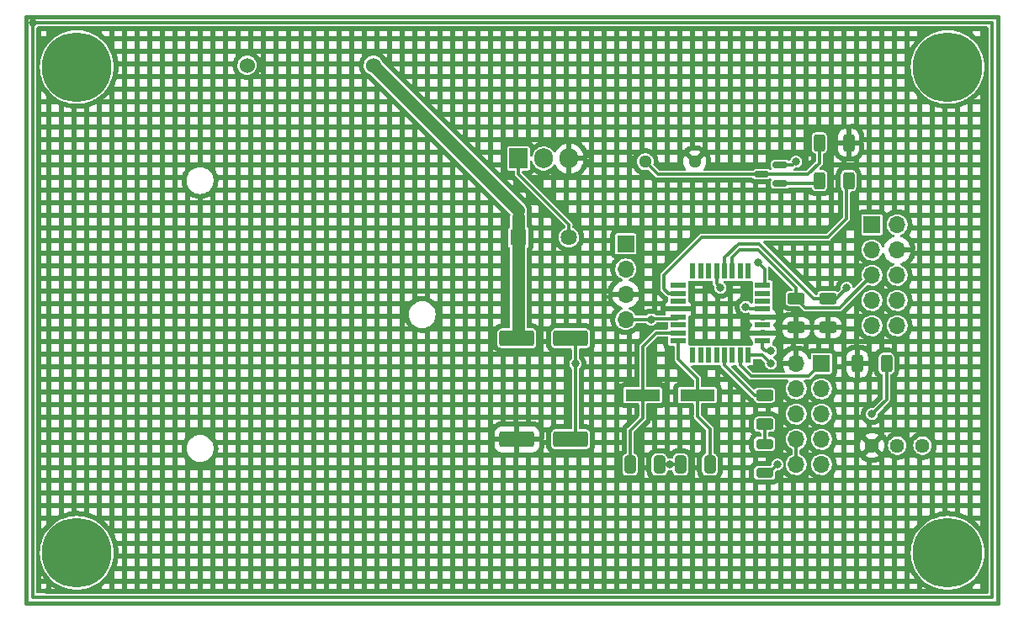
<source format=gbr>
%TF.GenerationSoftware,KiCad,Pcbnew,(6.0.7)*%
%TF.CreationDate,2022-11-01T17:15:19-06:00*%
%TF.ProjectId,BreadboarSchematic,42726561-6462-46f6-9172-536368656d61,rev?*%
%TF.SameCoordinates,Original*%
%TF.FileFunction,Copper,L1,Top*%
%TF.FilePolarity,Positive*%
%FSLAX46Y46*%
G04 Gerber Fmt 4.6, Leading zero omitted, Abs format (unit mm)*
G04 Created by KiCad (PCBNEW (6.0.7)) date 2022-11-01 17:15:19*
%MOMM*%
%LPD*%
G01*
G04 APERTURE LIST*
G04 Aperture macros list*
%AMRoundRect*
0 Rectangle with rounded corners*
0 $1 Rounding radius*
0 $2 $3 $4 $5 $6 $7 $8 $9 X,Y pos of 4 corners*
0 Add a 4 corners polygon primitive as box body*
4,1,4,$2,$3,$4,$5,$6,$7,$8,$9,$2,$3,0*
0 Add four circle primitives for the rounded corners*
1,1,$1+$1,$2,$3*
1,1,$1+$1,$4,$5*
1,1,$1+$1,$6,$7*
1,1,$1+$1,$8,$9*
0 Add four rect primitives between the rounded corners*
20,1,$1+$1,$2,$3,$4,$5,0*
20,1,$1+$1,$4,$5,$6,$7,0*
20,1,$1+$1,$6,$7,$8,$9,0*
20,1,$1+$1,$8,$9,$2,$3,0*%
G04 Aperture macros list end*
%TA.AperFunction,Profile*%
%ADD10C,0.381000*%
%TD*%
%TA.AperFunction,ComponentPad*%
%ADD11R,1.700000X1.700000*%
%TD*%
%TA.AperFunction,ComponentPad*%
%ADD12O,1.700000X1.700000*%
%TD*%
%TA.AperFunction,ComponentPad*%
%ADD13C,7.000000*%
%TD*%
%TA.AperFunction,ComponentPad*%
%ADD14C,1.280000*%
%TD*%
%TA.AperFunction,SMDPad,CuDef*%
%ADD15RoundRect,0.250000X-1.500000X-0.550000X1.500000X-0.550000X1.500000X0.550000X-1.500000X0.550000X0*%
%TD*%
%TA.AperFunction,ComponentPad*%
%ADD16C,1.440000*%
%TD*%
%TA.AperFunction,SMDPad,CuDef*%
%ADD17R,3.500000X1.200000*%
%TD*%
%TA.AperFunction,SMDPad,CuDef*%
%ADD18RoundRect,0.250000X-0.312500X-0.625000X0.312500X-0.625000X0.312500X0.625000X-0.312500X0.625000X0*%
%TD*%
%TA.AperFunction,SMDPad,CuDef*%
%ADD19RoundRect,0.250000X-0.625000X0.312500X-0.625000X-0.312500X0.625000X-0.312500X0.625000X0.312500X0*%
%TD*%
%TA.AperFunction,SMDPad,CuDef*%
%ADD20RoundRect,0.150000X0.587500X0.150000X-0.587500X0.150000X-0.587500X-0.150000X0.587500X-0.150000X0*%
%TD*%
%TA.AperFunction,ComponentPad*%
%ADD21R,1.905000X2.000000*%
%TD*%
%TA.AperFunction,ComponentPad*%
%ADD22O,1.905000X2.000000*%
%TD*%
%TA.AperFunction,SMDPad,CuDef*%
%ADD23R,1.600000X0.550000*%
%TD*%
%TA.AperFunction,SMDPad,CuDef*%
%ADD24R,0.550000X1.600000*%
%TD*%
%TA.AperFunction,SMDPad,CuDef*%
%ADD25RoundRect,0.166600X0.693400X-0.323400X0.693400X0.323400X-0.693400X0.323400X-0.693400X-0.323400X0*%
%TD*%
%TA.AperFunction,SMDPad,CuDef*%
%ADD26RoundRect,0.250000X0.625000X-0.312500X0.625000X0.312500X-0.625000X0.312500X-0.625000X-0.312500X0*%
%TD*%
%TA.AperFunction,SMDPad,CuDef*%
%ADD27RoundRect,0.250000X-0.325000X-0.650000X0.325000X-0.650000X0.325000X0.650000X-0.325000X0.650000X0*%
%TD*%
%TA.AperFunction,ComponentPad*%
%ADD28R,1.635000X1.635000*%
%TD*%
%TA.AperFunction,ComponentPad*%
%ADD29C,1.635000*%
%TD*%
%TA.AperFunction,SMDPad,CuDef*%
%ADD30RoundRect,0.250000X0.312500X0.625000X-0.312500X0.625000X-0.312500X-0.625000X0.312500X-0.625000X0*%
%TD*%
%TA.AperFunction,SMDPad,CuDef*%
%ADD31RoundRect,0.250000X0.325000X0.650000X-0.325000X0.650000X-0.325000X-0.650000X0.325000X-0.650000X0*%
%TD*%
%TA.AperFunction,ComponentPad*%
%ADD32C,1.524000*%
%TD*%
%TA.AperFunction,ViaPad*%
%ADD33C,0.800000*%
%TD*%
%TA.AperFunction,Conductor*%
%ADD34C,1.270000*%
%TD*%
%TA.AperFunction,Conductor*%
%ADD35C,0.304800*%
%TD*%
G04 APERTURE END LIST*
D10*
X57150000Y-20955000D02*
X154940000Y-20955000D01*
X154940000Y-20955000D02*
X154940000Y-80010000D01*
X154940000Y-80010000D02*
X57150000Y-80010000D01*
X57150000Y-80010000D02*
X57150000Y-20955000D01*
D11*
%TO.P,J2,1,Pin_1*%
%TO.N,Net-(J2-Pad1)*%
X117475000Y-43825000D03*
D12*
%TO.P,J2,2,Pin_2*%
%TO.N,unconnected-(J2-Pad2)*%
X117475000Y-46365000D03*
%TO.P,J2,3,Pin_3*%
%TO.N,+5VD*%
X117475000Y-48905000D03*
%TO.P,J2,4,Pin_4*%
%TO.N,GND*%
X117475000Y-51445000D03*
%TD*%
D13*
%TO.P,REF\u002A\u002A,1*%
%TO.N,N/C*%
X149860000Y-74930000D03*
%TD*%
D14*
%TO.P,LS1,1*%
%TO.N,Net-(LS1-Pad1)*%
X119420000Y-35560000D03*
%TO.P,LS1,2*%
%TO.N,+5VD*%
X124420000Y-35560000D03*
%TD*%
D15*
%TO.P,C2,1*%
%TO.N,+5VD*%
X106520000Y-63500000D03*
%TO.P,C2,2*%
%TO.N,GND*%
X111920000Y-63500000D03*
%TD*%
D16*
%TO.P,RV1,1,1*%
%TO.N,GND*%
X147330000Y-64135000D03*
%TO.P,RV1,2,2*%
%TO.N,Net-(J3-Pad7)*%
X144790000Y-64135000D03*
%TO.P,RV1,3,3*%
%TO.N,+5VD*%
X142250000Y-64135000D03*
%TD*%
D17*
%TO.P,Y1,1,1*%
%TO.N,Net-(C4-Pad1)*%
X124670000Y-59055000D03*
%TO.P,Y1,2,2*%
%TO.N,Net-(C3-Pad1)*%
X119170000Y-59055000D03*
%TD*%
D18*
%TO.P,R1,1*%
%TO.N,+5VD*%
X140777500Y-55880000D03*
%TO.P,R1,2*%
%TO.N,Net-(J1-Pad5)*%
X143702500Y-55880000D03*
%TD*%
D19*
%TO.P,R6,1*%
%TO.N,Net-(R6-Pad1)*%
X131445000Y-59055000D03*
%TO.P,R6,2*%
%TO.N,Net-(D1-Pad2)*%
X131445000Y-61980000D03*
%TD*%
D11*
%TO.P,J1,1,Pin_1*%
%TO.N,Net-(J1-Pad1)*%
X137160000Y-55880000D03*
D12*
%TO.P,J1,2,Pin_2*%
%TO.N,+5VD*%
X134620000Y-55880000D03*
%TO.P,J1,3,Pin_3*%
%TO.N,unconnected-(J1-Pad3)*%
X137160000Y-58420000D03*
%TO.P,J1,4,Pin_4*%
%TO.N,GND*%
X134620000Y-58420000D03*
%TO.P,J1,5,Pin_5*%
%TO.N,Net-(J1-Pad5)*%
X137160000Y-60960000D03*
%TO.P,J1,6,Pin_6*%
%TO.N,GND*%
X134620000Y-60960000D03*
%TO.P,J1,7,Pin_7*%
%TO.N,Net-(J1-Pad7)*%
X137160000Y-63500000D03*
%TO.P,J1,8,Pin_8*%
%TO.N,GND*%
X134620000Y-63500000D03*
%TO.P,J1,9,Pin_9*%
%TO.N,Net-(J1-Pad9)*%
X137160000Y-66040000D03*
%TO.P,J1,10,Pin_10*%
%TO.N,GND*%
X134620000Y-66040000D03*
%TD*%
D20*
%TO.P,Q1,1,B*%
%TO.N,Net-(Q1-Pad1)*%
X133017500Y-37780000D03*
%TO.P,Q1,2,E*%
%TO.N,GND*%
X133017500Y-35880000D03*
%TO.P,Q1,3,C*%
%TO.N,Net-(LS1-Pad1)*%
X131142500Y-36830000D03*
%TD*%
D21*
%TO.P,U1,1,VI*%
%TO.N,Net-(SW1-Pad2)*%
X106680000Y-35235000D03*
D22*
%TO.P,U1,2,GND*%
%TO.N,GND*%
X109220000Y-35235000D03*
%TO.P,U1,3,VO*%
%TO.N,+5VD*%
X111760000Y-35235000D03*
%TD*%
D23*
%TO.P,U2,1,PD3*%
%TO.N,unconnected-(U2-Pad1)*%
X122750000Y-48000000D03*
%TO.P,U2,2,PD4*%
%TO.N,Net-(R3-Pad1)*%
X122750000Y-48800000D03*
%TO.P,U2,3,PE0*%
%TO.N,unconnected-(U2-Pad3)*%
X122750000Y-49600000D03*
%TO.P,U2,4,VCC*%
%TO.N,+5VD*%
X122750000Y-50400000D03*
%TO.P,U2,5,GND*%
%TO.N,GND*%
X122750000Y-51200000D03*
%TO.P,U2,6,PE1*%
%TO.N,unconnected-(U2-Pad6)*%
X122750000Y-52000000D03*
%TO.P,U2,7,XTAL1/PB6*%
%TO.N,Net-(C3-Pad1)*%
X122750000Y-52800000D03*
%TO.P,U2,8,XTAL2/PB7*%
%TO.N,Net-(C4-Pad1)*%
X122750000Y-53600000D03*
D24*
%TO.P,U2,9,PD5*%
%TO.N,unconnected-(U2-Pad9)*%
X124200000Y-55050000D03*
%TO.P,U2,10,PD6*%
%TO.N,unconnected-(U2-Pad10)*%
X125000000Y-55050000D03*
%TO.P,U2,11,PD7*%
%TO.N,unconnected-(U2-Pad11)*%
X125800000Y-55050000D03*
%TO.P,U2,12,PB0*%
%TO.N,unconnected-(U2-Pad12)*%
X126600000Y-55050000D03*
%TO.P,U2,13,PB1*%
%TO.N,Net-(R6-Pad1)*%
X127400000Y-55050000D03*
%TO.P,U2,14,PB2*%
%TO.N,unconnected-(U2-Pad14)*%
X128200000Y-55050000D03*
%TO.P,U2,15,PB3*%
%TO.N,Net-(J1-Pad1)*%
X129000000Y-55050000D03*
%TO.P,U2,16,PB4*%
%TO.N,Net-(J1-Pad9)*%
X129800000Y-55050000D03*
D23*
%TO.P,U2,17,PB5*%
%TO.N,Net-(J1-Pad7)*%
X131250000Y-53600000D03*
%TO.P,U2,18,AVCC*%
%TO.N,+5VD*%
X131250000Y-52800000D03*
%TO.P,U2,19,PE2*%
%TO.N,unconnected-(U2-Pad19)*%
X131250000Y-52000000D03*
%TO.P,U2,20,AREF*%
%TO.N,+5VD*%
X131250000Y-51200000D03*
%TO.P,U2,21,GND*%
%TO.N,GND*%
X131250000Y-50400000D03*
%TO.P,U2,22,PE3*%
%TO.N,unconnected-(U2-Pad22)*%
X131250000Y-49600000D03*
%TO.P,U2,23,PC0*%
%TO.N,unconnected-(U2-Pad23)*%
X131250000Y-48800000D03*
%TO.P,U2,24,PC1*%
%TO.N,Net-(J2-Pad1)*%
X131250000Y-48000000D03*
D24*
%TO.P,U2,25,PC2*%
%TO.N,unconnected-(U2-Pad25)*%
X129800000Y-46550000D03*
%TO.P,U2,26,PC3*%
%TO.N,unconnected-(U2-Pad26)*%
X129000000Y-46550000D03*
%TO.P,U2,27,PC4*%
%TO.N,/SDA*%
X128200000Y-46550000D03*
%TO.P,U2,28,PC5*%
%TO.N,/SCL*%
X127400000Y-46550000D03*
%TO.P,U2,29,~{RESET}/PC6*%
%TO.N,Net-(J1-Pad5)*%
X126600000Y-46550000D03*
%TO.P,U2,30,PD0*%
%TO.N,unconnected-(U2-Pad30)*%
X125800000Y-46550000D03*
%TO.P,U2,31,PD1*%
%TO.N,unconnected-(U2-Pad31)*%
X125000000Y-46550000D03*
%TO.P,U2,32,PD2*%
%TO.N,unconnected-(U2-Pad32)*%
X124200000Y-46550000D03*
%TD*%
D25*
%TO.P,D1,1,K*%
%TO.N,GND*%
X131445000Y-66875000D03*
%TO.P,D1,2,A*%
%TO.N,Net-(D1-Pad2)*%
X131445000Y-63955000D03*
%TD*%
D26*
%TO.P,R5,1*%
%TO.N,+5VD*%
X137795000Y-52262500D03*
%TO.P,R5,2*%
%TO.N,/SCL*%
X137795000Y-49337500D03*
%TD*%
D11*
%TO.P,J3,1,Pin_1*%
%TO.N,unconnected-(J3-Pad1)*%
X142240000Y-41910000D03*
D12*
%TO.P,J3,2,Pin_2*%
%TO.N,unconnected-(J3-Pad2)*%
X144780000Y-41910000D03*
%TO.P,J3,3,Pin_3*%
%TO.N,GND*%
X142240000Y-44450000D03*
%TO.P,J3,4,Pin_4*%
%TO.N,+5VD*%
X144780000Y-44450000D03*
%TO.P,J3,5,Pin_5*%
%TO.N,/SDA*%
X142240000Y-46990000D03*
%TO.P,J3,6,Pin_6*%
%TO.N,/SCL*%
X144780000Y-46990000D03*
%TO.P,J3,7,Pin_7*%
%TO.N,Net-(J3-Pad7)*%
X142240000Y-49530000D03*
%TO.P,J3,8,Pin_8*%
%TO.N,unconnected-(J3-Pad8)*%
X144780000Y-49530000D03*
%TO.P,J3,9,Pin_9*%
%TO.N,unconnected-(J3-Pad9)*%
X142240000Y-52070000D03*
%TO.P,J3,10,Pin_10*%
%TO.N,unconnected-(J3-Pad10)*%
X144780000Y-52070000D03*
%TD*%
D27*
%TO.P,C3,1*%
%TO.N,Net-(C3-Pad1)*%
X117905000Y-66040000D03*
%TO.P,C3,2*%
%TO.N,GND*%
X120855000Y-66040000D03*
%TD*%
D28*
%TO.P,SW1,1,A*%
%TO.N,Net-(BT1-Pad+)*%
X106680000Y-43180000D03*
D29*
%TO.P,SW1,2,B*%
%TO.N,Net-(SW1-Pad2)*%
X111760000Y-43180000D03*
%TD*%
D30*
%TO.P,R2,1*%
%TO.N,+5VD*%
X139892500Y-33655000D03*
%TO.P,R2,2*%
%TO.N,Net-(LS1-Pad1)*%
X136967500Y-33655000D03*
%TD*%
D26*
%TO.P,R4,1*%
%TO.N,+5VD*%
X134620000Y-52262500D03*
%TO.P,R4,2*%
%TO.N,/SDA*%
X134620000Y-49337500D03*
%TD*%
D13*
%TO.P,REF\u002A\u002A,1*%
%TO.N,N/C*%
X149860000Y-26035000D03*
%TD*%
D31*
%TO.P,C4,1*%
%TO.N,Net-(C4-Pad1)*%
X125935000Y-66040000D03*
%TO.P,C4,2*%
%TO.N,GND*%
X122985000Y-66040000D03*
%TD*%
D15*
%TO.P,C1,1*%
%TO.N,Net-(BT1-Pad+)*%
X106520000Y-53340000D03*
%TO.P,C1,2*%
%TO.N,GND*%
X111920000Y-53340000D03*
%TD*%
D13*
%TO.P,REF\u002A\u002A,1*%
%TO.N,N/C*%
X62230000Y-74930000D03*
%TD*%
D32*
%TO.P,BT1,+*%
%TO.N,Net-(BT1-Pad+)*%
X92075000Y-25855000D03*
%TO.P,BT1,-*%
%TO.N,GND*%
X79375000Y-25855000D03*
%TD*%
D13*
%TO.P,REF\u002A\u002A,1*%
%TO.N,N/C*%
X62230000Y-26035000D03*
%TD*%
D30*
%TO.P,R3,1*%
%TO.N,Net-(R3-Pad1)*%
X139892500Y-37465000D03*
%TO.P,R3,2*%
%TO.N,Net-(Q1-Pad1)*%
X136967500Y-37465000D03*
%TD*%
D33*
%TO.N,GND*%
X121920000Y-66040000D03*
X120015000Y-51435000D03*
X129540000Y-50165000D03*
X134620000Y-35560000D03*
X132715000Y-66040000D03*
X57785000Y-21590000D03*
X112395000Y-55880000D03*
%TO.N,Net-(J1-Pad5)*%
X142240000Y-60960000D03*
X127000000Y-48260000D03*
%TO.N,Net-(J1-Pad7)*%
X132080000Y-54610000D03*
%TO.N,Net-(J1-Pad9)*%
X132080000Y-55880000D03*
%TO.N,/SCL*%
X139700000Y-48260000D03*
%TO.N,Net-(J2-Pad1)*%
X130810000Y-45720000D03*
%TD*%
D34*
%TO.N,Net-(BT1-Pad+)*%
X106680000Y-43180000D02*
X106680000Y-41094990D01*
X106680000Y-53180005D02*
X106680000Y-43180000D01*
D35*
X106680000Y-41094990D02*
X106680000Y-40460000D01*
X106520000Y-53340000D02*
X106680000Y-53340000D01*
D34*
X106680000Y-40459990D02*
X92075000Y-25854990D01*
D35*
X106520000Y-53340000D02*
X106680000Y-53180000D01*
%TO.N,GND*%
X120080111Y-51369889D02*
X122620111Y-51369889D01*
X57785000Y-79375000D02*
X57785000Y-21590000D01*
X122985000Y-66040000D02*
X121920000Y-66040000D01*
X154305000Y-79375000D02*
X154259889Y-79420111D01*
X120015000Y-51435000D02*
X118110000Y-51435000D01*
X120855000Y-66040000D02*
X121920000Y-66040000D01*
X154259889Y-79420111D02*
X59100111Y-79420111D01*
X132715000Y-66040000D02*
X131880000Y-66875000D01*
X118100000Y-51445000D02*
X117475000Y-51445000D01*
X59055000Y-79375000D02*
X57785000Y-79375000D01*
X112395000Y-55880000D02*
X112395000Y-53975000D01*
X59100111Y-79420111D02*
X59055000Y-79375000D01*
X129940000Y-50400000D02*
X131250000Y-50400000D01*
X134300000Y-35880000D02*
X134620000Y-35560000D01*
X129540000Y-50165000D02*
X129705000Y-50165000D01*
X131880000Y-66875000D02*
X131445000Y-66875000D01*
X129705000Y-50165000D02*
X129940000Y-50400000D01*
X112395000Y-55880000D02*
X112395000Y-63025000D01*
X118110000Y-51435000D02*
X118100000Y-51445000D01*
X122750000Y-51240000D02*
X122750000Y-51200000D01*
X57785000Y-21590000D02*
X154305000Y-21590000D01*
X111920000Y-53500000D02*
X111920000Y-53340000D01*
X134620000Y-66040000D02*
X134620000Y-63500000D01*
X112395000Y-53975000D02*
X111920000Y-53500000D01*
X120015000Y-51435000D02*
X120080111Y-51369889D01*
X122620111Y-51369889D02*
X122750000Y-51240000D01*
X133017500Y-35880000D02*
X134300000Y-35880000D01*
X112395000Y-63025000D02*
X111920000Y-63500000D01*
X154305000Y-21590000D02*
X154305000Y-79375000D01*
%TO.N,Net-(C3-Pad1)*%
X120555000Y-52800000D02*
X122750000Y-52800000D01*
X117905000Y-66040000D02*
X117905000Y-62635000D01*
X119170000Y-59055000D02*
X119170000Y-61370000D01*
X119170000Y-59055000D02*
X119170000Y-54185000D01*
X119170000Y-54185000D02*
X120555000Y-52800000D01*
X119170000Y-61370000D02*
X117905000Y-62635000D01*
%TO.N,Net-(C4-Pad1)*%
X124670000Y-57360000D02*
X122750000Y-55440000D01*
X122750000Y-55440000D02*
X122750000Y-53600000D01*
X124670000Y-61170000D02*
X125935000Y-62435000D01*
X125935000Y-66040000D02*
X125935000Y-62435000D01*
X124670000Y-59055000D02*
X124670000Y-61170000D01*
X124670000Y-59055000D02*
X124670000Y-57360000D01*
%TO.N,Net-(J1-Pad1)*%
X137160000Y-55880000D02*
X135890000Y-57150000D01*
X129000000Y-56036200D02*
X129000000Y-55050000D01*
X135890000Y-57150000D02*
X130113800Y-57150000D01*
X130113800Y-57150000D02*
X129000000Y-56036200D01*
%TO.N,Net-(J1-Pad5)*%
X143702500Y-59497500D02*
X142240000Y-60960000D01*
X126600000Y-47860000D02*
X126600000Y-46550000D01*
X127000000Y-48260000D02*
X126600000Y-47860000D01*
X143702500Y-55880000D02*
X143702500Y-59497500D01*
%TO.N,Net-(J1-Pad7)*%
X132080000Y-54610000D02*
X131527742Y-54610000D01*
X131250000Y-54332258D02*
X131250000Y-53600000D01*
X131527742Y-54610000D02*
X131250000Y-54332258D01*
%TO.N,Net-(J1-Pad9)*%
X131250000Y-55050000D02*
X132080000Y-55880000D01*
X129800000Y-55050000D02*
X131250000Y-55050000D01*
%TO.N,/SDA*%
X128200000Y-45155000D02*
X128200000Y-46550000D01*
X135538100Y-50255600D02*
X138974400Y-50255600D01*
X134620000Y-49337500D02*
X135538100Y-50255600D01*
X128905000Y-44450000D02*
X128200000Y-45155000D01*
X134620000Y-49337500D02*
X134620000Y-48260000D01*
X130810000Y-44450000D02*
X128905000Y-44450000D01*
X138974400Y-50255600D02*
X142240000Y-46990000D01*
X134620000Y-48260000D02*
X130810000Y-44450000D01*
%TO.N,/SCL*%
X136415920Y-49337500D02*
X130893420Y-43815000D01*
X138622500Y-49337500D02*
X139700000Y-48260000D01*
X137795000Y-49337500D02*
X138622500Y-49337500D01*
X127400000Y-45236580D02*
X127400000Y-46550000D01*
X137795000Y-49337500D02*
X136415920Y-49337500D01*
X130893420Y-43815000D02*
X128821580Y-43815000D01*
X128821580Y-43815000D02*
X127400000Y-45236580D01*
%TO.N,Net-(LS1-Pad1)*%
X135808552Y-36830000D02*
X132412500Y-36830000D01*
X120690000Y-36830000D02*
X119420000Y-35560000D01*
X132412500Y-36830000D02*
X120690000Y-36830000D01*
X136967500Y-33655000D02*
X136967500Y-35671052D01*
X136967500Y-35671052D02*
X135808552Y-36830000D01*
%TO.N,Net-(R3-Pad1)*%
X125095000Y-43180000D02*
X137795000Y-43180000D01*
X137795000Y-43180000D02*
X139700000Y-41275000D01*
X121764778Y-48800000D02*
X121285000Y-48320222D01*
X122750000Y-48800000D02*
X121764778Y-48800000D01*
X139700000Y-37657500D02*
X139892500Y-37465000D01*
X121285000Y-46990000D02*
X125095000Y-43180000D01*
X121285000Y-48320222D02*
X121285000Y-46990000D01*
X139700000Y-41275000D02*
X139700000Y-37657500D01*
%TO.N,Net-(J2-Pad1)*%
X130810000Y-45720000D02*
X131445000Y-46355000D01*
X131445000Y-46355000D02*
X131445000Y-47805000D01*
X131445000Y-47805000D02*
X131250000Y-48000000D01*
%TO.N,Net-(Q1-Pad1)*%
X136652500Y-37780000D02*
X133017500Y-37780000D01*
X136967500Y-37465000D02*
X136652500Y-37780000D01*
%TO.N,Net-(SW1-Pad2)*%
X111760000Y-41910000D02*
X111760000Y-43180000D01*
X106680000Y-35235000D02*
X106680000Y-36830000D01*
X106680000Y-36830000D02*
X111760000Y-41910000D01*
%TO.N,Net-(D1-Pad2)*%
X131445000Y-61980000D02*
X131445000Y-63955000D01*
%TO.N,Net-(R6-Pad1)*%
X131445000Y-59055000D02*
X130418800Y-59055000D01*
X130418800Y-59055000D02*
X127400000Y-56036200D01*
X127400000Y-56036200D02*
X127400000Y-55050000D01*
%TD*%
%TA.AperFunction,Conductor*%
%TO.N,+5VD*%
G36*
X153891021Y-21966102D02*
G01*
X153937514Y-22019758D01*
X153948900Y-22072100D01*
X153948900Y-78938011D01*
X153928898Y-79006132D01*
X153875242Y-79052625D01*
X153822900Y-79064011D01*
X59266134Y-79064011D01*
X59216102Y-79052414D01*
X59213829Y-79050790D01*
X59167938Y-79037066D01*
X59162293Y-79035232D01*
X59124553Y-79021979D01*
X59124550Y-79021978D01*
X59117071Y-79019352D01*
X59111852Y-79018900D01*
X59109141Y-79018900D01*
X59106864Y-79018802D01*
X59106415Y-79018667D01*
X59106417Y-79018613D01*
X59106184Y-79018598D01*
X59100248Y-79016823D01*
X59050385Y-79018782D01*
X59049850Y-79018803D01*
X59044904Y-79018900D01*
X58267100Y-79018900D01*
X58198979Y-78998898D01*
X58152486Y-78945242D01*
X58141100Y-78892900D01*
X58141100Y-78512900D01*
X58647100Y-78512900D01*
X59037445Y-78512900D01*
X59080385Y-78511213D01*
X59090772Y-78511234D01*
X59132580Y-78513041D01*
X59142933Y-78513917D01*
X59143327Y-78513967D01*
X59152796Y-78514581D01*
X59155512Y-78514787D01*
X59157100Y-78514925D01*
X59157100Y-78268235D01*
X59663100Y-78268235D01*
X59663100Y-78558011D01*
X60087307Y-78558011D01*
X59774443Y-78354834D01*
X59771701Y-78353002D01*
X59760736Y-78345466D01*
X59758039Y-78343560D01*
X59747370Y-78335808D01*
X59744724Y-78333832D01*
X59734181Y-78325741D01*
X59731597Y-78323703D01*
X59663100Y-78268235D01*
X59157100Y-78268235D01*
X59157100Y-78078100D01*
X58647100Y-78078100D01*
X58647100Y-78512900D01*
X58141100Y-78512900D01*
X58141100Y-77142157D01*
X58647100Y-77142157D01*
X58647100Y-77572100D01*
X58952660Y-77572100D01*
X58836297Y-77428403D01*
X58834256Y-77425815D01*
X58826168Y-77415275D01*
X58824196Y-77412635D01*
X58816443Y-77401965D01*
X58814537Y-77399268D01*
X58806998Y-77388299D01*
X58805164Y-77385554D01*
X58647100Y-77142157D01*
X58141100Y-77142157D01*
X58141100Y-74930000D01*
X58521217Y-74930000D01*
X58541534Y-75317673D01*
X58602263Y-75701099D01*
X58702738Y-76076077D01*
X58841858Y-76438498D01*
X59018100Y-76784391D01*
X59229532Y-77109968D01*
X59473837Y-77411660D01*
X59748340Y-77686163D01*
X59750915Y-77688248D01*
X60047460Y-77928386D01*
X60047469Y-77928393D01*
X60050032Y-77930468D01*
X60375608Y-78141900D01*
X60721502Y-78318142D01*
X61083923Y-78457262D01*
X61458901Y-78557737D01*
X61662588Y-78589998D01*
X61839079Y-78617952D01*
X61839087Y-78617953D01*
X61842327Y-78618466D01*
X62230000Y-78638783D01*
X62617673Y-78618466D01*
X62620913Y-78617953D01*
X62620921Y-78617952D01*
X62797412Y-78589998D01*
X62999369Y-78558011D01*
X64743100Y-78558011D01*
X65507100Y-78558011D01*
X66013100Y-78558011D01*
X66777100Y-78558011D01*
X67283100Y-78558011D01*
X68047100Y-78558011D01*
X68553100Y-78558011D01*
X69317100Y-78558011D01*
X69823100Y-78558011D01*
X70587100Y-78558011D01*
X71093100Y-78558011D01*
X71857100Y-78558011D01*
X72363100Y-78558011D01*
X73127100Y-78558011D01*
X73633100Y-78558011D01*
X74397100Y-78558011D01*
X74903100Y-78558011D01*
X75667100Y-78558011D01*
X76173100Y-78558011D01*
X76937100Y-78558011D01*
X77443100Y-78558011D01*
X78207100Y-78558011D01*
X78713100Y-78558011D01*
X79477100Y-78558011D01*
X79983100Y-78558011D01*
X80747100Y-78558011D01*
X81253100Y-78558011D01*
X82017100Y-78558011D01*
X82523100Y-78558011D01*
X83287100Y-78558011D01*
X83793100Y-78558011D01*
X84557100Y-78558011D01*
X85063100Y-78558011D01*
X85827100Y-78558011D01*
X86333100Y-78558011D01*
X87097100Y-78558011D01*
X87603100Y-78558011D01*
X88367100Y-78558011D01*
X88873100Y-78558011D01*
X89637100Y-78558011D01*
X90143100Y-78558011D01*
X90907100Y-78558011D01*
X91413100Y-78558011D01*
X92177100Y-78558011D01*
X92683100Y-78558011D01*
X93447100Y-78558011D01*
X93953100Y-78558011D01*
X94717100Y-78558011D01*
X95223100Y-78558011D01*
X95987100Y-78558011D01*
X96493100Y-78558011D01*
X97257100Y-78558011D01*
X97763100Y-78558011D01*
X98527100Y-78558011D01*
X99033100Y-78558011D01*
X99797100Y-78558011D01*
X100303100Y-78558011D01*
X101067100Y-78558011D01*
X101573100Y-78558011D01*
X102337100Y-78558011D01*
X102843100Y-78558011D01*
X103607100Y-78558011D01*
X104113100Y-78558011D01*
X104877100Y-78558011D01*
X105383100Y-78558011D01*
X106147100Y-78558011D01*
X106653100Y-78558011D01*
X107417100Y-78558011D01*
X107923100Y-78558011D01*
X108687100Y-78558011D01*
X109193100Y-78558011D01*
X109957100Y-78558011D01*
X110463100Y-78558011D01*
X111227100Y-78558011D01*
X111733100Y-78558011D01*
X112497100Y-78558011D01*
X113003100Y-78558011D01*
X113767100Y-78558011D01*
X114273100Y-78558011D01*
X115037100Y-78558011D01*
X115543100Y-78558011D01*
X116307100Y-78558011D01*
X116813100Y-78558011D01*
X117577100Y-78558011D01*
X118083100Y-78558011D01*
X118847100Y-78558011D01*
X119353100Y-78558011D01*
X120117100Y-78558011D01*
X120623100Y-78558011D01*
X121387100Y-78558011D01*
X121893100Y-78558011D01*
X122657100Y-78558011D01*
X123163100Y-78558011D01*
X123927100Y-78558011D01*
X124433100Y-78558011D01*
X125197100Y-78558011D01*
X125703100Y-78558011D01*
X126467100Y-78558011D01*
X126973100Y-78558011D01*
X127737100Y-78558011D01*
X128243100Y-78558011D01*
X129007100Y-78558011D01*
X129513100Y-78558011D01*
X130277100Y-78558011D01*
X130783100Y-78558011D01*
X131547100Y-78558011D01*
X132053100Y-78558011D01*
X132817100Y-78558011D01*
X133323100Y-78558011D01*
X134087100Y-78558011D01*
X134593100Y-78558011D01*
X135357100Y-78558011D01*
X135863100Y-78558011D01*
X136627100Y-78558011D01*
X137133100Y-78558011D01*
X137897100Y-78558011D01*
X138403100Y-78558011D01*
X139167100Y-78558011D01*
X139673100Y-78558011D01*
X140437100Y-78558011D01*
X140943100Y-78558011D01*
X141707100Y-78558011D01*
X142213100Y-78558011D01*
X142977100Y-78558011D01*
X143483100Y-78558011D01*
X144247100Y-78558011D01*
X144753100Y-78558011D01*
X145517100Y-78558011D01*
X146023100Y-78558011D01*
X146787100Y-78558011D01*
X146787100Y-78268235D01*
X147293100Y-78268235D01*
X147293100Y-78558011D01*
X147717307Y-78558011D01*
X147404443Y-78354834D01*
X147401701Y-78353002D01*
X147390736Y-78345466D01*
X147388039Y-78343560D01*
X147377370Y-78335808D01*
X147374724Y-78333832D01*
X147364181Y-78325741D01*
X147361597Y-78323703D01*
X147293100Y-78268235D01*
X146787100Y-78268235D01*
X146787100Y-78078100D01*
X146023100Y-78078100D01*
X146023100Y-78558011D01*
X145517100Y-78558011D01*
X145517100Y-78078100D01*
X144753100Y-78078100D01*
X144753100Y-78558011D01*
X144247100Y-78558011D01*
X144247100Y-78078100D01*
X143483100Y-78078100D01*
X143483100Y-78558011D01*
X142977100Y-78558011D01*
X142977100Y-78078100D01*
X142213100Y-78078100D01*
X142213100Y-78558011D01*
X141707100Y-78558011D01*
X141707100Y-78078100D01*
X140943100Y-78078100D01*
X140943100Y-78558011D01*
X140437100Y-78558011D01*
X140437100Y-78078100D01*
X139673100Y-78078100D01*
X139673100Y-78558011D01*
X139167100Y-78558011D01*
X139167100Y-78078100D01*
X138403100Y-78078100D01*
X138403100Y-78558011D01*
X137897100Y-78558011D01*
X137897100Y-78078100D01*
X137133100Y-78078100D01*
X137133100Y-78558011D01*
X136627100Y-78558011D01*
X136627100Y-78078100D01*
X135863100Y-78078100D01*
X135863100Y-78558011D01*
X135357100Y-78558011D01*
X135357100Y-78078100D01*
X134593100Y-78078100D01*
X134593100Y-78558011D01*
X134087100Y-78558011D01*
X134087100Y-78078100D01*
X133323100Y-78078100D01*
X133323100Y-78558011D01*
X132817100Y-78558011D01*
X132817100Y-78078100D01*
X132053100Y-78078100D01*
X132053100Y-78558011D01*
X131547100Y-78558011D01*
X131547100Y-78078100D01*
X130783100Y-78078100D01*
X130783100Y-78558011D01*
X130277100Y-78558011D01*
X130277100Y-78078100D01*
X129513100Y-78078100D01*
X129513100Y-78558011D01*
X129007100Y-78558011D01*
X129007100Y-78078100D01*
X128243100Y-78078100D01*
X128243100Y-78558011D01*
X127737100Y-78558011D01*
X127737100Y-78078100D01*
X126973100Y-78078100D01*
X126973100Y-78558011D01*
X126467100Y-78558011D01*
X126467100Y-78078100D01*
X125703100Y-78078100D01*
X125703100Y-78558011D01*
X125197100Y-78558011D01*
X125197100Y-78078100D01*
X124433100Y-78078100D01*
X124433100Y-78558011D01*
X123927100Y-78558011D01*
X123927100Y-78078100D01*
X123163100Y-78078100D01*
X123163100Y-78558011D01*
X122657100Y-78558011D01*
X122657100Y-78078100D01*
X121893100Y-78078100D01*
X121893100Y-78558011D01*
X121387100Y-78558011D01*
X121387100Y-78078100D01*
X120623100Y-78078100D01*
X120623100Y-78558011D01*
X120117100Y-78558011D01*
X120117100Y-78078100D01*
X119353100Y-78078100D01*
X119353100Y-78558011D01*
X118847100Y-78558011D01*
X118847100Y-78078100D01*
X118083100Y-78078100D01*
X118083100Y-78558011D01*
X117577100Y-78558011D01*
X117577100Y-78078100D01*
X116813100Y-78078100D01*
X116813100Y-78558011D01*
X116307100Y-78558011D01*
X116307100Y-78078100D01*
X115543100Y-78078100D01*
X115543100Y-78558011D01*
X115037100Y-78558011D01*
X115037100Y-78078100D01*
X114273100Y-78078100D01*
X114273100Y-78558011D01*
X113767100Y-78558011D01*
X113767100Y-78078100D01*
X113003100Y-78078100D01*
X113003100Y-78558011D01*
X112497100Y-78558011D01*
X112497100Y-78078100D01*
X111733100Y-78078100D01*
X111733100Y-78558011D01*
X111227100Y-78558011D01*
X111227100Y-78078100D01*
X110463100Y-78078100D01*
X110463100Y-78558011D01*
X109957100Y-78558011D01*
X109957100Y-78078100D01*
X109193100Y-78078100D01*
X109193100Y-78558011D01*
X108687100Y-78558011D01*
X108687100Y-78078100D01*
X107923100Y-78078100D01*
X107923100Y-78558011D01*
X107417100Y-78558011D01*
X107417100Y-78078100D01*
X106653100Y-78078100D01*
X106653100Y-78558011D01*
X106147100Y-78558011D01*
X106147100Y-78078100D01*
X105383100Y-78078100D01*
X105383100Y-78558011D01*
X104877100Y-78558011D01*
X104877100Y-78078100D01*
X104113100Y-78078100D01*
X104113100Y-78558011D01*
X103607100Y-78558011D01*
X103607100Y-78078100D01*
X102843100Y-78078100D01*
X102843100Y-78558011D01*
X102337100Y-78558011D01*
X102337100Y-78078100D01*
X101573100Y-78078100D01*
X101573100Y-78558011D01*
X101067100Y-78558011D01*
X101067100Y-78078100D01*
X100303100Y-78078100D01*
X100303100Y-78558011D01*
X99797100Y-78558011D01*
X99797100Y-78078100D01*
X99033100Y-78078100D01*
X99033100Y-78558011D01*
X98527100Y-78558011D01*
X98527100Y-78078100D01*
X97763100Y-78078100D01*
X97763100Y-78558011D01*
X97257100Y-78558011D01*
X97257100Y-78078100D01*
X96493100Y-78078100D01*
X96493100Y-78558011D01*
X95987100Y-78558011D01*
X95987100Y-78078100D01*
X95223100Y-78078100D01*
X95223100Y-78558011D01*
X94717100Y-78558011D01*
X94717100Y-78078100D01*
X93953100Y-78078100D01*
X93953100Y-78558011D01*
X93447100Y-78558011D01*
X93447100Y-78078100D01*
X92683100Y-78078100D01*
X92683100Y-78558011D01*
X92177100Y-78558011D01*
X92177100Y-78078100D01*
X91413100Y-78078100D01*
X91413100Y-78558011D01*
X90907100Y-78558011D01*
X90907100Y-78078100D01*
X90143100Y-78078100D01*
X90143100Y-78558011D01*
X89637100Y-78558011D01*
X89637100Y-78078100D01*
X88873100Y-78078100D01*
X88873100Y-78558011D01*
X88367100Y-78558011D01*
X88367100Y-78078100D01*
X87603100Y-78078100D01*
X87603100Y-78558011D01*
X87097100Y-78558011D01*
X87097100Y-78078100D01*
X86333100Y-78078100D01*
X86333100Y-78558011D01*
X85827100Y-78558011D01*
X85827100Y-78078100D01*
X85063100Y-78078100D01*
X85063100Y-78558011D01*
X84557100Y-78558011D01*
X84557100Y-78078100D01*
X83793100Y-78078100D01*
X83793100Y-78558011D01*
X83287100Y-78558011D01*
X83287100Y-78078100D01*
X82523100Y-78078100D01*
X82523100Y-78558011D01*
X82017100Y-78558011D01*
X82017100Y-78078100D01*
X81253100Y-78078100D01*
X81253100Y-78558011D01*
X80747100Y-78558011D01*
X80747100Y-78078100D01*
X79983100Y-78078100D01*
X79983100Y-78558011D01*
X79477100Y-78558011D01*
X79477100Y-78078100D01*
X78713100Y-78078100D01*
X78713100Y-78558011D01*
X78207100Y-78558011D01*
X78207100Y-78078100D01*
X77443100Y-78078100D01*
X77443100Y-78558011D01*
X76937100Y-78558011D01*
X76937100Y-78078100D01*
X76173100Y-78078100D01*
X76173100Y-78558011D01*
X75667100Y-78558011D01*
X75667100Y-78078100D01*
X74903100Y-78078100D01*
X74903100Y-78558011D01*
X74397100Y-78558011D01*
X74397100Y-78078100D01*
X73633100Y-78078100D01*
X73633100Y-78558011D01*
X73127100Y-78558011D01*
X73127100Y-78078100D01*
X72363100Y-78078100D01*
X72363100Y-78558011D01*
X71857100Y-78558011D01*
X71857100Y-78078100D01*
X71093100Y-78078100D01*
X71093100Y-78558011D01*
X70587100Y-78558011D01*
X70587100Y-78078100D01*
X69823100Y-78078100D01*
X69823100Y-78558011D01*
X69317100Y-78558011D01*
X69317100Y-78078100D01*
X68553100Y-78078100D01*
X68553100Y-78558011D01*
X68047100Y-78558011D01*
X68047100Y-78078100D01*
X67283100Y-78078100D01*
X67283100Y-78558011D01*
X66777100Y-78558011D01*
X66777100Y-78078100D01*
X66013100Y-78078100D01*
X66013100Y-78558011D01*
X65507100Y-78558011D01*
X65507100Y-78078100D01*
X65031657Y-78078100D01*
X65030095Y-78079398D01*
X64743100Y-78311802D01*
X64743100Y-78558011D01*
X62999369Y-78558011D01*
X63001099Y-78557737D01*
X63376077Y-78457262D01*
X63738498Y-78318142D01*
X64084392Y-78141900D01*
X64409968Y-77930468D01*
X64412531Y-77928393D01*
X64412540Y-77928386D01*
X64709085Y-77688248D01*
X64711660Y-77686163D01*
X64825723Y-77572100D01*
X66013100Y-77572100D01*
X66777100Y-77572100D01*
X67283100Y-77572100D01*
X68047100Y-77572100D01*
X68553100Y-77572100D01*
X69317100Y-77572100D01*
X69823100Y-77572100D01*
X70587100Y-77572100D01*
X71093100Y-77572100D01*
X71857100Y-77572100D01*
X72363100Y-77572100D01*
X73127100Y-77572100D01*
X73633100Y-77572100D01*
X74397100Y-77572100D01*
X74903100Y-77572100D01*
X75667100Y-77572100D01*
X76173100Y-77572100D01*
X76937100Y-77572100D01*
X77443100Y-77572100D01*
X78207100Y-77572100D01*
X78713100Y-77572100D01*
X79477100Y-77572100D01*
X79983100Y-77572100D01*
X80747100Y-77572100D01*
X81253100Y-77572100D01*
X82017100Y-77572100D01*
X82523100Y-77572100D01*
X83287100Y-77572100D01*
X83793100Y-77572100D01*
X84557100Y-77572100D01*
X85063100Y-77572100D01*
X85827100Y-77572100D01*
X86333100Y-77572100D01*
X87097100Y-77572100D01*
X87603100Y-77572100D01*
X88367100Y-77572100D01*
X88873100Y-77572100D01*
X89637100Y-77572100D01*
X90143100Y-77572100D01*
X90907100Y-77572100D01*
X91413100Y-77572100D01*
X92177100Y-77572100D01*
X92683100Y-77572100D01*
X93447100Y-77572100D01*
X93953100Y-77572100D01*
X94717100Y-77572100D01*
X95223100Y-77572100D01*
X95987100Y-77572100D01*
X96493100Y-77572100D01*
X97257100Y-77572100D01*
X97763100Y-77572100D01*
X98527100Y-77572100D01*
X99033100Y-77572100D01*
X99797100Y-77572100D01*
X100303100Y-77572100D01*
X101067100Y-77572100D01*
X101573100Y-77572100D01*
X102337100Y-77572100D01*
X102843100Y-77572100D01*
X103607100Y-77572100D01*
X104113100Y-77572100D01*
X104877100Y-77572100D01*
X105383100Y-77572100D01*
X106147100Y-77572100D01*
X106653100Y-77572100D01*
X107417100Y-77572100D01*
X107923100Y-77572100D01*
X108687100Y-77572100D01*
X109193100Y-77572100D01*
X109957100Y-77572100D01*
X110463100Y-77572100D01*
X111227100Y-77572100D01*
X111733100Y-77572100D01*
X112497100Y-77572100D01*
X113003100Y-77572100D01*
X113767100Y-77572100D01*
X114273100Y-77572100D01*
X115037100Y-77572100D01*
X115543100Y-77572100D01*
X116307100Y-77572100D01*
X116813100Y-77572100D01*
X117577100Y-77572100D01*
X118083100Y-77572100D01*
X118847100Y-77572100D01*
X119353100Y-77572100D01*
X120117100Y-77572100D01*
X120623100Y-77572100D01*
X121387100Y-77572100D01*
X121893100Y-77572100D01*
X122657100Y-77572100D01*
X123163100Y-77572100D01*
X123927100Y-77572100D01*
X124433100Y-77572100D01*
X125197100Y-77572100D01*
X125703100Y-77572100D01*
X126467100Y-77572100D01*
X126973100Y-77572100D01*
X127737100Y-77572100D01*
X128243100Y-77572100D01*
X129007100Y-77572100D01*
X129513100Y-77572100D01*
X130277100Y-77572100D01*
X130783100Y-77572100D01*
X131547100Y-77572100D01*
X132053100Y-77572100D01*
X132817100Y-77572100D01*
X133323100Y-77572100D01*
X134087100Y-77572100D01*
X134593100Y-77572100D01*
X135357100Y-77572100D01*
X135863100Y-77572100D01*
X136627100Y-77572100D01*
X137133100Y-77572100D01*
X137897100Y-77572100D01*
X138403100Y-77572100D01*
X139167100Y-77572100D01*
X139673100Y-77572100D01*
X140437100Y-77572100D01*
X140943100Y-77572100D01*
X141707100Y-77572100D01*
X142213100Y-77572100D01*
X142977100Y-77572100D01*
X143483100Y-77572100D01*
X144247100Y-77572100D01*
X144753100Y-77572100D01*
X145517100Y-77572100D01*
X146023100Y-77572100D01*
X146582660Y-77572100D01*
X146466297Y-77428403D01*
X146464256Y-77425815D01*
X146456168Y-77415275D01*
X146454196Y-77412635D01*
X146446443Y-77401965D01*
X146444537Y-77399268D01*
X146436998Y-77388299D01*
X146435164Y-77385554D01*
X146223732Y-77059977D01*
X146221975Y-77057192D01*
X146215027Y-77045855D01*
X146213338Y-77043017D01*
X146206744Y-77031596D01*
X146205130Y-77028713D01*
X146198785Y-77017026D01*
X146197251Y-77014111D01*
X146092283Y-76808100D01*
X146023100Y-76808100D01*
X146023100Y-77572100D01*
X145517100Y-77572100D01*
X145517100Y-76808100D01*
X144753100Y-76808100D01*
X144753100Y-77572100D01*
X144247100Y-77572100D01*
X144247100Y-76808100D01*
X143483100Y-76808100D01*
X143483100Y-77572100D01*
X142977100Y-77572100D01*
X142977100Y-76808100D01*
X142213100Y-76808100D01*
X142213100Y-77572100D01*
X141707100Y-77572100D01*
X141707100Y-76808100D01*
X140943100Y-76808100D01*
X140943100Y-77572100D01*
X140437100Y-77572100D01*
X140437100Y-76808100D01*
X139673100Y-76808100D01*
X139673100Y-77572100D01*
X139167100Y-77572100D01*
X139167100Y-76808100D01*
X138403100Y-76808100D01*
X138403100Y-77572100D01*
X137897100Y-77572100D01*
X137897100Y-76808100D01*
X137133100Y-76808100D01*
X137133100Y-77572100D01*
X136627100Y-77572100D01*
X136627100Y-76808100D01*
X135863100Y-76808100D01*
X135863100Y-77572100D01*
X135357100Y-77572100D01*
X135357100Y-76808100D01*
X134593100Y-76808100D01*
X134593100Y-77572100D01*
X134087100Y-77572100D01*
X134087100Y-76808100D01*
X133323100Y-76808100D01*
X133323100Y-77572100D01*
X132817100Y-77572100D01*
X132817100Y-76808100D01*
X132053100Y-76808100D01*
X132053100Y-77572100D01*
X131547100Y-77572100D01*
X131547100Y-76808100D01*
X130783100Y-76808100D01*
X130783100Y-77572100D01*
X130277100Y-77572100D01*
X130277100Y-76808100D01*
X129513100Y-76808100D01*
X129513100Y-77572100D01*
X129007100Y-77572100D01*
X129007100Y-76808100D01*
X128243100Y-76808100D01*
X128243100Y-77572100D01*
X127737100Y-77572100D01*
X127737100Y-76808100D01*
X126973100Y-76808100D01*
X126973100Y-77572100D01*
X126467100Y-77572100D01*
X126467100Y-76808100D01*
X125703100Y-76808100D01*
X125703100Y-77572100D01*
X125197100Y-77572100D01*
X125197100Y-76808100D01*
X124433100Y-76808100D01*
X124433100Y-77572100D01*
X123927100Y-77572100D01*
X123927100Y-76808100D01*
X123163100Y-76808100D01*
X123163100Y-77572100D01*
X122657100Y-77572100D01*
X122657100Y-76808100D01*
X121893100Y-76808100D01*
X121893100Y-77572100D01*
X121387100Y-77572100D01*
X121387100Y-76808100D01*
X120623100Y-76808100D01*
X120623100Y-77572100D01*
X120117100Y-77572100D01*
X120117100Y-76808100D01*
X119353100Y-76808100D01*
X119353100Y-77572100D01*
X118847100Y-77572100D01*
X118847100Y-76808100D01*
X118083100Y-76808100D01*
X118083100Y-77572100D01*
X117577100Y-77572100D01*
X117577100Y-76808100D01*
X116813100Y-76808100D01*
X116813100Y-77572100D01*
X116307100Y-77572100D01*
X116307100Y-76808100D01*
X115543100Y-76808100D01*
X115543100Y-77572100D01*
X115037100Y-77572100D01*
X115037100Y-76808100D01*
X114273100Y-76808100D01*
X114273100Y-77572100D01*
X113767100Y-77572100D01*
X113767100Y-76808100D01*
X113003100Y-76808100D01*
X113003100Y-77572100D01*
X112497100Y-77572100D01*
X112497100Y-76808100D01*
X111733100Y-76808100D01*
X111733100Y-77572100D01*
X111227100Y-77572100D01*
X111227100Y-76808100D01*
X110463100Y-76808100D01*
X110463100Y-77572100D01*
X109957100Y-77572100D01*
X109957100Y-76808100D01*
X109193100Y-76808100D01*
X109193100Y-77572100D01*
X108687100Y-77572100D01*
X108687100Y-76808100D01*
X107923100Y-76808100D01*
X107923100Y-77572100D01*
X107417100Y-77572100D01*
X107417100Y-76808100D01*
X106653100Y-76808100D01*
X106653100Y-77572100D01*
X106147100Y-77572100D01*
X106147100Y-76808100D01*
X105383100Y-76808100D01*
X105383100Y-77572100D01*
X104877100Y-77572100D01*
X104877100Y-76808100D01*
X104113100Y-76808100D01*
X104113100Y-77572100D01*
X103607100Y-77572100D01*
X103607100Y-76808100D01*
X102843100Y-76808100D01*
X102843100Y-77572100D01*
X102337100Y-77572100D01*
X102337100Y-76808100D01*
X101573100Y-76808100D01*
X101573100Y-77572100D01*
X101067100Y-77572100D01*
X101067100Y-76808100D01*
X100303100Y-76808100D01*
X100303100Y-77572100D01*
X99797100Y-77572100D01*
X99797100Y-76808100D01*
X99033100Y-76808100D01*
X99033100Y-77572100D01*
X98527100Y-77572100D01*
X98527100Y-76808100D01*
X97763100Y-76808100D01*
X97763100Y-77572100D01*
X97257100Y-77572100D01*
X97257100Y-76808100D01*
X96493100Y-76808100D01*
X96493100Y-77572100D01*
X95987100Y-77572100D01*
X95987100Y-76808100D01*
X95223100Y-76808100D01*
X95223100Y-77572100D01*
X94717100Y-77572100D01*
X94717100Y-76808100D01*
X93953100Y-76808100D01*
X93953100Y-77572100D01*
X93447100Y-77572100D01*
X93447100Y-76808100D01*
X92683100Y-76808100D01*
X92683100Y-77572100D01*
X92177100Y-77572100D01*
X92177100Y-76808100D01*
X91413100Y-76808100D01*
X91413100Y-77572100D01*
X90907100Y-77572100D01*
X90907100Y-76808100D01*
X90143100Y-76808100D01*
X90143100Y-77572100D01*
X89637100Y-77572100D01*
X89637100Y-76808100D01*
X88873100Y-76808100D01*
X88873100Y-77572100D01*
X88367100Y-77572100D01*
X88367100Y-76808100D01*
X87603100Y-76808100D01*
X87603100Y-77572100D01*
X87097100Y-77572100D01*
X87097100Y-76808100D01*
X86333100Y-76808100D01*
X86333100Y-77572100D01*
X85827100Y-77572100D01*
X85827100Y-76808100D01*
X85063100Y-76808100D01*
X85063100Y-77572100D01*
X84557100Y-77572100D01*
X84557100Y-76808100D01*
X83793100Y-76808100D01*
X83793100Y-77572100D01*
X83287100Y-77572100D01*
X83287100Y-76808100D01*
X82523100Y-76808100D01*
X82523100Y-77572100D01*
X82017100Y-77572100D01*
X82017100Y-76808100D01*
X81253100Y-76808100D01*
X81253100Y-77572100D01*
X80747100Y-77572100D01*
X80747100Y-76808100D01*
X79983100Y-76808100D01*
X79983100Y-77572100D01*
X79477100Y-77572100D01*
X79477100Y-76808100D01*
X78713100Y-76808100D01*
X78713100Y-77572100D01*
X78207100Y-77572100D01*
X78207100Y-76808100D01*
X77443100Y-76808100D01*
X77443100Y-77572100D01*
X76937100Y-77572100D01*
X76937100Y-76808100D01*
X76173100Y-76808100D01*
X76173100Y-77572100D01*
X75667100Y-77572100D01*
X75667100Y-76808100D01*
X74903100Y-76808100D01*
X74903100Y-77572100D01*
X74397100Y-77572100D01*
X74397100Y-76808100D01*
X73633100Y-76808100D01*
X73633100Y-77572100D01*
X73127100Y-77572100D01*
X73127100Y-76808100D01*
X72363100Y-76808100D01*
X72363100Y-77572100D01*
X71857100Y-77572100D01*
X71857100Y-76808100D01*
X71093100Y-76808100D01*
X71093100Y-77572100D01*
X70587100Y-77572100D01*
X70587100Y-76808100D01*
X69823100Y-76808100D01*
X69823100Y-77572100D01*
X69317100Y-77572100D01*
X69317100Y-76808100D01*
X68553100Y-76808100D01*
X68553100Y-77572100D01*
X68047100Y-77572100D01*
X68047100Y-76808100D01*
X67283100Y-76808100D01*
X67283100Y-77572100D01*
X66777100Y-77572100D01*
X66777100Y-76808100D01*
X66013100Y-76808100D01*
X66013100Y-77572100D01*
X64825723Y-77572100D01*
X64986163Y-77411660D01*
X65230468Y-77109968D01*
X65441900Y-76784391D01*
X65618142Y-76438498D01*
X65670500Y-76302100D01*
X66212499Y-76302100D01*
X66777100Y-76302100D01*
X67283100Y-76302100D01*
X68047100Y-76302100D01*
X68553100Y-76302100D01*
X69317100Y-76302100D01*
X69823100Y-76302100D01*
X70587100Y-76302100D01*
X71093100Y-76302100D01*
X71857100Y-76302100D01*
X72363100Y-76302100D01*
X73127100Y-76302100D01*
X73633100Y-76302100D01*
X74397100Y-76302100D01*
X74903100Y-76302100D01*
X75667100Y-76302100D01*
X76173100Y-76302100D01*
X76937100Y-76302100D01*
X77443100Y-76302100D01*
X78207100Y-76302100D01*
X78713100Y-76302100D01*
X79477100Y-76302100D01*
X79983100Y-76302100D01*
X80747100Y-76302100D01*
X81253100Y-76302100D01*
X82017100Y-76302100D01*
X82523100Y-76302100D01*
X83287100Y-76302100D01*
X83793100Y-76302100D01*
X84557100Y-76302100D01*
X85063100Y-76302100D01*
X85827100Y-76302100D01*
X86333100Y-76302100D01*
X87097100Y-76302100D01*
X87603100Y-76302100D01*
X88367100Y-76302100D01*
X88873100Y-76302100D01*
X89637100Y-76302100D01*
X90143100Y-76302100D01*
X90907100Y-76302100D01*
X91413100Y-76302100D01*
X92177100Y-76302100D01*
X92683100Y-76302100D01*
X93447100Y-76302100D01*
X93953100Y-76302100D01*
X94717100Y-76302100D01*
X95223100Y-76302100D01*
X95987100Y-76302100D01*
X96493100Y-76302100D01*
X97257100Y-76302100D01*
X97763100Y-76302100D01*
X98527100Y-76302100D01*
X99033100Y-76302100D01*
X99797100Y-76302100D01*
X100303100Y-76302100D01*
X101067100Y-76302100D01*
X101573100Y-76302100D01*
X102337100Y-76302100D01*
X102843100Y-76302100D01*
X103607100Y-76302100D01*
X104113100Y-76302100D01*
X104877100Y-76302100D01*
X105383100Y-76302100D01*
X106147100Y-76302100D01*
X106653100Y-76302100D01*
X107417100Y-76302100D01*
X107923100Y-76302100D01*
X108687100Y-76302100D01*
X109193100Y-76302100D01*
X109957100Y-76302100D01*
X110463100Y-76302100D01*
X111227100Y-76302100D01*
X111733100Y-76302100D01*
X112497100Y-76302100D01*
X113003100Y-76302100D01*
X113767100Y-76302100D01*
X114273100Y-76302100D01*
X115037100Y-76302100D01*
X115543100Y-76302100D01*
X116307100Y-76302100D01*
X116813100Y-76302100D01*
X117577100Y-76302100D01*
X118083100Y-76302100D01*
X118847100Y-76302100D01*
X119353100Y-76302100D01*
X120117100Y-76302100D01*
X120623100Y-76302100D01*
X121387100Y-76302100D01*
X121893100Y-76302100D01*
X122657100Y-76302100D01*
X123163100Y-76302100D01*
X123927100Y-76302100D01*
X124433100Y-76302100D01*
X125197100Y-76302100D01*
X125703100Y-76302100D01*
X126467100Y-76302100D01*
X126973100Y-76302100D01*
X127737100Y-76302100D01*
X128243100Y-76302100D01*
X129007100Y-76302100D01*
X129513100Y-76302100D01*
X130277100Y-76302100D01*
X130783100Y-76302100D01*
X131547100Y-76302100D01*
X132053100Y-76302100D01*
X132817100Y-76302100D01*
X133323100Y-76302100D01*
X134087100Y-76302100D01*
X134593100Y-76302100D01*
X135357100Y-76302100D01*
X135863100Y-76302100D01*
X136627100Y-76302100D01*
X137133100Y-76302100D01*
X137897100Y-76302100D01*
X138403100Y-76302100D01*
X139167100Y-76302100D01*
X139673100Y-76302100D01*
X140437100Y-76302100D01*
X140943100Y-76302100D01*
X141707100Y-76302100D01*
X142213100Y-76302100D01*
X142977100Y-76302100D01*
X143483100Y-76302100D01*
X144247100Y-76302100D01*
X144753100Y-76302100D01*
X145517100Y-76302100D01*
X145517100Y-75538100D01*
X144753100Y-75538100D01*
X144753100Y-76302100D01*
X144247100Y-76302100D01*
X144247100Y-75538100D01*
X143483100Y-75538100D01*
X143483100Y-76302100D01*
X142977100Y-76302100D01*
X142977100Y-75538100D01*
X142213100Y-75538100D01*
X142213100Y-76302100D01*
X141707100Y-76302100D01*
X141707100Y-75538100D01*
X140943100Y-75538100D01*
X140943100Y-76302100D01*
X140437100Y-76302100D01*
X140437100Y-75538100D01*
X139673100Y-75538100D01*
X139673100Y-76302100D01*
X139167100Y-76302100D01*
X139167100Y-75538100D01*
X138403100Y-75538100D01*
X138403100Y-76302100D01*
X137897100Y-76302100D01*
X137897100Y-75538100D01*
X137133100Y-75538100D01*
X137133100Y-76302100D01*
X136627100Y-76302100D01*
X136627100Y-75538100D01*
X135863100Y-75538100D01*
X135863100Y-76302100D01*
X135357100Y-76302100D01*
X135357100Y-75538100D01*
X134593100Y-75538100D01*
X134593100Y-76302100D01*
X134087100Y-76302100D01*
X134087100Y-75538100D01*
X133323100Y-75538100D01*
X133323100Y-76302100D01*
X132817100Y-76302100D01*
X132817100Y-75538100D01*
X132053100Y-75538100D01*
X132053100Y-76302100D01*
X131547100Y-76302100D01*
X131547100Y-75538100D01*
X130783100Y-75538100D01*
X130783100Y-76302100D01*
X130277100Y-76302100D01*
X130277100Y-75538100D01*
X129513100Y-75538100D01*
X129513100Y-76302100D01*
X129007100Y-76302100D01*
X129007100Y-75538100D01*
X128243100Y-75538100D01*
X128243100Y-76302100D01*
X127737100Y-76302100D01*
X127737100Y-75538100D01*
X126973100Y-75538100D01*
X126973100Y-76302100D01*
X126467100Y-76302100D01*
X126467100Y-75538100D01*
X125703100Y-75538100D01*
X125703100Y-76302100D01*
X125197100Y-76302100D01*
X125197100Y-75538100D01*
X124433100Y-75538100D01*
X124433100Y-76302100D01*
X123927100Y-76302100D01*
X123927100Y-75538100D01*
X123163100Y-75538100D01*
X123163100Y-76302100D01*
X122657100Y-76302100D01*
X122657100Y-75538100D01*
X121893100Y-75538100D01*
X121893100Y-76302100D01*
X121387100Y-76302100D01*
X121387100Y-75538100D01*
X120623100Y-75538100D01*
X120623100Y-76302100D01*
X120117100Y-76302100D01*
X120117100Y-75538100D01*
X119353100Y-75538100D01*
X119353100Y-76302100D01*
X118847100Y-76302100D01*
X118847100Y-75538100D01*
X118083100Y-75538100D01*
X118083100Y-76302100D01*
X117577100Y-76302100D01*
X117577100Y-75538100D01*
X116813100Y-75538100D01*
X116813100Y-76302100D01*
X116307100Y-76302100D01*
X116307100Y-75538100D01*
X115543100Y-75538100D01*
X115543100Y-76302100D01*
X115037100Y-76302100D01*
X115037100Y-75538100D01*
X114273100Y-75538100D01*
X114273100Y-76302100D01*
X113767100Y-76302100D01*
X113767100Y-75538100D01*
X113003100Y-75538100D01*
X113003100Y-76302100D01*
X112497100Y-76302100D01*
X112497100Y-75538100D01*
X111733100Y-75538100D01*
X111733100Y-76302100D01*
X111227100Y-76302100D01*
X111227100Y-75538100D01*
X110463100Y-75538100D01*
X110463100Y-76302100D01*
X109957100Y-76302100D01*
X109957100Y-75538100D01*
X109193100Y-75538100D01*
X109193100Y-76302100D01*
X108687100Y-76302100D01*
X108687100Y-75538100D01*
X107923100Y-75538100D01*
X107923100Y-76302100D01*
X107417100Y-76302100D01*
X107417100Y-75538100D01*
X106653100Y-75538100D01*
X106653100Y-76302100D01*
X106147100Y-76302100D01*
X106147100Y-75538100D01*
X105383100Y-75538100D01*
X105383100Y-76302100D01*
X104877100Y-76302100D01*
X104877100Y-75538100D01*
X104113100Y-75538100D01*
X104113100Y-76302100D01*
X103607100Y-76302100D01*
X103607100Y-75538100D01*
X102843100Y-75538100D01*
X102843100Y-76302100D01*
X102337100Y-76302100D01*
X102337100Y-75538100D01*
X101573100Y-75538100D01*
X101573100Y-76302100D01*
X101067100Y-76302100D01*
X101067100Y-75538100D01*
X100303100Y-75538100D01*
X100303100Y-76302100D01*
X99797100Y-76302100D01*
X99797100Y-75538100D01*
X99033100Y-75538100D01*
X99033100Y-76302100D01*
X98527100Y-76302100D01*
X98527100Y-75538100D01*
X97763100Y-75538100D01*
X97763100Y-76302100D01*
X97257100Y-76302100D01*
X97257100Y-75538100D01*
X96493100Y-75538100D01*
X96493100Y-76302100D01*
X95987100Y-76302100D01*
X95987100Y-75538100D01*
X95223100Y-75538100D01*
X95223100Y-76302100D01*
X94717100Y-76302100D01*
X94717100Y-75538100D01*
X93953100Y-75538100D01*
X93953100Y-76302100D01*
X93447100Y-76302100D01*
X93447100Y-75538100D01*
X92683100Y-75538100D01*
X92683100Y-76302100D01*
X92177100Y-76302100D01*
X92177100Y-75538100D01*
X91413100Y-75538100D01*
X91413100Y-76302100D01*
X90907100Y-76302100D01*
X90907100Y-75538100D01*
X90143100Y-75538100D01*
X90143100Y-76302100D01*
X89637100Y-76302100D01*
X89637100Y-75538100D01*
X88873100Y-75538100D01*
X88873100Y-76302100D01*
X88367100Y-76302100D01*
X88367100Y-75538100D01*
X87603100Y-75538100D01*
X87603100Y-76302100D01*
X87097100Y-76302100D01*
X87097100Y-75538100D01*
X86333100Y-75538100D01*
X86333100Y-76302100D01*
X85827100Y-76302100D01*
X85827100Y-75538100D01*
X85063100Y-75538100D01*
X85063100Y-76302100D01*
X84557100Y-76302100D01*
X84557100Y-75538100D01*
X83793100Y-75538100D01*
X83793100Y-76302100D01*
X83287100Y-76302100D01*
X83287100Y-75538100D01*
X82523100Y-75538100D01*
X82523100Y-76302100D01*
X82017100Y-76302100D01*
X82017100Y-75538100D01*
X81253100Y-75538100D01*
X81253100Y-76302100D01*
X80747100Y-76302100D01*
X80747100Y-75538100D01*
X79983100Y-75538100D01*
X79983100Y-76302100D01*
X79477100Y-76302100D01*
X79477100Y-75538100D01*
X78713100Y-75538100D01*
X78713100Y-76302100D01*
X78207100Y-76302100D01*
X78207100Y-75538100D01*
X77443100Y-75538100D01*
X77443100Y-76302100D01*
X76937100Y-76302100D01*
X76937100Y-75538100D01*
X76173100Y-75538100D01*
X76173100Y-76302100D01*
X75667100Y-76302100D01*
X75667100Y-75538100D01*
X74903100Y-75538100D01*
X74903100Y-76302100D01*
X74397100Y-76302100D01*
X74397100Y-75538100D01*
X73633100Y-75538100D01*
X73633100Y-76302100D01*
X73127100Y-76302100D01*
X73127100Y-75538100D01*
X72363100Y-75538100D01*
X72363100Y-76302100D01*
X71857100Y-76302100D01*
X71857100Y-75538100D01*
X71093100Y-75538100D01*
X71093100Y-76302100D01*
X70587100Y-76302100D01*
X70587100Y-75538100D01*
X69823100Y-75538100D01*
X69823100Y-76302100D01*
X69317100Y-76302100D01*
X69317100Y-75538100D01*
X68553100Y-75538100D01*
X68553100Y-76302100D01*
X68047100Y-76302100D01*
X68047100Y-75538100D01*
X67283100Y-75538100D01*
X67283100Y-76302100D01*
X66777100Y-76302100D01*
X66777100Y-75538100D01*
X66395862Y-75538100D01*
X66357508Y-75780256D01*
X66356948Y-75783513D01*
X66354524Y-75796588D01*
X66353882Y-75799817D01*
X66351140Y-75812717D01*
X66350412Y-75815932D01*
X66347308Y-75828862D01*
X66346496Y-75832061D01*
X66246021Y-76207039D01*
X66245124Y-76210217D01*
X66241344Y-76222977D01*
X66240366Y-76226129D01*
X66236290Y-76238672D01*
X66235232Y-76241788D01*
X66230797Y-76254313D01*
X66229654Y-76257410D01*
X66212499Y-76302100D01*
X65670500Y-76302100D01*
X65757262Y-76076077D01*
X65857737Y-75701099D01*
X65918466Y-75317673D01*
X65938783Y-74930000D01*
X65918466Y-74542327D01*
X65911654Y-74499313D01*
X65889998Y-74362588D01*
X65875033Y-74268100D01*
X66387341Y-74268100D01*
X66418237Y-74463170D01*
X66418711Y-74466439D01*
X66420448Y-74479636D01*
X66420835Y-74482914D01*
X66422213Y-74496031D01*
X66422515Y-74499313D01*
X66423557Y-74512558D01*
X66423772Y-74515846D01*
X66444089Y-74903519D01*
X66444219Y-74906816D01*
X66444567Y-74920109D01*
X66444610Y-74923406D01*
X66444610Y-74936594D01*
X66444567Y-74939891D01*
X66444219Y-74953184D01*
X66444089Y-74956481D01*
X66440126Y-75032100D01*
X66777100Y-75032100D01*
X67283100Y-75032100D01*
X68047100Y-75032100D01*
X68553100Y-75032100D01*
X69317100Y-75032100D01*
X69823100Y-75032100D01*
X70587100Y-75032100D01*
X71093100Y-75032100D01*
X71857100Y-75032100D01*
X72363100Y-75032100D01*
X73127100Y-75032100D01*
X73633100Y-75032100D01*
X74397100Y-75032100D01*
X74903100Y-75032100D01*
X75667100Y-75032100D01*
X76173100Y-75032100D01*
X76937100Y-75032100D01*
X77443100Y-75032100D01*
X78207100Y-75032100D01*
X78713100Y-75032100D01*
X79477100Y-75032100D01*
X79983100Y-75032100D01*
X80747100Y-75032100D01*
X81253100Y-75032100D01*
X82017100Y-75032100D01*
X82523100Y-75032100D01*
X83287100Y-75032100D01*
X83793100Y-75032100D01*
X84557100Y-75032100D01*
X85063100Y-75032100D01*
X85827100Y-75032100D01*
X86333100Y-75032100D01*
X87097100Y-75032100D01*
X87603100Y-75032100D01*
X88367100Y-75032100D01*
X88873100Y-75032100D01*
X89637100Y-75032100D01*
X90143100Y-75032100D01*
X90907100Y-75032100D01*
X91413100Y-75032100D01*
X92177100Y-75032100D01*
X92683100Y-75032100D01*
X93447100Y-75032100D01*
X93953100Y-75032100D01*
X94717100Y-75032100D01*
X95223100Y-75032100D01*
X95987100Y-75032100D01*
X96493100Y-75032100D01*
X97257100Y-75032100D01*
X97763100Y-75032100D01*
X98527100Y-75032100D01*
X99033100Y-75032100D01*
X99797100Y-75032100D01*
X100303100Y-75032100D01*
X101067100Y-75032100D01*
X101573100Y-75032100D01*
X102337100Y-75032100D01*
X102843100Y-75032100D01*
X103607100Y-75032100D01*
X104113100Y-75032100D01*
X104877100Y-75032100D01*
X105383100Y-75032100D01*
X106147100Y-75032100D01*
X106653100Y-75032100D01*
X107417100Y-75032100D01*
X107923100Y-75032100D01*
X108687100Y-75032100D01*
X109193100Y-75032100D01*
X109957100Y-75032100D01*
X110463100Y-75032100D01*
X111227100Y-75032100D01*
X111733100Y-75032100D01*
X112497100Y-75032100D01*
X113003100Y-75032100D01*
X113767100Y-75032100D01*
X114273100Y-75032100D01*
X115037100Y-75032100D01*
X115543100Y-75032100D01*
X116307100Y-75032100D01*
X116813100Y-75032100D01*
X117577100Y-75032100D01*
X118083100Y-75032100D01*
X118847100Y-75032100D01*
X119353100Y-75032100D01*
X120117100Y-75032100D01*
X120623100Y-75032100D01*
X121387100Y-75032100D01*
X121893100Y-75032100D01*
X122657100Y-75032100D01*
X123163100Y-75032100D01*
X123927100Y-75032100D01*
X124433100Y-75032100D01*
X125197100Y-75032100D01*
X125703100Y-75032100D01*
X126467100Y-75032100D01*
X126973100Y-75032100D01*
X127737100Y-75032100D01*
X128243100Y-75032100D01*
X129007100Y-75032100D01*
X129513100Y-75032100D01*
X130277100Y-75032100D01*
X130783100Y-75032100D01*
X131547100Y-75032100D01*
X132053100Y-75032100D01*
X132817100Y-75032100D01*
X133323100Y-75032100D01*
X134087100Y-75032100D01*
X134593100Y-75032100D01*
X135357100Y-75032100D01*
X135863100Y-75032100D01*
X136627100Y-75032100D01*
X137133100Y-75032100D01*
X137897100Y-75032100D01*
X138403100Y-75032100D01*
X139167100Y-75032100D01*
X139673100Y-75032100D01*
X140437100Y-75032100D01*
X140943100Y-75032100D01*
X141707100Y-75032100D01*
X142213100Y-75032100D01*
X142977100Y-75032100D01*
X143483100Y-75032100D01*
X144247100Y-75032100D01*
X144753100Y-75032100D01*
X145517100Y-75032100D01*
X145517100Y-74930000D01*
X146151217Y-74930000D01*
X146171534Y-75317673D01*
X146232263Y-75701099D01*
X146332738Y-76076077D01*
X146471858Y-76438498D01*
X146648100Y-76784391D01*
X146859532Y-77109968D01*
X147103837Y-77411660D01*
X147378340Y-77686163D01*
X147380915Y-77688248D01*
X147677460Y-77928386D01*
X147677469Y-77928393D01*
X147680032Y-77930468D01*
X148005608Y-78141900D01*
X148351502Y-78318142D01*
X148713923Y-78457262D01*
X149088901Y-78557737D01*
X149292588Y-78589998D01*
X149469079Y-78617952D01*
X149469087Y-78617953D01*
X149472327Y-78618466D01*
X149860000Y-78638783D01*
X150247673Y-78618466D01*
X150250913Y-78617953D01*
X150250921Y-78617952D01*
X150427412Y-78589998D01*
X150629369Y-78558011D01*
X152373100Y-78558011D01*
X153137100Y-78558011D01*
X153137100Y-78078100D01*
X152661657Y-78078100D01*
X152660095Y-78079398D01*
X152373100Y-78311802D01*
X152373100Y-78558011D01*
X150629369Y-78558011D01*
X150631099Y-78557737D01*
X151006077Y-78457262D01*
X151368498Y-78318142D01*
X151714392Y-78141900D01*
X152039968Y-77930468D01*
X152042531Y-77928393D01*
X152042540Y-77928386D01*
X152339085Y-77688248D01*
X152341660Y-77686163D01*
X152616163Y-77411660D01*
X152860468Y-77109968D01*
X153071900Y-76784391D01*
X153248142Y-76438498D01*
X153387262Y-76076077D01*
X153487737Y-75701099D01*
X153548466Y-75317673D01*
X153568783Y-74930000D01*
X153548466Y-74542327D01*
X153541654Y-74499313D01*
X153519998Y-74362588D01*
X153487737Y-74158901D01*
X153387262Y-73783923D01*
X153248142Y-73421502D01*
X153147932Y-73224830D01*
X153073399Y-73078550D01*
X153073395Y-73078543D01*
X153071900Y-73075609D01*
X152860468Y-72750032D01*
X152616163Y-72448340D01*
X152341660Y-72173837D01*
X152253628Y-72102550D01*
X152042540Y-71931614D01*
X152042531Y-71931607D01*
X152039968Y-71929532D01*
X151729791Y-71728100D01*
X152595260Y-71728100D01*
X152660095Y-71780602D01*
X152662631Y-71782710D01*
X152672745Y-71791348D01*
X152675226Y-71793524D01*
X152685027Y-71802349D01*
X152687450Y-71804589D01*
X152697094Y-71813741D01*
X152699455Y-71816042D01*
X152973958Y-72090545D01*
X152976259Y-72092906D01*
X152985411Y-72102550D01*
X152987651Y-72104973D01*
X152996476Y-72114774D01*
X152998652Y-72117255D01*
X153007290Y-72127369D01*
X153009398Y-72129905D01*
X153137100Y-72287604D01*
X153137100Y-71728100D01*
X152595260Y-71728100D01*
X151729791Y-71728100D01*
X151714392Y-71718100D01*
X151368498Y-71541858D01*
X151006077Y-71402738D01*
X150631099Y-71302263D01*
X150427412Y-71270002D01*
X150250921Y-71242048D01*
X150250913Y-71242047D01*
X150247673Y-71241534D01*
X149860000Y-71221217D01*
X149472327Y-71241534D01*
X149469087Y-71242047D01*
X149469079Y-71242048D01*
X149292588Y-71270002D01*
X149088901Y-71302263D01*
X148713923Y-71402738D01*
X148351502Y-71541858D01*
X148348562Y-71543356D01*
X148008550Y-71716601D01*
X148008547Y-71716603D01*
X148005609Y-71718100D01*
X148002843Y-71719896D01*
X148002840Y-71719898D01*
X147858335Y-71813741D01*
X147680032Y-71929532D01*
X147378340Y-72173837D01*
X147103837Y-72448340D01*
X146859532Y-72750032D01*
X146648100Y-73075609D01*
X146646605Y-73078543D01*
X146646601Y-73078550D01*
X146572068Y-73224830D01*
X146471858Y-73421502D01*
X146332738Y-73783923D01*
X146232263Y-74158901D01*
X146200002Y-74362588D01*
X146178347Y-74499313D01*
X146171534Y-74542327D01*
X146151217Y-74930000D01*
X145517100Y-74930000D01*
X145517100Y-74268100D01*
X144753100Y-74268100D01*
X144753100Y-75032100D01*
X144247100Y-75032100D01*
X144247100Y-74268100D01*
X143483100Y-74268100D01*
X143483100Y-75032100D01*
X142977100Y-75032100D01*
X142977100Y-74268100D01*
X142213100Y-74268100D01*
X142213100Y-75032100D01*
X141707100Y-75032100D01*
X141707100Y-74268100D01*
X140943100Y-74268100D01*
X140943100Y-75032100D01*
X140437100Y-75032100D01*
X140437100Y-74268100D01*
X139673100Y-74268100D01*
X139673100Y-75032100D01*
X139167100Y-75032100D01*
X139167100Y-74268100D01*
X138403100Y-74268100D01*
X138403100Y-75032100D01*
X137897100Y-75032100D01*
X137897100Y-74268100D01*
X137133100Y-74268100D01*
X137133100Y-75032100D01*
X136627100Y-75032100D01*
X136627100Y-74268100D01*
X135863100Y-74268100D01*
X135863100Y-75032100D01*
X135357100Y-75032100D01*
X135357100Y-74268100D01*
X134593100Y-74268100D01*
X134593100Y-75032100D01*
X134087100Y-75032100D01*
X134087100Y-74268100D01*
X133323100Y-74268100D01*
X133323100Y-75032100D01*
X132817100Y-75032100D01*
X132817100Y-74268100D01*
X132053100Y-74268100D01*
X132053100Y-75032100D01*
X131547100Y-75032100D01*
X131547100Y-74268100D01*
X130783100Y-74268100D01*
X130783100Y-75032100D01*
X130277100Y-75032100D01*
X130277100Y-74268100D01*
X129513100Y-74268100D01*
X129513100Y-75032100D01*
X129007100Y-75032100D01*
X129007100Y-74268100D01*
X128243100Y-74268100D01*
X128243100Y-75032100D01*
X127737100Y-75032100D01*
X127737100Y-74268100D01*
X126973100Y-74268100D01*
X126973100Y-75032100D01*
X126467100Y-75032100D01*
X126467100Y-74268100D01*
X125703100Y-74268100D01*
X125703100Y-75032100D01*
X125197100Y-75032100D01*
X125197100Y-74268100D01*
X124433100Y-74268100D01*
X124433100Y-75032100D01*
X123927100Y-75032100D01*
X123927100Y-74268100D01*
X123163100Y-74268100D01*
X123163100Y-75032100D01*
X122657100Y-75032100D01*
X122657100Y-74268100D01*
X121893100Y-74268100D01*
X121893100Y-75032100D01*
X121387100Y-75032100D01*
X121387100Y-74268100D01*
X120623100Y-74268100D01*
X120623100Y-75032100D01*
X120117100Y-75032100D01*
X120117100Y-74268100D01*
X119353100Y-74268100D01*
X119353100Y-75032100D01*
X118847100Y-75032100D01*
X118847100Y-74268100D01*
X118083100Y-74268100D01*
X118083100Y-75032100D01*
X117577100Y-75032100D01*
X117577100Y-74268100D01*
X116813100Y-74268100D01*
X116813100Y-75032100D01*
X116307100Y-75032100D01*
X116307100Y-74268100D01*
X115543100Y-74268100D01*
X115543100Y-75032100D01*
X115037100Y-75032100D01*
X115037100Y-74268100D01*
X114273100Y-74268100D01*
X114273100Y-75032100D01*
X113767100Y-75032100D01*
X113767100Y-74268100D01*
X113003100Y-74268100D01*
X113003100Y-75032100D01*
X112497100Y-75032100D01*
X112497100Y-74268100D01*
X111733100Y-74268100D01*
X111733100Y-75032100D01*
X111227100Y-75032100D01*
X111227100Y-74268100D01*
X110463100Y-74268100D01*
X110463100Y-75032100D01*
X109957100Y-75032100D01*
X109957100Y-74268100D01*
X109193100Y-74268100D01*
X109193100Y-75032100D01*
X108687100Y-75032100D01*
X108687100Y-74268100D01*
X107923100Y-74268100D01*
X107923100Y-75032100D01*
X107417100Y-75032100D01*
X107417100Y-74268100D01*
X106653100Y-74268100D01*
X106653100Y-75032100D01*
X106147100Y-75032100D01*
X106147100Y-74268100D01*
X105383100Y-74268100D01*
X105383100Y-75032100D01*
X104877100Y-75032100D01*
X104877100Y-74268100D01*
X104113100Y-74268100D01*
X104113100Y-75032100D01*
X103607100Y-75032100D01*
X103607100Y-74268100D01*
X102843100Y-74268100D01*
X102843100Y-75032100D01*
X102337100Y-75032100D01*
X102337100Y-74268100D01*
X101573100Y-74268100D01*
X101573100Y-75032100D01*
X101067100Y-75032100D01*
X101067100Y-74268100D01*
X100303100Y-74268100D01*
X100303100Y-75032100D01*
X99797100Y-75032100D01*
X99797100Y-74268100D01*
X99033100Y-74268100D01*
X99033100Y-75032100D01*
X98527100Y-75032100D01*
X98527100Y-74268100D01*
X97763100Y-74268100D01*
X97763100Y-75032100D01*
X97257100Y-75032100D01*
X97257100Y-74268100D01*
X96493100Y-74268100D01*
X96493100Y-75032100D01*
X95987100Y-75032100D01*
X95987100Y-74268100D01*
X95223100Y-74268100D01*
X95223100Y-75032100D01*
X94717100Y-75032100D01*
X94717100Y-74268100D01*
X93953100Y-74268100D01*
X93953100Y-75032100D01*
X93447100Y-75032100D01*
X93447100Y-74268100D01*
X92683100Y-74268100D01*
X92683100Y-75032100D01*
X92177100Y-75032100D01*
X92177100Y-74268100D01*
X91413100Y-74268100D01*
X91413100Y-75032100D01*
X90907100Y-75032100D01*
X90907100Y-74268100D01*
X90143100Y-74268100D01*
X90143100Y-75032100D01*
X89637100Y-75032100D01*
X89637100Y-74268100D01*
X88873100Y-74268100D01*
X88873100Y-75032100D01*
X88367100Y-75032100D01*
X88367100Y-74268100D01*
X87603100Y-74268100D01*
X87603100Y-75032100D01*
X87097100Y-75032100D01*
X87097100Y-74268100D01*
X86333100Y-74268100D01*
X86333100Y-75032100D01*
X85827100Y-75032100D01*
X85827100Y-74268100D01*
X85063100Y-74268100D01*
X85063100Y-75032100D01*
X84557100Y-75032100D01*
X84557100Y-74268100D01*
X83793100Y-74268100D01*
X83793100Y-75032100D01*
X83287100Y-75032100D01*
X83287100Y-74268100D01*
X82523100Y-74268100D01*
X82523100Y-75032100D01*
X82017100Y-75032100D01*
X82017100Y-74268100D01*
X81253100Y-74268100D01*
X81253100Y-75032100D01*
X80747100Y-75032100D01*
X80747100Y-74268100D01*
X79983100Y-74268100D01*
X79983100Y-75032100D01*
X79477100Y-75032100D01*
X79477100Y-74268100D01*
X78713100Y-74268100D01*
X78713100Y-75032100D01*
X78207100Y-75032100D01*
X78207100Y-74268100D01*
X77443100Y-74268100D01*
X77443100Y-75032100D01*
X76937100Y-75032100D01*
X76937100Y-74268100D01*
X76173100Y-74268100D01*
X76173100Y-75032100D01*
X75667100Y-75032100D01*
X75667100Y-74268100D01*
X74903100Y-74268100D01*
X74903100Y-75032100D01*
X74397100Y-75032100D01*
X74397100Y-74268100D01*
X73633100Y-74268100D01*
X73633100Y-75032100D01*
X73127100Y-75032100D01*
X73127100Y-74268100D01*
X72363100Y-74268100D01*
X72363100Y-75032100D01*
X71857100Y-75032100D01*
X71857100Y-74268100D01*
X71093100Y-74268100D01*
X71093100Y-75032100D01*
X70587100Y-75032100D01*
X70587100Y-74268100D01*
X69823100Y-74268100D01*
X69823100Y-75032100D01*
X69317100Y-75032100D01*
X69317100Y-74268100D01*
X68553100Y-74268100D01*
X68553100Y-75032100D01*
X68047100Y-75032100D01*
X68047100Y-74268100D01*
X67283100Y-74268100D01*
X67283100Y-75032100D01*
X66777100Y-75032100D01*
X66777100Y-74268100D01*
X66387341Y-74268100D01*
X65875033Y-74268100D01*
X65857737Y-74158901D01*
X65757262Y-73783923D01*
X65618142Y-73421502D01*
X65517932Y-73224830D01*
X65445203Y-73082090D01*
X66013100Y-73082090D01*
X66068991Y-73191782D01*
X66070448Y-73194736D01*
X66076178Y-73206748D01*
X66077563Y-73209753D01*
X66082927Y-73221802D01*
X66084228Y-73224830D01*
X66089313Y-73237107D01*
X66090534Y-73240169D01*
X66229654Y-73602590D01*
X66230797Y-73605687D01*
X66235232Y-73618212D01*
X66236290Y-73621328D01*
X66240366Y-73633871D01*
X66241344Y-73637023D01*
X66245124Y-73649783D01*
X66246021Y-73652961D01*
X66275265Y-73762100D01*
X66777100Y-73762100D01*
X67283100Y-73762100D01*
X68047100Y-73762100D01*
X68553100Y-73762100D01*
X69317100Y-73762100D01*
X69823100Y-73762100D01*
X70587100Y-73762100D01*
X71093100Y-73762100D01*
X71857100Y-73762100D01*
X72363100Y-73762100D01*
X73127100Y-73762100D01*
X73633100Y-73762100D01*
X74397100Y-73762100D01*
X74903100Y-73762100D01*
X75667100Y-73762100D01*
X76173100Y-73762100D01*
X76937100Y-73762100D01*
X77443100Y-73762100D01*
X78207100Y-73762100D01*
X78713100Y-73762100D01*
X79477100Y-73762100D01*
X79983100Y-73762100D01*
X80747100Y-73762100D01*
X81253100Y-73762100D01*
X82017100Y-73762100D01*
X82523100Y-73762100D01*
X83287100Y-73762100D01*
X83793100Y-73762100D01*
X84557100Y-73762100D01*
X85063100Y-73762100D01*
X85827100Y-73762100D01*
X86333100Y-73762100D01*
X87097100Y-73762100D01*
X87603100Y-73762100D01*
X88367100Y-73762100D01*
X88873100Y-73762100D01*
X89637100Y-73762100D01*
X90143100Y-73762100D01*
X90907100Y-73762100D01*
X91413100Y-73762100D01*
X92177100Y-73762100D01*
X92683100Y-73762100D01*
X93447100Y-73762100D01*
X93953100Y-73762100D01*
X94717100Y-73762100D01*
X95223100Y-73762100D01*
X95987100Y-73762100D01*
X96493100Y-73762100D01*
X97257100Y-73762100D01*
X97763100Y-73762100D01*
X98527100Y-73762100D01*
X99033100Y-73762100D01*
X99797100Y-73762100D01*
X100303100Y-73762100D01*
X101067100Y-73762100D01*
X101573100Y-73762100D01*
X102337100Y-73762100D01*
X102843100Y-73762100D01*
X103607100Y-73762100D01*
X104113100Y-73762100D01*
X104877100Y-73762100D01*
X105383100Y-73762100D01*
X106147100Y-73762100D01*
X106653100Y-73762100D01*
X107417100Y-73762100D01*
X107923100Y-73762100D01*
X108687100Y-73762100D01*
X109193100Y-73762100D01*
X109957100Y-73762100D01*
X110463100Y-73762100D01*
X111227100Y-73762100D01*
X111733100Y-73762100D01*
X112497100Y-73762100D01*
X113003100Y-73762100D01*
X113767100Y-73762100D01*
X114273100Y-73762100D01*
X115037100Y-73762100D01*
X115543100Y-73762100D01*
X116307100Y-73762100D01*
X116813100Y-73762100D01*
X117577100Y-73762100D01*
X118083100Y-73762100D01*
X118847100Y-73762100D01*
X119353100Y-73762100D01*
X120117100Y-73762100D01*
X120623100Y-73762100D01*
X121387100Y-73762100D01*
X121893100Y-73762100D01*
X122657100Y-73762100D01*
X123163100Y-73762100D01*
X123927100Y-73762100D01*
X124433100Y-73762100D01*
X125197100Y-73762100D01*
X125703100Y-73762100D01*
X126467100Y-73762100D01*
X126973100Y-73762100D01*
X127737100Y-73762100D01*
X128243100Y-73762100D01*
X129007100Y-73762100D01*
X129513100Y-73762100D01*
X130277100Y-73762100D01*
X130783100Y-73762100D01*
X131547100Y-73762100D01*
X132053100Y-73762100D01*
X132817100Y-73762100D01*
X133323100Y-73762100D01*
X134087100Y-73762100D01*
X134593100Y-73762100D01*
X135357100Y-73762100D01*
X135863100Y-73762100D01*
X136627100Y-73762100D01*
X137133100Y-73762100D01*
X137897100Y-73762100D01*
X138403100Y-73762100D01*
X139167100Y-73762100D01*
X139673100Y-73762100D01*
X140437100Y-73762100D01*
X140943100Y-73762100D01*
X141707100Y-73762100D01*
X142213100Y-73762100D01*
X142977100Y-73762100D01*
X143483100Y-73762100D01*
X144247100Y-73762100D01*
X144753100Y-73762100D01*
X145517100Y-73762100D01*
X145517100Y-72998100D01*
X144753100Y-72998100D01*
X144753100Y-73762100D01*
X144247100Y-73762100D01*
X144247100Y-72998100D01*
X143483100Y-72998100D01*
X143483100Y-73762100D01*
X142977100Y-73762100D01*
X142977100Y-72998100D01*
X142213100Y-72998100D01*
X142213100Y-73762100D01*
X141707100Y-73762100D01*
X141707100Y-72998100D01*
X140943100Y-72998100D01*
X140943100Y-73762100D01*
X140437100Y-73762100D01*
X140437100Y-72998100D01*
X139673100Y-72998100D01*
X139673100Y-73762100D01*
X139167100Y-73762100D01*
X139167100Y-72998100D01*
X138403100Y-72998100D01*
X138403100Y-73762100D01*
X137897100Y-73762100D01*
X137897100Y-72998100D01*
X137133100Y-72998100D01*
X137133100Y-73762100D01*
X136627100Y-73762100D01*
X136627100Y-72998100D01*
X135863100Y-72998100D01*
X135863100Y-73762100D01*
X135357100Y-73762100D01*
X135357100Y-72998100D01*
X134593100Y-72998100D01*
X134593100Y-73762100D01*
X134087100Y-73762100D01*
X134087100Y-72998100D01*
X133323100Y-72998100D01*
X133323100Y-73762100D01*
X132817100Y-73762100D01*
X132817100Y-72998100D01*
X132053100Y-72998100D01*
X132053100Y-73762100D01*
X131547100Y-73762100D01*
X131547100Y-72998100D01*
X130783100Y-72998100D01*
X130783100Y-73762100D01*
X130277100Y-73762100D01*
X130277100Y-72998100D01*
X129513100Y-72998100D01*
X129513100Y-73762100D01*
X129007100Y-73762100D01*
X129007100Y-72998100D01*
X128243100Y-72998100D01*
X128243100Y-73762100D01*
X127737100Y-73762100D01*
X127737100Y-72998100D01*
X126973100Y-72998100D01*
X126973100Y-73762100D01*
X126467100Y-73762100D01*
X126467100Y-72998100D01*
X125703100Y-72998100D01*
X125703100Y-73762100D01*
X125197100Y-73762100D01*
X125197100Y-72998100D01*
X124433100Y-72998100D01*
X124433100Y-73762100D01*
X123927100Y-73762100D01*
X123927100Y-72998100D01*
X123163100Y-72998100D01*
X123163100Y-73762100D01*
X122657100Y-73762100D01*
X122657100Y-72998100D01*
X121893100Y-72998100D01*
X121893100Y-73762100D01*
X121387100Y-73762100D01*
X121387100Y-72998100D01*
X120623100Y-72998100D01*
X120623100Y-73762100D01*
X120117100Y-73762100D01*
X120117100Y-72998100D01*
X119353100Y-72998100D01*
X119353100Y-73762100D01*
X118847100Y-73762100D01*
X118847100Y-72998100D01*
X118083100Y-72998100D01*
X118083100Y-73762100D01*
X117577100Y-73762100D01*
X117577100Y-72998100D01*
X116813100Y-72998100D01*
X116813100Y-73762100D01*
X116307100Y-73762100D01*
X116307100Y-72998100D01*
X115543100Y-72998100D01*
X115543100Y-73762100D01*
X115037100Y-73762100D01*
X115037100Y-72998100D01*
X114273100Y-72998100D01*
X114273100Y-73762100D01*
X113767100Y-73762100D01*
X113767100Y-72998100D01*
X113003100Y-72998100D01*
X113003100Y-73762100D01*
X112497100Y-73762100D01*
X112497100Y-72998100D01*
X111733100Y-72998100D01*
X111733100Y-73762100D01*
X111227100Y-73762100D01*
X111227100Y-72998100D01*
X110463100Y-72998100D01*
X110463100Y-73762100D01*
X109957100Y-73762100D01*
X109957100Y-72998100D01*
X109193100Y-72998100D01*
X109193100Y-73762100D01*
X108687100Y-73762100D01*
X108687100Y-72998100D01*
X107923100Y-72998100D01*
X107923100Y-73762100D01*
X107417100Y-73762100D01*
X107417100Y-72998100D01*
X106653100Y-72998100D01*
X106653100Y-73762100D01*
X106147100Y-73762100D01*
X106147100Y-72998100D01*
X105383100Y-72998100D01*
X105383100Y-73762100D01*
X104877100Y-73762100D01*
X104877100Y-72998100D01*
X104113100Y-72998100D01*
X104113100Y-73762100D01*
X103607100Y-73762100D01*
X103607100Y-72998100D01*
X102843100Y-72998100D01*
X102843100Y-73762100D01*
X102337100Y-73762100D01*
X102337100Y-72998100D01*
X101573100Y-72998100D01*
X101573100Y-73762100D01*
X101067100Y-73762100D01*
X101067100Y-72998100D01*
X100303100Y-72998100D01*
X100303100Y-73762100D01*
X99797100Y-73762100D01*
X99797100Y-72998100D01*
X99033100Y-72998100D01*
X99033100Y-73762100D01*
X98527100Y-73762100D01*
X98527100Y-72998100D01*
X97763100Y-72998100D01*
X97763100Y-73762100D01*
X97257100Y-73762100D01*
X97257100Y-72998100D01*
X96493100Y-72998100D01*
X96493100Y-73762100D01*
X95987100Y-73762100D01*
X95987100Y-72998100D01*
X95223100Y-72998100D01*
X95223100Y-73762100D01*
X94717100Y-73762100D01*
X94717100Y-72998100D01*
X93953100Y-72998100D01*
X93953100Y-73762100D01*
X93447100Y-73762100D01*
X93447100Y-72998100D01*
X92683100Y-72998100D01*
X92683100Y-73762100D01*
X92177100Y-73762100D01*
X92177100Y-72998100D01*
X91413100Y-72998100D01*
X91413100Y-73762100D01*
X90907100Y-73762100D01*
X90907100Y-72998100D01*
X90143100Y-72998100D01*
X90143100Y-73762100D01*
X89637100Y-73762100D01*
X89637100Y-72998100D01*
X88873100Y-72998100D01*
X88873100Y-73762100D01*
X88367100Y-73762100D01*
X88367100Y-72998100D01*
X87603100Y-72998100D01*
X87603100Y-73762100D01*
X87097100Y-73762100D01*
X87097100Y-72998100D01*
X86333100Y-72998100D01*
X86333100Y-73762100D01*
X85827100Y-73762100D01*
X85827100Y-72998100D01*
X85063100Y-72998100D01*
X85063100Y-73762100D01*
X84557100Y-73762100D01*
X84557100Y-72998100D01*
X83793100Y-72998100D01*
X83793100Y-73762100D01*
X83287100Y-73762100D01*
X83287100Y-72998100D01*
X82523100Y-72998100D01*
X82523100Y-73762100D01*
X82017100Y-73762100D01*
X82017100Y-72998100D01*
X81253100Y-72998100D01*
X81253100Y-73762100D01*
X80747100Y-73762100D01*
X80747100Y-72998100D01*
X79983100Y-72998100D01*
X79983100Y-73762100D01*
X79477100Y-73762100D01*
X79477100Y-72998100D01*
X78713100Y-72998100D01*
X78713100Y-73762100D01*
X78207100Y-73762100D01*
X78207100Y-72998100D01*
X77443100Y-72998100D01*
X77443100Y-73762100D01*
X76937100Y-73762100D01*
X76937100Y-72998100D01*
X76173100Y-72998100D01*
X76173100Y-73762100D01*
X75667100Y-73762100D01*
X75667100Y-72998100D01*
X74903100Y-72998100D01*
X74903100Y-73762100D01*
X74397100Y-73762100D01*
X74397100Y-72998100D01*
X73633100Y-72998100D01*
X73633100Y-73762100D01*
X73127100Y-73762100D01*
X73127100Y-72998100D01*
X72363100Y-72998100D01*
X72363100Y-73762100D01*
X71857100Y-73762100D01*
X71857100Y-72998100D01*
X71093100Y-72998100D01*
X71093100Y-73762100D01*
X70587100Y-73762100D01*
X70587100Y-72998100D01*
X69823100Y-72998100D01*
X69823100Y-73762100D01*
X69317100Y-73762100D01*
X69317100Y-72998100D01*
X68553100Y-72998100D01*
X68553100Y-73762100D01*
X68047100Y-73762100D01*
X68047100Y-72998100D01*
X67283100Y-72998100D01*
X67283100Y-73762100D01*
X66777100Y-73762100D01*
X66777100Y-72998100D01*
X66013100Y-72998100D01*
X66013100Y-73082090D01*
X65445203Y-73082090D01*
X65443399Y-73078550D01*
X65443395Y-73078543D01*
X65441900Y-73075609D01*
X65230468Y-72750032D01*
X65021599Y-72492100D01*
X66013100Y-72492100D01*
X66777100Y-72492100D01*
X67283100Y-72492100D01*
X68047100Y-72492100D01*
X68553100Y-72492100D01*
X69317100Y-72492100D01*
X69823100Y-72492100D01*
X70587100Y-72492100D01*
X71093100Y-72492100D01*
X71857100Y-72492100D01*
X72363100Y-72492100D01*
X73127100Y-72492100D01*
X73633100Y-72492100D01*
X74397100Y-72492100D01*
X74903100Y-72492100D01*
X75667100Y-72492100D01*
X76173100Y-72492100D01*
X76937100Y-72492100D01*
X77443100Y-72492100D01*
X78207100Y-72492100D01*
X78713100Y-72492100D01*
X79477100Y-72492100D01*
X79983100Y-72492100D01*
X80747100Y-72492100D01*
X81253100Y-72492100D01*
X82017100Y-72492100D01*
X82523100Y-72492100D01*
X83287100Y-72492100D01*
X83793100Y-72492100D01*
X84557100Y-72492100D01*
X85063100Y-72492100D01*
X85827100Y-72492100D01*
X86333100Y-72492100D01*
X87097100Y-72492100D01*
X87603100Y-72492100D01*
X88367100Y-72492100D01*
X88873100Y-72492100D01*
X89637100Y-72492100D01*
X90143100Y-72492100D01*
X90907100Y-72492100D01*
X91413100Y-72492100D01*
X92177100Y-72492100D01*
X92683100Y-72492100D01*
X93447100Y-72492100D01*
X93953100Y-72492100D01*
X94717100Y-72492100D01*
X95223100Y-72492100D01*
X95987100Y-72492100D01*
X96493100Y-72492100D01*
X97257100Y-72492100D01*
X97763100Y-72492100D01*
X98527100Y-72492100D01*
X99033100Y-72492100D01*
X99797100Y-72492100D01*
X100303100Y-72492100D01*
X101067100Y-72492100D01*
X101573100Y-72492100D01*
X102337100Y-72492100D01*
X102843100Y-72492100D01*
X103607100Y-72492100D01*
X104113100Y-72492100D01*
X104877100Y-72492100D01*
X105383100Y-72492100D01*
X106147100Y-72492100D01*
X106653100Y-72492100D01*
X107417100Y-72492100D01*
X107923100Y-72492100D01*
X108687100Y-72492100D01*
X109193100Y-72492100D01*
X109957100Y-72492100D01*
X110463100Y-72492100D01*
X111227100Y-72492100D01*
X111733100Y-72492100D01*
X112497100Y-72492100D01*
X113003100Y-72492100D01*
X113767100Y-72492100D01*
X114273100Y-72492100D01*
X115037100Y-72492100D01*
X115543100Y-72492100D01*
X116307100Y-72492100D01*
X116813100Y-72492100D01*
X117577100Y-72492100D01*
X118083100Y-72492100D01*
X118847100Y-72492100D01*
X119353100Y-72492100D01*
X120117100Y-72492100D01*
X120623100Y-72492100D01*
X121387100Y-72492100D01*
X121893100Y-72492100D01*
X122657100Y-72492100D01*
X123163100Y-72492100D01*
X123927100Y-72492100D01*
X124433100Y-72492100D01*
X125197100Y-72492100D01*
X125703100Y-72492100D01*
X126467100Y-72492100D01*
X126973100Y-72492100D01*
X127737100Y-72492100D01*
X128243100Y-72492100D01*
X129007100Y-72492100D01*
X129513100Y-72492100D01*
X130277100Y-72492100D01*
X130783100Y-72492100D01*
X131547100Y-72492100D01*
X132053100Y-72492100D01*
X132817100Y-72492100D01*
X133323100Y-72492100D01*
X134087100Y-72492100D01*
X134593100Y-72492100D01*
X135357100Y-72492100D01*
X135863100Y-72492100D01*
X136627100Y-72492100D01*
X137133100Y-72492100D01*
X137897100Y-72492100D01*
X138403100Y-72492100D01*
X139167100Y-72492100D01*
X139673100Y-72492100D01*
X140437100Y-72492100D01*
X140943100Y-72492100D01*
X141707100Y-72492100D01*
X142213100Y-72492100D01*
X142977100Y-72492100D01*
X143483100Y-72492100D01*
X144247100Y-72492100D01*
X144753100Y-72492100D01*
X145517100Y-72492100D01*
X146023100Y-72492100D01*
X146423699Y-72492100D01*
X146435164Y-72474446D01*
X146436998Y-72471701D01*
X146444537Y-72460732D01*
X146446443Y-72458035D01*
X146454196Y-72447365D01*
X146456168Y-72444725D01*
X146464256Y-72434185D01*
X146466297Y-72431597D01*
X146710602Y-72129905D01*
X146712710Y-72127369D01*
X146721348Y-72117255D01*
X146723524Y-72114774D01*
X146732349Y-72104973D01*
X146734589Y-72102550D01*
X146743741Y-72092906D01*
X146746042Y-72090545D01*
X146787100Y-72049487D01*
X146787100Y-71728100D01*
X146023100Y-71728100D01*
X146023100Y-72492100D01*
X145517100Y-72492100D01*
X145517100Y-71728100D01*
X144753100Y-71728100D01*
X144753100Y-72492100D01*
X144247100Y-72492100D01*
X144247100Y-71728100D01*
X143483100Y-71728100D01*
X143483100Y-72492100D01*
X142977100Y-72492100D01*
X142977100Y-71728100D01*
X142213100Y-71728100D01*
X142213100Y-72492100D01*
X141707100Y-72492100D01*
X141707100Y-71728100D01*
X140943100Y-71728100D01*
X140943100Y-72492100D01*
X140437100Y-72492100D01*
X140437100Y-71728100D01*
X139673100Y-71728100D01*
X139673100Y-72492100D01*
X139167100Y-72492100D01*
X139167100Y-71728100D01*
X138403100Y-71728100D01*
X138403100Y-72492100D01*
X137897100Y-72492100D01*
X137897100Y-71728100D01*
X137133100Y-71728100D01*
X137133100Y-72492100D01*
X136627100Y-72492100D01*
X136627100Y-71728100D01*
X135863100Y-71728100D01*
X135863100Y-72492100D01*
X135357100Y-72492100D01*
X135357100Y-71728100D01*
X134593100Y-71728100D01*
X134593100Y-72492100D01*
X134087100Y-72492100D01*
X134087100Y-71728100D01*
X133323100Y-71728100D01*
X133323100Y-72492100D01*
X132817100Y-72492100D01*
X132817100Y-71728100D01*
X132053100Y-71728100D01*
X132053100Y-72492100D01*
X131547100Y-72492100D01*
X131547100Y-71728100D01*
X130783100Y-71728100D01*
X130783100Y-72492100D01*
X130277100Y-72492100D01*
X130277100Y-71728100D01*
X129513100Y-71728100D01*
X129513100Y-72492100D01*
X129007100Y-72492100D01*
X129007100Y-71728100D01*
X128243100Y-71728100D01*
X128243100Y-72492100D01*
X127737100Y-72492100D01*
X127737100Y-71728100D01*
X126973100Y-71728100D01*
X126973100Y-72492100D01*
X126467100Y-72492100D01*
X126467100Y-71728100D01*
X125703100Y-71728100D01*
X125703100Y-72492100D01*
X125197100Y-72492100D01*
X125197100Y-71728100D01*
X124433100Y-71728100D01*
X124433100Y-72492100D01*
X123927100Y-72492100D01*
X123927100Y-71728100D01*
X123163100Y-71728100D01*
X123163100Y-72492100D01*
X122657100Y-72492100D01*
X122657100Y-71728100D01*
X121893100Y-71728100D01*
X121893100Y-72492100D01*
X121387100Y-72492100D01*
X121387100Y-71728100D01*
X120623100Y-71728100D01*
X120623100Y-72492100D01*
X120117100Y-72492100D01*
X120117100Y-71728100D01*
X119353100Y-71728100D01*
X119353100Y-72492100D01*
X118847100Y-72492100D01*
X118847100Y-71728100D01*
X118083100Y-71728100D01*
X118083100Y-72492100D01*
X117577100Y-72492100D01*
X117577100Y-71728100D01*
X116813100Y-71728100D01*
X116813100Y-72492100D01*
X116307100Y-72492100D01*
X116307100Y-71728100D01*
X115543100Y-71728100D01*
X115543100Y-72492100D01*
X115037100Y-72492100D01*
X115037100Y-71728100D01*
X114273100Y-71728100D01*
X114273100Y-72492100D01*
X113767100Y-72492100D01*
X113767100Y-71728100D01*
X113003100Y-71728100D01*
X113003100Y-72492100D01*
X112497100Y-72492100D01*
X112497100Y-71728100D01*
X111733100Y-71728100D01*
X111733100Y-72492100D01*
X111227100Y-72492100D01*
X111227100Y-71728100D01*
X110463100Y-71728100D01*
X110463100Y-72492100D01*
X109957100Y-72492100D01*
X109957100Y-71728100D01*
X109193100Y-71728100D01*
X109193100Y-72492100D01*
X108687100Y-72492100D01*
X108687100Y-71728100D01*
X107923100Y-71728100D01*
X107923100Y-72492100D01*
X107417100Y-72492100D01*
X107417100Y-71728100D01*
X106653100Y-71728100D01*
X106653100Y-72492100D01*
X106147100Y-72492100D01*
X106147100Y-71728100D01*
X105383100Y-71728100D01*
X105383100Y-72492100D01*
X104877100Y-72492100D01*
X104877100Y-71728100D01*
X104113100Y-71728100D01*
X104113100Y-72492100D01*
X103607100Y-72492100D01*
X103607100Y-71728100D01*
X102843100Y-71728100D01*
X102843100Y-72492100D01*
X102337100Y-72492100D01*
X102337100Y-71728100D01*
X101573100Y-71728100D01*
X101573100Y-72492100D01*
X101067100Y-72492100D01*
X101067100Y-71728100D01*
X100303100Y-71728100D01*
X100303100Y-72492100D01*
X99797100Y-72492100D01*
X99797100Y-71728100D01*
X99033100Y-71728100D01*
X99033100Y-72492100D01*
X98527100Y-72492100D01*
X98527100Y-71728100D01*
X97763100Y-71728100D01*
X97763100Y-72492100D01*
X97257100Y-72492100D01*
X97257100Y-71728100D01*
X96493100Y-71728100D01*
X96493100Y-72492100D01*
X95987100Y-72492100D01*
X95987100Y-71728100D01*
X95223100Y-71728100D01*
X95223100Y-72492100D01*
X94717100Y-72492100D01*
X94717100Y-71728100D01*
X93953100Y-71728100D01*
X93953100Y-72492100D01*
X93447100Y-72492100D01*
X93447100Y-71728100D01*
X92683100Y-71728100D01*
X92683100Y-72492100D01*
X92177100Y-72492100D01*
X92177100Y-71728100D01*
X91413100Y-71728100D01*
X91413100Y-72492100D01*
X90907100Y-72492100D01*
X90907100Y-71728100D01*
X90143100Y-71728100D01*
X90143100Y-72492100D01*
X89637100Y-72492100D01*
X89637100Y-71728100D01*
X88873100Y-71728100D01*
X88873100Y-72492100D01*
X88367100Y-72492100D01*
X88367100Y-71728100D01*
X87603100Y-71728100D01*
X87603100Y-72492100D01*
X87097100Y-72492100D01*
X87097100Y-71728100D01*
X86333100Y-71728100D01*
X86333100Y-72492100D01*
X85827100Y-72492100D01*
X85827100Y-71728100D01*
X85063100Y-71728100D01*
X85063100Y-72492100D01*
X84557100Y-72492100D01*
X84557100Y-71728100D01*
X83793100Y-71728100D01*
X83793100Y-72492100D01*
X83287100Y-72492100D01*
X83287100Y-71728100D01*
X82523100Y-71728100D01*
X82523100Y-72492100D01*
X82017100Y-72492100D01*
X82017100Y-71728100D01*
X81253100Y-71728100D01*
X81253100Y-72492100D01*
X80747100Y-72492100D01*
X80747100Y-71728100D01*
X79983100Y-71728100D01*
X79983100Y-72492100D01*
X79477100Y-72492100D01*
X79477100Y-71728100D01*
X78713100Y-71728100D01*
X78713100Y-72492100D01*
X78207100Y-72492100D01*
X78207100Y-71728100D01*
X77443100Y-71728100D01*
X77443100Y-72492100D01*
X76937100Y-72492100D01*
X76937100Y-71728100D01*
X76173100Y-71728100D01*
X76173100Y-72492100D01*
X75667100Y-72492100D01*
X75667100Y-71728100D01*
X74903100Y-71728100D01*
X74903100Y-72492100D01*
X74397100Y-72492100D01*
X74397100Y-71728100D01*
X73633100Y-71728100D01*
X73633100Y-72492100D01*
X73127100Y-72492100D01*
X73127100Y-71728100D01*
X72363100Y-71728100D01*
X72363100Y-72492100D01*
X71857100Y-72492100D01*
X71857100Y-71728100D01*
X71093100Y-71728100D01*
X71093100Y-72492100D01*
X70587100Y-72492100D01*
X70587100Y-71728100D01*
X69823100Y-71728100D01*
X69823100Y-72492100D01*
X69317100Y-72492100D01*
X69317100Y-71728100D01*
X68553100Y-71728100D01*
X68553100Y-72492100D01*
X68047100Y-72492100D01*
X68047100Y-71728100D01*
X67283100Y-71728100D01*
X67283100Y-72492100D01*
X66777100Y-72492100D01*
X66777100Y-71728100D01*
X66013100Y-71728100D01*
X66013100Y-72492100D01*
X65021599Y-72492100D01*
X64986163Y-72448340D01*
X64711660Y-72173837D01*
X64623628Y-72102550D01*
X64412540Y-71931614D01*
X64412531Y-71931607D01*
X64409968Y-71929532D01*
X64099791Y-71728100D01*
X64965260Y-71728100D01*
X65030095Y-71780602D01*
X65032631Y-71782710D01*
X65042745Y-71791348D01*
X65045226Y-71793524D01*
X65055027Y-71802349D01*
X65057450Y-71804589D01*
X65067094Y-71813741D01*
X65069455Y-71816042D01*
X65343958Y-72090545D01*
X65346259Y-72092906D01*
X65355411Y-72102550D01*
X65357651Y-72104973D01*
X65366476Y-72114774D01*
X65368652Y-72117255D01*
X65377290Y-72127369D01*
X65379398Y-72129905D01*
X65507100Y-72287604D01*
X65507100Y-71728100D01*
X64965260Y-71728100D01*
X64099791Y-71728100D01*
X64084392Y-71718100D01*
X63738498Y-71541858D01*
X63376077Y-71402738D01*
X63001099Y-71302263D01*
X62797412Y-71270002D01*
X62620921Y-71242048D01*
X62620913Y-71242047D01*
X62617673Y-71241534D01*
X62230000Y-71221217D01*
X61842327Y-71241534D01*
X61839087Y-71242047D01*
X61839079Y-71242048D01*
X61662588Y-71270002D01*
X61458901Y-71302263D01*
X61083923Y-71402738D01*
X60721502Y-71541858D01*
X60718562Y-71543356D01*
X60378550Y-71716601D01*
X60378547Y-71716603D01*
X60375609Y-71718100D01*
X60372843Y-71719896D01*
X60372840Y-71719898D01*
X60228335Y-71813741D01*
X60050032Y-71929532D01*
X59748340Y-72173837D01*
X59473837Y-72448340D01*
X59229532Y-72750032D01*
X59018100Y-73075609D01*
X59016605Y-73078543D01*
X59016601Y-73078550D01*
X58942068Y-73224830D01*
X58841858Y-73421502D01*
X58702738Y-73783923D01*
X58602263Y-74158901D01*
X58570002Y-74362588D01*
X58548347Y-74499313D01*
X58541534Y-74542327D01*
X58521217Y-74930000D01*
X58141100Y-74930000D01*
X58141100Y-72492100D01*
X58647100Y-72492100D01*
X58793699Y-72492100D01*
X58805164Y-72474446D01*
X58806998Y-72471701D01*
X58814537Y-72460732D01*
X58816443Y-72458035D01*
X58824196Y-72447365D01*
X58826168Y-72444725D01*
X58834256Y-72434185D01*
X58836297Y-72431597D01*
X59080602Y-72129905D01*
X59082710Y-72127369D01*
X59091348Y-72117255D01*
X59093524Y-72114774D01*
X59102349Y-72104973D01*
X59104589Y-72102550D01*
X59113741Y-72092906D01*
X59116042Y-72090545D01*
X59157100Y-72049487D01*
X59157100Y-71728100D01*
X58647100Y-71728100D01*
X58647100Y-72492100D01*
X58141100Y-72492100D01*
X58141100Y-71222100D01*
X58647100Y-71222100D01*
X59157100Y-71222100D01*
X59663100Y-71222100D01*
X60234502Y-71222100D01*
X60427100Y-71123966D01*
X60427100Y-70919885D01*
X60933100Y-70919885D01*
X60933871Y-70919634D01*
X60937023Y-70918656D01*
X60949783Y-70914876D01*
X60952961Y-70913979D01*
X60986900Y-70904885D01*
X63473100Y-70904885D01*
X63507039Y-70913979D01*
X63510217Y-70914876D01*
X63522977Y-70918656D01*
X63526129Y-70919634D01*
X63538672Y-70923710D01*
X63541788Y-70924768D01*
X63554313Y-70929203D01*
X63557410Y-70930346D01*
X63919831Y-71069466D01*
X63922893Y-71070687D01*
X63935170Y-71075772D01*
X63938198Y-71077073D01*
X63950247Y-71082437D01*
X63953244Y-71083819D01*
X63965256Y-71089548D01*
X63968218Y-71091008D01*
X64225500Y-71222100D01*
X64237100Y-71222100D01*
X64743100Y-71222100D01*
X65507100Y-71222100D01*
X66013100Y-71222100D01*
X66777100Y-71222100D01*
X67283100Y-71222100D01*
X68047100Y-71222100D01*
X68553100Y-71222100D01*
X69317100Y-71222100D01*
X69823100Y-71222100D01*
X70587100Y-71222100D01*
X71093100Y-71222100D01*
X71857100Y-71222100D01*
X72363100Y-71222100D01*
X73127100Y-71222100D01*
X73633100Y-71222100D01*
X74397100Y-71222100D01*
X74903100Y-71222100D01*
X75667100Y-71222100D01*
X76173100Y-71222100D01*
X76937100Y-71222100D01*
X77443100Y-71222100D01*
X78207100Y-71222100D01*
X78713100Y-71222100D01*
X79477100Y-71222100D01*
X79983100Y-71222100D01*
X80747100Y-71222100D01*
X81253100Y-71222100D01*
X82017100Y-71222100D01*
X82523100Y-71222100D01*
X83287100Y-71222100D01*
X83793100Y-71222100D01*
X84557100Y-71222100D01*
X85063100Y-71222100D01*
X85827100Y-71222100D01*
X86333100Y-71222100D01*
X87097100Y-71222100D01*
X87603100Y-71222100D01*
X88367100Y-71222100D01*
X88873100Y-71222100D01*
X89637100Y-71222100D01*
X90143100Y-71222100D01*
X90907100Y-71222100D01*
X91413100Y-71222100D01*
X92177100Y-71222100D01*
X92683100Y-71222100D01*
X93447100Y-71222100D01*
X93953100Y-71222100D01*
X94717100Y-71222100D01*
X95223100Y-71222100D01*
X95987100Y-71222100D01*
X96493100Y-71222100D01*
X97257100Y-71222100D01*
X97763100Y-71222100D01*
X98527100Y-71222100D01*
X99033100Y-71222100D01*
X99797100Y-71222100D01*
X100303100Y-71222100D01*
X101067100Y-71222100D01*
X101573100Y-71222100D01*
X102337100Y-71222100D01*
X102843100Y-71222100D01*
X103607100Y-71222100D01*
X104113100Y-71222100D01*
X104877100Y-71222100D01*
X105383100Y-71222100D01*
X106147100Y-71222100D01*
X106653100Y-71222100D01*
X107417100Y-71222100D01*
X107923100Y-71222100D01*
X108687100Y-71222100D01*
X109193100Y-71222100D01*
X109957100Y-71222100D01*
X110463100Y-71222100D01*
X111227100Y-71222100D01*
X111733100Y-71222100D01*
X112497100Y-71222100D01*
X113003100Y-71222100D01*
X113767100Y-71222100D01*
X114273100Y-71222100D01*
X115037100Y-71222100D01*
X115543100Y-71222100D01*
X116307100Y-71222100D01*
X116813100Y-71222100D01*
X117577100Y-71222100D01*
X118083100Y-71222100D01*
X118847100Y-71222100D01*
X119353100Y-71222100D01*
X120117100Y-71222100D01*
X120623100Y-71222100D01*
X121387100Y-71222100D01*
X121893100Y-71222100D01*
X122657100Y-71222100D01*
X123163100Y-71222100D01*
X123927100Y-71222100D01*
X124433100Y-71222100D01*
X125197100Y-71222100D01*
X125703100Y-71222100D01*
X126467100Y-71222100D01*
X126973100Y-71222100D01*
X127737100Y-71222100D01*
X128243100Y-71222100D01*
X129007100Y-71222100D01*
X129513100Y-71222100D01*
X130277100Y-71222100D01*
X130783100Y-71222100D01*
X131547100Y-71222100D01*
X132053100Y-71222100D01*
X132817100Y-71222100D01*
X133323100Y-71222100D01*
X134087100Y-71222100D01*
X134593100Y-71222100D01*
X135357100Y-71222100D01*
X135863100Y-71222100D01*
X136627100Y-71222100D01*
X137133100Y-71222100D01*
X137897100Y-71222100D01*
X138403100Y-71222100D01*
X139167100Y-71222100D01*
X139673100Y-71222100D01*
X140437100Y-71222100D01*
X140943100Y-71222100D01*
X141707100Y-71222100D01*
X142213100Y-71222100D01*
X142977100Y-71222100D01*
X143483100Y-71222100D01*
X144247100Y-71222100D01*
X144753100Y-71222100D01*
X145517100Y-71222100D01*
X146023100Y-71222100D01*
X146787100Y-71222100D01*
X147293100Y-71222100D01*
X147864502Y-71222100D01*
X148057100Y-71123966D01*
X148057100Y-70919885D01*
X148563100Y-70919885D01*
X148563871Y-70919634D01*
X148567023Y-70918656D01*
X148579783Y-70914876D01*
X148582961Y-70913979D01*
X148616900Y-70904885D01*
X151103100Y-70904885D01*
X151137039Y-70913979D01*
X151140217Y-70914876D01*
X151152977Y-70918656D01*
X151156129Y-70919634D01*
X151168672Y-70923710D01*
X151171788Y-70924768D01*
X151184313Y-70929203D01*
X151187410Y-70930346D01*
X151549831Y-71069466D01*
X151552893Y-71070687D01*
X151565170Y-71075772D01*
X151568198Y-71077073D01*
X151580247Y-71082437D01*
X151583244Y-71083819D01*
X151595256Y-71089548D01*
X151598218Y-71091008D01*
X151855500Y-71222100D01*
X151867100Y-71222100D01*
X152373100Y-71222100D01*
X153137100Y-71222100D01*
X153137100Y-70458100D01*
X152373100Y-70458100D01*
X152373100Y-71222100D01*
X151867100Y-71222100D01*
X151867100Y-70458100D01*
X151103100Y-70458100D01*
X151103100Y-70904885D01*
X148616900Y-70904885D01*
X148957939Y-70813504D01*
X148961138Y-70812692D01*
X148974068Y-70809588D01*
X148977283Y-70808860D01*
X148990183Y-70806118D01*
X148993412Y-70805476D01*
X149006487Y-70803052D01*
X149009744Y-70802492D01*
X149327100Y-70752228D01*
X149327100Y-70715933D01*
X149833100Y-70715933D01*
X149833519Y-70715911D01*
X149836816Y-70715781D01*
X149850109Y-70715433D01*
X149853406Y-70715390D01*
X149866594Y-70715390D01*
X149869891Y-70715433D01*
X149883184Y-70715781D01*
X149886481Y-70715911D01*
X150274154Y-70736228D01*
X150277442Y-70736443D01*
X150290687Y-70737485D01*
X150293969Y-70737787D01*
X150307086Y-70739165D01*
X150310364Y-70739552D01*
X150323561Y-70741289D01*
X150326830Y-70741763D01*
X150597100Y-70784570D01*
X150597100Y-70458100D01*
X149833100Y-70458100D01*
X149833100Y-70715933D01*
X149327100Y-70715933D01*
X149327100Y-70458100D01*
X148563100Y-70458100D01*
X148563100Y-70919885D01*
X148057100Y-70919885D01*
X148057100Y-70458100D01*
X147293100Y-70458100D01*
X147293100Y-71222100D01*
X146787100Y-71222100D01*
X146787100Y-70458100D01*
X146023100Y-70458100D01*
X146023100Y-71222100D01*
X145517100Y-71222100D01*
X145517100Y-70458100D01*
X144753100Y-70458100D01*
X144753100Y-71222100D01*
X144247100Y-71222100D01*
X144247100Y-70458100D01*
X143483100Y-70458100D01*
X143483100Y-71222100D01*
X142977100Y-71222100D01*
X142977100Y-70458100D01*
X142213100Y-70458100D01*
X142213100Y-71222100D01*
X141707100Y-71222100D01*
X141707100Y-70458100D01*
X140943100Y-70458100D01*
X140943100Y-71222100D01*
X140437100Y-71222100D01*
X140437100Y-70458100D01*
X139673100Y-70458100D01*
X139673100Y-71222100D01*
X139167100Y-71222100D01*
X139167100Y-70458100D01*
X138403100Y-70458100D01*
X138403100Y-71222100D01*
X137897100Y-71222100D01*
X137897100Y-70458100D01*
X137133100Y-70458100D01*
X137133100Y-71222100D01*
X136627100Y-71222100D01*
X136627100Y-70458100D01*
X135863100Y-70458100D01*
X135863100Y-71222100D01*
X135357100Y-71222100D01*
X135357100Y-70458100D01*
X134593100Y-70458100D01*
X134593100Y-71222100D01*
X134087100Y-71222100D01*
X134087100Y-70458100D01*
X133323100Y-70458100D01*
X133323100Y-71222100D01*
X132817100Y-71222100D01*
X132817100Y-70458100D01*
X132053100Y-70458100D01*
X132053100Y-71222100D01*
X131547100Y-71222100D01*
X131547100Y-70458100D01*
X130783100Y-70458100D01*
X130783100Y-71222100D01*
X130277100Y-71222100D01*
X130277100Y-70458100D01*
X129513100Y-70458100D01*
X129513100Y-71222100D01*
X129007100Y-71222100D01*
X129007100Y-70458100D01*
X128243100Y-70458100D01*
X128243100Y-71222100D01*
X127737100Y-71222100D01*
X127737100Y-70458100D01*
X126973100Y-70458100D01*
X126973100Y-71222100D01*
X126467100Y-71222100D01*
X126467100Y-70458100D01*
X125703100Y-70458100D01*
X125703100Y-71222100D01*
X125197100Y-71222100D01*
X125197100Y-70458100D01*
X124433100Y-70458100D01*
X124433100Y-71222100D01*
X123927100Y-71222100D01*
X123927100Y-70458100D01*
X123163100Y-70458100D01*
X123163100Y-71222100D01*
X122657100Y-71222100D01*
X122657100Y-70458100D01*
X121893100Y-70458100D01*
X121893100Y-71222100D01*
X121387100Y-71222100D01*
X121387100Y-70458100D01*
X120623100Y-70458100D01*
X120623100Y-71222100D01*
X120117100Y-71222100D01*
X120117100Y-70458100D01*
X119353100Y-70458100D01*
X119353100Y-71222100D01*
X118847100Y-71222100D01*
X118847100Y-70458100D01*
X118083100Y-70458100D01*
X118083100Y-71222100D01*
X117577100Y-71222100D01*
X117577100Y-70458100D01*
X116813100Y-70458100D01*
X116813100Y-71222100D01*
X116307100Y-71222100D01*
X116307100Y-70458100D01*
X115543100Y-70458100D01*
X115543100Y-71222100D01*
X115037100Y-71222100D01*
X115037100Y-70458100D01*
X114273100Y-70458100D01*
X114273100Y-71222100D01*
X113767100Y-71222100D01*
X113767100Y-70458100D01*
X113003100Y-70458100D01*
X113003100Y-71222100D01*
X112497100Y-71222100D01*
X112497100Y-70458100D01*
X111733100Y-70458100D01*
X111733100Y-71222100D01*
X111227100Y-71222100D01*
X111227100Y-70458100D01*
X110463100Y-70458100D01*
X110463100Y-71222100D01*
X109957100Y-71222100D01*
X109957100Y-70458100D01*
X109193100Y-70458100D01*
X109193100Y-71222100D01*
X108687100Y-71222100D01*
X108687100Y-70458100D01*
X107923100Y-70458100D01*
X107923100Y-71222100D01*
X107417100Y-71222100D01*
X107417100Y-70458100D01*
X106653100Y-70458100D01*
X106653100Y-71222100D01*
X106147100Y-71222100D01*
X106147100Y-70458100D01*
X105383100Y-70458100D01*
X105383100Y-71222100D01*
X104877100Y-71222100D01*
X104877100Y-70458100D01*
X104113100Y-70458100D01*
X104113100Y-71222100D01*
X103607100Y-71222100D01*
X103607100Y-70458100D01*
X102843100Y-70458100D01*
X102843100Y-71222100D01*
X102337100Y-71222100D01*
X102337100Y-70458100D01*
X101573100Y-70458100D01*
X101573100Y-71222100D01*
X101067100Y-71222100D01*
X101067100Y-70458100D01*
X100303100Y-70458100D01*
X100303100Y-71222100D01*
X99797100Y-71222100D01*
X99797100Y-70458100D01*
X99033100Y-70458100D01*
X99033100Y-71222100D01*
X98527100Y-71222100D01*
X98527100Y-70458100D01*
X97763100Y-70458100D01*
X97763100Y-71222100D01*
X97257100Y-71222100D01*
X97257100Y-70458100D01*
X96493100Y-70458100D01*
X96493100Y-71222100D01*
X95987100Y-71222100D01*
X95987100Y-70458100D01*
X95223100Y-70458100D01*
X95223100Y-71222100D01*
X94717100Y-71222100D01*
X94717100Y-70458100D01*
X93953100Y-70458100D01*
X93953100Y-71222100D01*
X93447100Y-71222100D01*
X93447100Y-70458100D01*
X92683100Y-70458100D01*
X92683100Y-71222100D01*
X92177100Y-71222100D01*
X92177100Y-70458100D01*
X91413100Y-70458100D01*
X91413100Y-71222100D01*
X90907100Y-71222100D01*
X90907100Y-70458100D01*
X90143100Y-70458100D01*
X90143100Y-71222100D01*
X89637100Y-71222100D01*
X89637100Y-70458100D01*
X88873100Y-70458100D01*
X88873100Y-71222100D01*
X88367100Y-71222100D01*
X88367100Y-70458100D01*
X87603100Y-70458100D01*
X87603100Y-71222100D01*
X87097100Y-71222100D01*
X87097100Y-70458100D01*
X86333100Y-70458100D01*
X86333100Y-71222100D01*
X85827100Y-71222100D01*
X85827100Y-70458100D01*
X85063100Y-70458100D01*
X85063100Y-71222100D01*
X84557100Y-71222100D01*
X84557100Y-70458100D01*
X83793100Y-70458100D01*
X83793100Y-71222100D01*
X83287100Y-71222100D01*
X83287100Y-70458100D01*
X82523100Y-70458100D01*
X82523100Y-71222100D01*
X82017100Y-71222100D01*
X82017100Y-70458100D01*
X81253100Y-70458100D01*
X81253100Y-71222100D01*
X80747100Y-71222100D01*
X80747100Y-70458100D01*
X79983100Y-70458100D01*
X79983100Y-71222100D01*
X79477100Y-71222100D01*
X79477100Y-70458100D01*
X78713100Y-70458100D01*
X78713100Y-71222100D01*
X78207100Y-71222100D01*
X78207100Y-70458100D01*
X77443100Y-70458100D01*
X77443100Y-71222100D01*
X76937100Y-71222100D01*
X76937100Y-70458100D01*
X76173100Y-70458100D01*
X76173100Y-71222100D01*
X75667100Y-71222100D01*
X75667100Y-70458100D01*
X74903100Y-70458100D01*
X74903100Y-71222100D01*
X74397100Y-71222100D01*
X74397100Y-70458100D01*
X73633100Y-70458100D01*
X73633100Y-71222100D01*
X73127100Y-71222100D01*
X73127100Y-70458100D01*
X72363100Y-70458100D01*
X72363100Y-71222100D01*
X71857100Y-71222100D01*
X71857100Y-70458100D01*
X71093100Y-70458100D01*
X71093100Y-71222100D01*
X70587100Y-71222100D01*
X70587100Y-70458100D01*
X69823100Y-70458100D01*
X69823100Y-71222100D01*
X69317100Y-71222100D01*
X69317100Y-70458100D01*
X68553100Y-70458100D01*
X68553100Y-71222100D01*
X68047100Y-71222100D01*
X68047100Y-70458100D01*
X67283100Y-70458100D01*
X67283100Y-71222100D01*
X66777100Y-71222100D01*
X66777100Y-70458100D01*
X66013100Y-70458100D01*
X66013100Y-71222100D01*
X65507100Y-71222100D01*
X65507100Y-70458100D01*
X64743100Y-70458100D01*
X64743100Y-71222100D01*
X64237100Y-71222100D01*
X64237100Y-70458100D01*
X63473100Y-70458100D01*
X63473100Y-70904885D01*
X60986900Y-70904885D01*
X61327939Y-70813504D01*
X61331138Y-70812692D01*
X61344068Y-70809588D01*
X61347283Y-70808860D01*
X61360183Y-70806118D01*
X61363412Y-70805476D01*
X61376487Y-70803052D01*
X61379744Y-70802492D01*
X61697100Y-70752228D01*
X61697100Y-70715933D01*
X62203100Y-70715933D01*
X62203519Y-70715911D01*
X62206816Y-70715781D01*
X62220109Y-70715433D01*
X62223406Y-70715390D01*
X62236594Y-70715390D01*
X62239891Y-70715433D01*
X62253184Y-70715781D01*
X62256481Y-70715911D01*
X62644154Y-70736228D01*
X62647442Y-70736443D01*
X62660687Y-70737485D01*
X62663969Y-70737787D01*
X62677086Y-70739165D01*
X62680364Y-70739552D01*
X62693561Y-70741289D01*
X62696830Y-70741763D01*
X62967100Y-70784570D01*
X62967100Y-70458100D01*
X62203100Y-70458100D01*
X62203100Y-70715933D01*
X61697100Y-70715933D01*
X61697100Y-70458100D01*
X60933100Y-70458100D01*
X60933100Y-70919885D01*
X60427100Y-70919885D01*
X60427100Y-70458100D01*
X59663100Y-70458100D01*
X59663100Y-71222100D01*
X59157100Y-71222100D01*
X59157100Y-70458100D01*
X58647100Y-70458100D01*
X58647100Y-71222100D01*
X58141100Y-71222100D01*
X58141100Y-69952100D01*
X58647100Y-69952100D01*
X59157100Y-69952100D01*
X59663100Y-69952100D01*
X60427100Y-69952100D01*
X60933100Y-69952100D01*
X61697100Y-69952100D01*
X62203100Y-69952100D01*
X62967100Y-69952100D01*
X63473100Y-69952100D01*
X64237100Y-69952100D01*
X64743100Y-69952100D01*
X65507100Y-69952100D01*
X66013100Y-69952100D01*
X66777100Y-69952100D01*
X67283100Y-69952100D01*
X68047100Y-69952100D01*
X68553100Y-69952100D01*
X69317100Y-69952100D01*
X69823100Y-69952100D01*
X70587100Y-69952100D01*
X71093100Y-69952100D01*
X71857100Y-69952100D01*
X72363100Y-69952100D01*
X73127100Y-69952100D01*
X73633100Y-69952100D01*
X74397100Y-69952100D01*
X74903100Y-69952100D01*
X75667100Y-69952100D01*
X76173100Y-69952100D01*
X76937100Y-69952100D01*
X77443100Y-69952100D01*
X78207100Y-69952100D01*
X78713100Y-69952100D01*
X79477100Y-69952100D01*
X79983100Y-69952100D01*
X80747100Y-69952100D01*
X81253100Y-69952100D01*
X82017100Y-69952100D01*
X82523100Y-69952100D01*
X83287100Y-69952100D01*
X83793100Y-69952100D01*
X84557100Y-69952100D01*
X85063100Y-69952100D01*
X85827100Y-69952100D01*
X86333100Y-69952100D01*
X87097100Y-69952100D01*
X87603100Y-69952100D01*
X88367100Y-69952100D01*
X88873100Y-69952100D01*
X89637100Y-69952100D01*
X90143100Y-69952100D01*
X90907100Y-69952100D01*
X91413100Y-69952100D01*
X92177100Y-69952100D01*
X92683100Y-69952100D01*
X93447100Y-69952100D01*
X93953100Y-69952100D01*
X94717100Y-69952100D01*
X95223100Y-69952100D01*
X95987100Y-69952100D01*
X96493100Y-69952100D01*
X97257100Y-69952100D01*
X97763100Y-69952100D01*
X98527100Y-69952100D01*
X99033100Y-69952100D01*
X99797100Y-69952100D01*
X100303100Y-69952100D01*
X101067100Y-69952100D01*
X101573100Y-69952100D01*
X102337100Y-69952100D01*
X102843100Y-69952100D01*
X103607100Y-69952100D01*
X104113100Y-69952100D01*
X104877100Y-69952100D01*
X105383100Y-69952100D01*
X106147100Y-69952100D01*
X106653100Y-69952100D01*
X107417100Y-69952100D01*
X107923100Y-69952100D01*
X108687100Y-69952100D01*
X109193100Y-69952100D01*
X109957100Y-69952100D01*
X110463100Y-69952100D01*
X111227100Y-69952100D01*
X111733100Y-69952100D01*
X112497100Y-69952100D01*
X113003100Y-69952100D01*
X113767100Y-69952100D01*
X114273100Y-69952100D01*
X115037100Y-69952100D01*
X115543100Y-69952100D01*
X116307100Y-69952100D01*
X116813100Y-69952100D01*
X117577100Y-69952100D01*
X118083100Y-69952100D01*
X118847100Y-69952100D01*
X119353100Y-69952100D01*
X120117100Y-69952100D01*
X120623100Y-69952100D01*
X121387100Y-69952100D01*
X121893100Y-69952100D01*
X122657100Y-69952100D01*
X123163100Y-69952100D01*
X123927100Y-69952100D01*
X124433100Y-69952100D01*
X125197100Y-69952100D01*
X125703100Y-69952100D01*
X126467100Y-69952100D01*
X126973100Y-69952100D01*
X127737100Y-69952100D01*
X128243100Y-69952100D01*
X129007100Y-69952100D01*
X129513100Y-69952100D01*
X130277100Y-69952100D01*
X130783100Y-69952100D01*
X131547100Y-69952100D01*
X132053100Y-69952100D01*
X132817100Y-69952100D01*
X133323100Y-69952100D01*
X134087100Y-69952100D01*
X134593100Y-69952100D01*
X135357100Y-69952100D01*
X135863100Y-69952100D01*
X136627100Y-69952100D01*
X137133100Y-69952100D01*
X137897100Y-69952100D01*
X138403100Y-69952100D01*
X139167100Y-69952100D01*
X139673100Y-69952100D01*
X140437100Y-69952100D01*
X140943100Y-69952100D01*
X141707100Y-69952100D01*
X142213100Y-69952100D01*
X142977100Y-69952100D01*
X143483100Y-69952100D01*
X144247100Y-69952100D01*
X144753100Y-69952100D01*
X145517100Y-69952100D01*
X146023100Y-69952100D01*
X146787100Y-69952100D01*
X147293100Y-69952100D01*
X148057100Y-69952100D01*
X148563100Y-69952100D01*
X149327100Y-69952100D01*
X149833100Y-69952100D01*
X150597100Y-69952100D01*
X151103100Y-69952100D01*
X151867100Y-69952100D01*
X152373100Y-69952100D01*
X153137100Y-69952100D01*
X153137100Y-69188100D01*
X152373100Y-69188100D01*
X152373100Y-69952100D01*
X151867100Y-69952100D01*
X151867100Y-69188100D01*
X151103100Y-69188100D01*
X151103100Y-69952100D01*
X150597100Y-69952100D01*
X150597100Y-69188100D01*
X149833100Y-69188100D01*
X149833100Y-69952100D01*
X149327100Y-69952100D01*
X149327100Y-69188100D01*
X148563100Y-69188100D01*
X148563100Y-69952100D01*
X148057100Y-69952100D01*
X148057100Y-69188100D01*
X147293100Y-69188100D01*
X147293100Y-69952100D01*
X146787100Y-69952100D01*
X146787100Y-69188100D01*
X146023100Y-69188100D01*
X146023100Y-69952100D01*
X145517100Y-69952100D01*
X145517100Y-69188100D01*
X144753100Y-69188100D01*
X144753100Y-69952100D01*
X144247100Y-69952100D01*
X144247100Y-69188100D01*
X143483100Y-69188100D01*
X143483100Y-69952100D01*
X142977100Y-69952100D01*
X142977100Y-69188100D01*
X142213100Y-69188100D01*
X142213100Y-69952100D01*
X141707100Y-69952100D01*
X141707100Y-69188100D01*
X140943100Y-69188100D01*
X140943100Y-69952100D01*
X140437100Y-69952100D01*
X140437100Y-69188100D01*
X139673100Y-69188100D01*
X139673100Y-69952100D01*
X139167100Y-69952100D01*
X139167100Y-69188100D01*
X138403100Y-69188100D01*
X138403100Y-69952100D01*
X137897100Y-69952100D01*
X137897100Y-69188100D01*
X137133100Y-69188100D01*
X137133100Y-69952100D01*
X136627100Y-69952100D01*
X136627100Y-69188100D01*
X135863100Y-69188100D01*
X135863100Y-69952100D01*
X135357100Y-69952100D01*
X135357100Y-69188100D01*
X134593100Y-69188100D01*
X134593100Y-69952100D01*
X134087100Y-69952100D01*
X134087100Y-69188100D01*
X133323100Y-69188100D01*
X133323100Y-69952100D01*
X132817100Y-69952100D01*
X132817100Y-69188100D01*
X132053100Y-69188100D01*
X132053100Y-69952100D01*
X131547100Y-69952100D01*
X131547100Y-69188100D01*
X130783100Y-69188100D01*
X130783100Y-69952100D01*
X130277100Y-69952100D01*
X130277100Y-69188100D01*
X129513100Y-69188100D01*
X129513100Y-69952100D01*
X129007100Y-69952100D01*
X129007100Y-69188100D01*
X128243100Y-69188100D01*
X128243100Y-69952100D01*
X127737100Y-69952100D01*
X127737100Y-69188100D01*
X126973100Y-69188100D01*
X126973100Y-69952100D01*
X126467100Y-69952100D01*
X126467100Y-69188100D01*
X125703100Y-69188100D01*
X125703100Y-69952100D01*
X125197100Y-69952100D01*
X125197100Y-69188100D01*
X124433100Y-69188100D01*
X124433100Y-69952100D01*
X123927100Y-69952100D01*
X123927100Y-69188100D01*
X123163100Y-69188100D01*
X123163100Y-69952100D01*
X122657100Y-69952100D01*
X122657100Y-69188100D01*
X121893100Y-69188100D01*
X121893100Y-69952100D01*
X121387100Y-69952100D01*
X121387100Y-69188100D01*
X120623100Y-69188100D01*
X120623100Y-69952100D01*
X120117100Y-69952100D01*
X120117100Y-69188100D01*
X119353100Y-69188100D01*
X119353100Y-69952100D01*
X118847100Y-69952100D01*
X118847100Y-69188100D01*
X118083100Y-69188100D01*
X118083100Y-69952100D01*
X117577100Y-69952100D01*
X117577100Y-69188100D01*
X116813100Y-69188100D01*
X116813100Y-69952100D01*
X116307100Y-69952100D01*
X116307100Y-69188100D01*
X115543100Y-69188100D01*
X115543100Y-69952100D01*
X115037100Y-69952100D01*
X115037100Y-69188100D01*
X114273100Y-69188100D01*
X114273100Y-69952100D01*
X113767100Y-69952100D01*
X113767100Y-69188100D01*
X113003100Y-69188100D01*
X113003100Y-69952100D01*
X112497100Y-69952100D01*
X112497100Y-69188100D01*
X111733100Y-69188100D01*
X111733100Y-69952100D01*
X111227100Y-69952100D01*
X111227100Y-69188100D01*
X110463100Y-69188100D01*
X110463100Y-69952100D01*
X109957100Y-69952100D01*
X109957100Y-69188100D01*
X109193100Y-69188100D01*
X109193100Y-69952100D01*
X108687100Y-69952100D01*
X108687100Y-69188100D01*
X107923100Y-69188100D01*
X107923100Y-69952100D01*
X107417100Y-69952100D01*
X107417100Y-69188100D01*
X106653100Y-69188100D01*
X106653100Y-69952100D01*
X106147100Y-69952100D01*
X106147100Y-69188100D01*
X105383100Y-69188100D01*
X105383100Y-69952100D01*
X104877100Y-69952100D01*
X104877100Y-69188100D01*
X104113100Y-69188100D01*
X104113100Y-69952100D01*
X103607100Y-69952100D01*
X103607100Y-69188100D01*
X102843100Y-69188100D01*
X102843100Y-69952100D01*
X102337100Y-69952100D01*
X102337100Y-69188100D01*
X101573100Y-69188100D01*
X101573100Y-69952100D01*
X101067100Y-69952100D01*
X101067100Y-69188100D01*
X100303100Y-69188100D01*
X100303100Y-69952100D01*
X99797100Y-69952100D01*
X99797100Y-69188100D01*
X99033100Y-69188100D01*
X99033100Y-69952100D01*
X98527100Y-69952100D01*
X98527100Y-69188100D01*
X97763100Y-69188100D01*
X97763100Y-69952100D01*
X97257100Y-69952100D01*
X97257100Y-69188100D01*
X96493100Y-69188100D01*
X96493100Y-69952100D01*
X95987100Y-69952100D01*
X95987100Y-69188100D01*
X95223100Y-69188100D01*
X95223100Y-69952100D01*
X94717100Y-69952100D01*
X94717100Y-69188100D01*
X93953100Y-69188100D01*
X93953100Y-69952100D01*
X93447100Y-69952100D01*
X93447100Y-69188100D01*
X92683100Y-69188100D01*
X92683100Y-69952100D01*
X92177100Y-69952100D01*
X92177100Y-69188100D01*
X91413100Y-69188100D01*
X91413100Y-69952100D01*
X90907100Y-69952100D01*
X90907100Y-69188100D01*
X90143100Y-69188100D01*
X90143100Y-69952100D01*
X89637100Y-69952100D01*
X89637100Y-69188100D01*
X88873100Y-69188100D01*
X88873100Y-69952100D01*
X88367100Y-69952100D01*
X88367100Y-69188100D01*
X87603100Y-69188100D01*
X87603100Y-69952100D01*
X87097100Y-69952100D01*
X87097100Y-69188100D01*
X86333100Y-69188100D01*
X86333100Y-69952100D01*
X85827100Y-69952100D01*
X85827100Y-69188100D01*
X85063100Y-69188100D01*
X85063100Y-69952100D01*
X84557100Y-69952100D01*
X84557100Y-69188100D01*
X83793100Y-69188100D01*
X83793100Y-69952100D01*
X83287100Y-69952100D01*
X83287100Y-69188100D01*
X82523100Y-69188100D01*
X82523100Y-69952100D01*
X82017100Y-69952100D01*
X82017100Y-69188100D01*
X81253100Y-69188100D01*
X81253100Y-69952100D01*
X80747100Y-69952100D01*
X80747100Y-69188100D01*
X79983100Y-69188100D01*
X79983100Y-69952100D01*
X79477100Y-69952100D01*
X79477100Y-69188100D01*
X78713100Y-69188100D01*
X78713100Y-69952100D01*
X78207100Y-69952100D01*
X78207100Y-69188100D01*
X77443100Y-69188100D01*
X77443100Y-69952100D01*
X76937100Y-69952100D01*
X76937100Y-69188100D01*
X76173100Y-69188100D01*
X76173100Y-69952100D01*
X75667100Y-69952100D01*
X75667100Y-69188100D01*
X74903100Y-69188100D01*
X74903100Y-69952100D01*
X74397100Y-69952100D01*
X74397100Y-69188100D01*
X73633100Y-69188100D01*
X73633100Y-69952100D01*
X73127100Y-69952100D01*
X73127100Y-69188100D01*
X72363100Y-69188100D01*
X72363100Y-69952100D01*
X71857100Y-69952100D01*
X71857100Y-69188100D01*
X71093100Y-69188100D01*
X71093100Y-69952100D01*
X70587100Y-69952100D01*
X70587100Y-69188100D01*
X69823100Y-69188100D01*
X69823100Y-69952100D01*
X69317100Y-69952100D01*
X69317100Y-69188100D01*
X68553100Y-69188100D01*
X68553100Y-69952100D01*
X68047100Y-69952100D01*
X68047100Y-69188100D01*
X67283100Y-69188100D01*
X67283100Y-69952100D01*
X66777100Y-69952100D01*
X66777100Y-69188100D01*
X66013100Y-69188100D01*
X66013100Y-69952100D01*
X65507100Y-69952100D01*
X65507100Y-69188100D01*
X64743100Y-69188100D01*
X64743100Y-69952100D01*
X64237100Y-69952100D01*
X64237100Y-69188100D01*
X63473100Y-69188100D01*
X63473100Y-69952100D01*
X62967100Y-69952100D01*
X62967100Y-69188100D01*
X62203100Y-69188100D01*
X62203100Y-69952100D01*
X61697100Y-69952100D01*
X61697100Y-69188100D01*
X60933100Y-69188100D01*
X60933100Y-69952100D01*
X60427100Y-69952100D01*
X60427100Y-69188100D01*
X59663100Y-69188100D01*
X59663100Y-69952100D01*
X59157100Y-69952100D01*
X59157100Y-69188100D01*
X58647100Y-69188100D01*
X58647100Y-69952100D01*
X58141100Y-69952100D01*
X58141100Y-68682100D01*
X58647100Y-68682100D01*
X59157100Y-68682100D01*
X59663100Y-68682100D01*
X60427100Y-68682100D01*
X60933100Y-68682100D01*
X61697100Y-68682100D01*
X62203100Y-68682100D01*
X62967100Y-68682100D01*
X63473100Y-68682100D01*
X64237100Y-68682100D01*
X64743100Y-68682100D01*
X65507100Y-68682100D01*
X66013100Y-68682100D01*
X66777100Y-68682100D01*
X67283100Y-68682100D01*
X68047100Y-68682100D01*
X68553100Y-68682100D01*
X69317100Y-68682100D01*
X69823100Y-68682100D01*
X70587100Y-68682100D01*
X71093100Y-68682100D01*
X71857100Y-68682100D01*
X72363100Y-68682100D01*
X73127100Y-68682100D01*
X73633100Y-68682100D01*
X74397100Y-68682100D01*
X74903100Y-68682100D01*
X75667100Y-68682100D01*
X76173100Y-68682100D01*
X76937100Y-68682100D01*
X77443100Y-68682100D01*
X78207100Y-68682100D01*
X78713100Y-68682100D01*
X79477100Y-68682100D01*
X79983100Y-68682100D01*
X80747100Y-68682100D01*
X81253100Y-68682100D01*
X82017100Y-68682100D01*
X82523100Y-68682100D01*
X83287100Y-68682100D01*
X83793100Y-68682100D01*
X84557100Y-68682100D01*
X85063100Y-68682100D01*
X85827100Y-68682100D01*
X86333100Y-68682100D01*
X87097100Y-68682100D01*
X87603100Y-68682100D01*
X88367100Y-68682100D01*
X88873100Y-68682100D01*
X89637100Y-68682100D01*
X90143100Y-68682100D01*
X90907100Y-68682100D01*
X91413100Y-68682100D01*
X92177100Y-68682100D01*
X92683100Y-68682100D01*
X93447100Y-68682100D01*
X93953100Y-68682100D01*
X94717100Y-68682100D01*
X95223100Y-68682100D01*
X95987100Y-68682100D01*
X96493100Y-68682100D01*
X97257100Y-68682100D01*
X97763100Y-68682100D01*
X98527100Y-68682100D01*
X99033100Y-68682100D01*
X99797100Y-68682100D01*
X100303100Y-68682100D01*
X101067100Y-68682100D01*
X101573100Y-68682100D01*
X102337100Y-68682100D01*
X102843100Y-68682100D01*
X103607100Y-68682100D01*
X104113100Y-68682100D01*
X104877100Y-68682100D01*
X105383100Y-68682100D01*
X106147100Y-68682100D01*
X106653100Y-68682100D01*
X107417100Y-68682100D01*
X107923100Y-68682100D01*
X108687100Y-68682100D01*
X109193100Y-68682100D01*
X109957100Y-68682100D01*
X110463100Y-68682100D01*
X111227100Y-68682100D01*
X111733100Y-68682100D01*
X112497100Y-68682100D01*
X113003100Y-68682100D01*
X113767100Y-68682100D01*
X114273100Y-68682100D01*
X115037100Y-68682100D01*
X115543100Y-68682100D01*
X116307100Y-68682100D01*
X116813100Y-68682100D01*
X117577100Y-68682100D01*
X118083100Y-68682100D01*
X118847100Y-68682100D01*
X119353100Y-68682100D01*
X120117100Y-68682100D01*
X120623100Y-68682100D01*
X121387100Y-68682100D01*
X121893100Y-68682100D01*
X122657100Y-68682100D01*
X123163100Y-68682100D01*
X123927100Y-68682100D01*
X124433100Y-68682100D01*
X125197100Y-68682100D01*
X125703100Y-68682100D01*
X126467100Y-68682100D01*
X126973100Y-68682100D01*
X127737100Y-68682100D01*
X128243100Y-68682100D01*
X129007100Y-68682100D01*
X129513100Y-68682100D01*
X130277100Y-68682100D01*
X130783100Y-68682100D01*
X131547100Y-68682100D01*
X132053100Y-68682100D01*
X132817100Y-68682100D01*
X133323100Y-68682100D01*
X134087100Y-68682100D01*
X134593100Y-68682100D01*
X135357100Y-68682100D01*
X135863100Y-68682100D01*
X136627100Y-68682100D01*
X137133100Y-68682100D01*
X137897100Y-68682100D01*
X138403100Y-68682100D01*
X139167100Y-68682100D01*
X139673100Y-68682100D01*
X140437100Y-68682100D01*
X140943100Y-68682100D01*
X141707100Y-68682100D01*
X142213100Y-68682100D01*
X142977100Y-68682100D01*
X143483100Y-68682100D01*
X144247100Y-68682100D01*
X144753100Y-68682100D01*
X145517100Y-68682100D01*
X146023100Y-68682100D01*
X146787100Y-68682100D01*
X147293100Y-68682100D01*
X148057100Y-68682100D01*
X148563100Y-68682100D01*
X149327100Y-68682100D01*
X149833100Y-68682100D01*
X150597100Y-68682100D01*
X151103100Y-68682100D01*
X151867100Y-68682100D01*
X152373100Y-68682100D01*
X153137100Y-68682100D01*
X153137100Y-67918100D01*
X152373100Y-67918100D01*
X152373100Y-68682100D01*
X151867100Y-68682100D01*
X151867100Y-67918100D01*
X151103100Y-67918100D01*
X151103100Y-68682100D01*
X150597100Y-68682100D01*
X150597100Y-67918100D01*
X149833100Y-67918100D01*
X149833100Y-68682100D01*
X149327100Y-68682100D01*
X149327100Y-67918100D01*
X148563100Y-67918100D01*
X148563100Y-68682100D01*
X148057100Y-68682100D01*
X148057100Y-67918100D01*
X147293100Y-67918100D01*
X147293100Y-68682100D01*
X146787100Y-68682100D01*
X146787100Y-67918100D01*
X146023100Y-67918100D01*
X146023100Y-68682100D01*
X145517100Y-68682100D01*
X145517100Y-67918100D01*
X144753100Y-67918100D01*
X144753100Y-68682100D01*
X144247100Y-68682100D01*
X144247100Y-67918100D01*
X143483100Y-67918100D01*
X143483100Y-68682100D01*
X142977100Y-68682100D01*
X142977100Y-67918100D01*
X142213100Y-67918100D01*
X142213100Y-68682100D01*
X141707100Y-68682100D01*
X141707100Y-67918100D01*
X140943100Y-67918100D01*
X140943100Y-68682100D01*
X140437100Y-68682100D01*
X140437100Y-67918100D01*
X139673100Y-67918100D01*
X139673100Y-68682100D01*
X139167100Y-68682100D01*
X139167100Y-67918100D01*
X138403100Y-67918100D01*
X138403100Y-68682100D01*
X137897100Y-68682100D01*
X137897100Y-67918100D01*
X137133100Y-67918100D01*
X137133100Y-68682100D01*
X136627100Y-68682100D01*
X136627100Y-67918100D01*
X135863100Y-67918100D01*
X135863100Y-68682100D01*
X135357100Y-68682100D01*
X135357100Y-67918100D01*
X134593100Y-67918100D01*
X134593100Y-68682100D01*
X134087100Y-68682100D01*
X134087100Y-67918100D01*
X133323100Y-67918100D01*
X133323100Y-68682100D01*
X132817100Y-68682100D01*
X132817100Y-67918100D01*
X132644343Y-67918100D01*
X132633677Y-67925736D01*
X132624989Y-67931429D01*
X132589075Y-67952902D01*
X132579947Y-67957861D01*
X132469287Y-68012193D01*
X132460356Y-68016156D01*
X132423782Y-68030715D01*
X132414570Y-68033974D01*
X132377386Y-68045528D01*
X132367951Y-68048063D01*
X132329567Y-68056796D01*
X132319961Y-68058593D01*
X132247174Y-68069306D01*
X132242606Y-68069893D01*
X132224163Y-68071922D01*
X132219583Y-68072342D01*
X132201236Y-68073685D01*
X132196641Y-68073937D01*
X132178098Y-68074615D01*
X132173494Y-68074699D01*
X132053100Y-68074699D01*
X132053100Y-68682100D01*
X131547100Y-68682100D01*
X131547100Y-68074699D01*
X130783100Y-68074700D01*
X130783100Y-68682100D01*
X130277100Y-68682100D01*
X130277100Y-67938714D01*
X130266291Y-67932277D01*
X130257594Y-67926600D01*
X130245677Y-67918100D01*
X129513100Y-67918100D01*
X129513100Y-68682100D01*
X129007100Y-68682100D01*
X129007100Y-67918100D01*
X128243100Y-67918100D01*
X128243100Y-68682100D01*
X127737100Y-68682100D01*
X127737100Y-67918100D01*
X126973100Y-67918100D01*
X126973100Y-68682100D01*
X126467100Y-68682100D01*
X126467100Y-67918100D01*
X125703100Y-67918100D01*
X125703100Y-68682100D01*
X125197100Y-68682100D01*
X125197100Y-67918100D01*
X124433100Y-67918100D01*
X124433100Y-68682100D01*
X123927100Y-68682100D01*
X123927100Y-67918100D01*
X123163100Y-67918100D01*
X123163100Y-68682100D01*
X122657100Y-68682100D01*
X122657100Y-67918100D01*
X121893100Y-67918100D01*
X121893100Y-68682100D01*
X121387100Y-68682100D01*
X121387100Y-67918100D01*
X120623100Y-67918100D01*
X120623100Y-68682100D01*
X120117100Y-68682100D01*
X120117100Y-67918100D01*
X119353100Y-67918100D01*
X119353100Y-68682100D01*
X118847100Y-68682100D01*
X118847100Y-67918100D01*
X118083100Y-67918100D01*
X118083100Y-68682100D01*
X117577100Y-68682100D01*
X117577100Y-67918100D01*
X116813100Y-67918100D01*
X116813100Y-68682100D01*
X116307100Y-68682100D01*
X116307100Y-67918100D01*
X115543100Y-67918100D01*
X115543100Y-68682100D01*
X115037100Y-68682100D01*
X115037100Y-67918100D01*
X114273100Y-67918100D01*
X114273100Y-68682100D01*
X113767100Y-68682100D01*
X113767100Y-67918100D01*
X113003100Y-67918100D01*
X113003100Y-68682100D01*
X112497100Y-68682100D01*
X112497100Y-67918100D01*
X111733100Y-67918100D01*
X111733100Y-68682100D01*
X111227100Y-68682100D01*
X111227100Y-67918100D01*
X110463100Y-67918100D01*
X110463100Y-68682100D01*
X109957100Y-68682100D01*
X109957100Y-67918100D01*
X109193100Y-67918100D01*
X109193100Y-68682100D01*
X108687100Y-68682100D01*
X108687100Y-67918100D01*
X107923100Y-67918100D01*
X107923100Y-68682100D01*
X107417100Y-68682100D01*
X107417100Y-67918100D01*
X106653100Y-67918100D01*
X106653100Y-68682100D01*
X106147100Y-68682100D01*
X106147100Y-67918100D01*
X105383100Y-67918100D01*
X105383100Y-68682100D01*
X104877100Y-68682100D01*
X104877100Y-67918100D01*
X104113100Y-67918100D01*
X104113100Y-68682100D01*
X103607100Y-68682100D01*
X103607100Y-67918100D01*
X102843100Y-67918100D01*
X102843100Y-68682100D01*
X102337100Y-68682100D01*
X102337100Y-67918100D01*
X101573100Y-67918100D01*
X101573100Y-68682100D01*
X101067100Y-68682100D01*
X101067100Y-67918100D01*
X100303100Y-67918100D01*
X100303100Y-68682100D01*
X99797100Y-68682100D01*
X99797100Y-67918100D01*
X99033100Y-67918100D01*
X99033100Y-68682100D01*
X98527100Y-68682100D01*
X98527100Y-67918100D01*
X97763100Y-67918100D01*
X97763100Y-68682100D01*
X97257100Y-68682100D01*
X97257100Y-67918100D01*
X96493100Y-67918100D01*
X96493100Y-68682100D01*
X95987100Y-68682100D01*
X95987100Y-67918100D01*
X95223100Y-67918100D01*
X95223100Y-68682100D01*
X94717100Y-68682100D01*
X94717100Y-67918100D01*
X93953100Y-67918100D01*
X93953100Y-68682100D01*
X93447100Y-68682100D01*
X93447100Y-67918100D01*
X92683100Y-67918100D01*
X92683100Y-68682100D01*
X92177100Y-68682100D01*
X92177100Y-67918100D01*
X91413100Y-67918100D01*
X91413100Y-68682100D01*
X90907100Y-68682100D01*
X90907100Y-67918100D01*
X90143100Y-67918100D01*
X90143100Y-68682100D01*
X89637100Y-68682100D01*
X89637100Y-67918100D01*
X88873100Y-67918100D01*
X88873100Y-68682100D01*
X88367100Y-68682100D01*
X88367100Y-67918100D01*
X87603100Y-67918100D01*
X87603100Y-68682100D01*
X87097100Y-68682100D01*
X87097100Y-67918100D01*
X86333100Y-67918100D01*
X86333100Y-68682100D01*
X85827100Y-68682100D01*
X85827100Y-67918100D01*
X85063100Y-67918100D01*
X85063100Y-68682100D01*
X84557100Y-68682100D01*
X84557100Y-67918100D01*
X83793100Y-67918100D01*
X83793100Y-68682100D01*
X83287100Y-68682100D01*
X83287100Y-67918100D01*
X82523100Y-67918100D01*
X82523100Y-68682100D01*
X82017100Y-68682100D01*
X82017100Y-67918100D01*
X81253100Y-67918100D01*
X81253100Y-68682100D01*
X80747100Y-68682100D01*
X80747100Y-67918100D01*
X79983100Y-67918100D01*
X79983100Y-68682100D01*
X79477100Y-68682100D01*
X79477100Y-67918100D01*
X78713100Y-67918100D01*
X78713100Y-68682100D01*
X78207100Y-68682100D01*
X78207100Y-67918100D01*
X77443100Y-67918100D01*
X77443100Y-68682100D01*
X76937100Y-68682100D01*
X76937100Y-67918100D01*
X76173100Y-67918100D01*
X76173100Y-68682100D01*
X75667100Y-68682100D01*
X75667100Y-67918100D01*
X74903100Y-67918100D01*
X74903100Y-68682100D01*
X74397100Y-68682100D01*
X74397100Y-67918100D01*
X73633100Y-67918100D01*
X73633100Y-68682100D01*
X73127100Y-68682100D01*
X73127100Y-67918100D01*
X72363100Y-67918100D01*
X72363100Y-68682100D01*
X71857100Y-68682100D01*
X71857100Y-67918100D01*
X71093100Y-67918100D01*
X71093100Y-68682100D01*
X70587100Y-68682100D01*
X70587100Y-67918100D01*
X69823100Y-67918100D01*
X69823100Y-68682100D01*
X69317100Y-68682100D01*
X69317100Y-67918100D01*
X68553100Y-67918100D01*
X68553100Y-68682100D01*
X68047100Y-68682100D01*
X68047100Y-67918100D01*
X67283100Y-67918100D01*
X67283100Y-68682100D01*
X66777100Y-68682100D01*
X66777100Y-67918100D01*
X66013100Y-67918100D01*
X66013100Y-68682100D01*
X65507100Y-68682100D01*
X65507100Y-67918100D01*
X64743100Y-67918100D01*
X64743100Y-68682100D01*
X64237100Y-68682100D01*
X64237100Y-67918100D01*
X63473100Y-67918100D01*
X63473100Y-68682100D01*
X62967100Y-68682100D01*
X62967100Y-67918100D01*
X62203100Y-67918100D01*
X62203100Y-68682100D01*
X61697100Y-68682100D01*
X61697100Y-67918100D01*
X60933100Y-67918100D01*
X60933100Y-68682100D01*
X60427100Y-68682100D01*
X60427100Y-67918100D01*
X59663100Y-67918100D01*
X59663100Y-68682100D01*
X59157100Y-68682100D01*
X59157100Y-67918100D01*
X58647100Y-67918100D01*
X58647100Y-68682100D01*
X58141100Y-68682100D01*
X58141100Y-67412100D01*
X58647100Y-67412100D01*
X59157100Y-67412100D01*
X59663100Y-67412100D01*
X60427100Y-67412100D01*
X60933100Y-67412100D01*
X61697100Y-67412100D01*
X62203100Y-67412100D01*
X62967100Y-67412100D01*
X63473100Y-67412100D01*
X64237100Y-67412100D01*
X64743100Y-67412100D01*
X65507100Y-67412100D01*
X66013100Y-67412100D01*
X66777100Y-67412100D01*
X67283100Y-67412100D01*
X68047100Y-67412100D01*
X68553100Y-67412100D01*
X69317100Y-67412100D01*
X69823100Y-67412100D01*
X70587100Y-67412100D01*
X71093100Y-67412100D01*
X71857100Y-67412100D01*
X72363100Y-67412100D01*
X73127100Y-67412100D01*
X73633100Y-67412100D01*
X74397100Y-67412100D01*
X74903100Y-67412100D01*
X75667100Y-67412100D01*
X76173100Y-67412100D01*
X76937100Y-67412100D01*
X77443100Y-67412100D01*
X78207100Y-67412100D01*
X78713100Y-67412100D01*
X79477100Y-67412100D01*
X79983100Y-67412100D01*
X80747100Y-67412100D01*
X81253100Y-67412100D01*
X82017100Y-67412100D01*
X82523100Y-67412100D01*
X83287100Y-67412100D01*
X83793100Y-67412100D01*
X84557100Y-67412100D01*
X85063100Y-67412100D01*
X85827100Y-67412100D01*
X86333100Y-67412100D01*
X87097100Y-67412100D01*
X87603100Y-67412100D01*
X88367100Y-67412100D01*
X88873100Y-67412100D01*
X89637100Y-67412100D01*
X90143100Y-67412100D01*
X90907100Y-67412100D01*
X91413100Y-67412100D01*
X92177100Y-67412100D01*
X92683100Y-67412100D01*
X93447100Y-67412100D01*
X93953100Y-67412100D01*
X94717100Y-67412100D01*
X95223100Y-67412100D01*
X95987100Y-67412100D01*
X96493100Y-67412100D01*
X97257100Y-67412100D01*
X97763100Y-67412100D01*
X98527100Y-67412100D01*
X99033100Y-67412100D01*
X99797100Y-67412100D01*
X100303100Y-67412100D01*
X101067100Y-67412100D01*
X101573100Y-67412100D01*
X102337100Y-67412100D01*
X102843100Y-67412100D01*
X103607100Y-67412100D01*
X104113100Y-67412100D01*
X104877100Y-67412100D01*
X105383100Y-67412100D01*
X106147100Y-67412100D01*
X106653100Y-67412100D01*
X107417100Y-67412100D01*
X107923100Y-67412100D01*
X108687100Y-67412100D01*
X109193100Y-67412100D01*
X109957100Y-67412100D01*
X110463100Y-67412100D01*
X111227100Y-67412100D01*
X111733100Y-67412100D01*
X112497100Y-67412100D01*
X113003100Y-67412100D01*
X113767100Y-67412100D01*
X114273100Y-67412100D01*
X115037100Y-67412100D01*
X115543100Y-67412100D01*
X116307100Y-67412100D01*
X119353100Y-67412100D01*
X119893535Y-67412100D01*
X124433100Y-67412100D01*
X124973535Y-67412100D01*
X126973100Y-67412100D01*
X127737100Y-67412100D01*
X128243100Y-67412100D01*
X129007100Y-67412100D01*
X129513100Y-67412100D01*
X129898331Y-67412100D01*
X129893204Y-67389567D01*
X129891407Y-67379961D01*
X129880694Y-67307174D01*
X129880107Y-67302606D01*
X129878078Y-67284163D01*
X129877658Y-67279583D01*
X129876315Y-67261236D01*
X129876063Y-67256641D01*
X129875385Y-67238098D01*
X129875301Y-67233494D01*
X129875300Y-66648100D01*
X129513100Y-66648100D01*
X129513100Y-67412100D01*
X129007100Y-67412100D01*
X129007100Y-66648100D01*
X128243100Y-66648100D01*
X128243100Y-67412100D01*
X127737100Y-67412100D01*
X127737100Y-66648100D01*
X127219700Y-66648100D01*
X127219700Y-66744217D01*
X127219665Y-66747187D01*
X127219383Y-66759148D01*
X127219278Y-66762111D01*
X127218719Y-66773969D01*
X127218545Y-66776929D01*
X127217700Y-66788871D01*
X127217455Y-66791836D01*
X127214453Y-66823594D01*
X127213499Y-66831202D01*
X127208725Y-66861733D01*
X127207311Y-66869270D01*
X127200753Y-66899160D01*
X127198881Y-66906599D01*
X127190434Y-66936324D01*
X127188116Y-66943630D01*
X127142912Y-67072353D01*
X127139469Y-67081098D01*
X127124293Y-67115794D01*
X127120207Y-67124260D01*
X127102675Y-67157372D01*
X127097971Y-67165508D01*
X127077806Y-67197561D01*
X127072507Y-67205326D01*
X126991451Y-67315066D01*
X126985588Y-67322414D01*
X126973100Y-67336919D01*
X126973100Y-67412100D01*
X124973535Y-67412100D01*
X124948889Y-67390882D01*
X124942002Y-67384489D01*
X124915511Y-67357998D01*
X124909118Y-67351111D01*
X124884412Y-67322414D01*
X124878549Y-67315066D01*
X124797493Y-67205326D01*
X124792194Y-67197561D01*
X124772029Y-67165508D01*
X124767325Y-67157372D01*
X124749793Y-67124260D01*
X124745707Y-67115794D01*
X124730531Y-67081098D01*
X124727088Y-67072353D01*
X124681884Y-66943630D01*
X124679565Y-66936322D01*
X124671116Y-66906588D01*
X124669244Y-66899146D01*
X124662686Y-66869251D01*
X124661272Y-66861715D01*
X124656499Y-66831185D01*
X124655546Y-66823576D01*
X124652545Y-66791817D01*
X124652300Y-66788857D01*
X124651456Y-66776928D01*
X124651282Y-66773971D01*
X124650723Y-66762118D01*
X124650618Y-66759151D01*
X124650336Y-66747185D01*
X124650301Y-66744216D01*
X124650301Y-66648100D01*
X124433100Y-66648100D01*
X124433100Y-67412100D01*
X119893535Y-67412100D01*
X119868889Y-67390882D01*
X119862002Y-67384489D01*
X119835511Y-67357998D01*
X119829118Y-67351111D01*
X119804412Y-67322414D01*
X119798549Y-67315066D01*
X119717493Y-67205326D01*
X119712194Y-67197561D01*
X119692029Y-67165508D01*
X119687325Y-67157372D01*
X119669793Y-67124260D01*
X119665707Y-67115794D01*
X119650531Y-67081098D01*
X119647088Y-67072353D01*
X119601884Y-66943630D01*
X119599565Y-66936322D01*
X119591116Y-66906588D01*
X119589244Y-66899146D01*
X119582686Y-66869251D01*
X119581272Y-66861715D01*
X119576499Y-66831185D01*
X119575546Y-66823576D01*
X119572545Y-66791817D01*
X119572300Y-66788857D01*
X119571456Y-66776928D01*
X119571282Y-66773971D01*
X119570723Y-66762118D01*
X119570618Y-66759151D01*
X119570336Y-66747185D01*
X119570301Y-66744216D01*
X119570301Y-66648100D01*
X119353100Y-66648100D01*
X119353100Y-67412100D01*
X116307100Y-67412100D01*
X116307100Y-66648100D01*
X115543100Y-66648100D01*
X115543100Y-67412100D01*
X115037100Y-67412100D01*
X115037100Y-66648100D01*
X114273100Y-66648100D01*
X114273100Y-67412100D01*
X113767100Y-67412100D01*
X113767100Y-66648100D01*
X113003100Y-66648100D01*
X113003100Y-67412100D01*
X112497100Y-67412100D01*
X112497100Y-66648100D01*
X111733100Y-66648100D01*
X111733100Y-67412100D01*
X111227100Y-67412100D01*
X111227100Y-66648100D01*
X110463100Y-66648100D01*
X110463100Y-67412100D01*
X109957100Y-67412100D01*
X109957100Y-66648100D01*
X109193100Y-66648100D01*
X109193100Y-67412100D01*
X108687100Y-67412100D01*
X108687100Y-66648100D01*
X107923100Y-66648100D01*
X107923100Y-67412100D01*
X107417100Y-67412100D01*
X107417100Y-66648100D01*
X106653100Y-66648100D01*
X106653100Y-67412100D01*
X106147100Y-67412100D01*
X106147100Y-66648100D01*
X105383100Y-66648100D01*
X105383100Y-67412100D01*
X104877100Y-67412100D01*
X104877100Y-66648100D01*
X104113100Y-66648100D01*
X104113100Y-67412100D01*
X103607100Y-67412100D01*
X103607100Y-66648100D01*
X102843100Y-66648100D01*
X102843100Y-67412100D01*
X102337100Y-67412100D01*
X102337100Y-66648100D01*
X101573100Y-66648100D01*
X101573100Y-67412100D01*
X101067100Y-67412100D01*
X101067100Y-66648100D01*
X100303100Y-66648100D01*
X100303100Y-67412100D01*
X99797100Y-67412100D01*
X99797100Y-66648100D01*
X99033100Y-66648100D01*
X99033100Y-67412100D01*
X98527100Y-67412100D01*
X98527100Y-66648100D01*
X97763100Y-66648100D01*
X97763100Y-67412100D01*
X97257100Y-67412100D01*
X97257100Y-66648100D01*
X96493100Y-66648100D01*
X96493100Y-67412100D01*
X95987100Y-67412100D01*
X95987100Y-66648100D01*
X95223100Y-66648100D01*
X95223100Y-67412100D01*
X94717100Y-67412100D01*
X94717100Y-66648100D01*
X93953100Y-66648100D01*
X93953100Y-67412100D01*
X93447100Y-67412100D01*
X93447100Y-66648100D01*
X92683100Y-66648100D01*
X92683100Y-67412100D01*
X92177100Y-67412100D01*
X92177100Y-66648100D01*
X91413100Y-66648100D01*
X91413100Y-67412100D01*
X90907100Y-67412100D01*
X90907100Y-66648100D01*
X90143100Y-66648100D01*
X90143100Y-67412100D01*
X89637100Y-67412100D01*
X89637100Y-66648100D01*
X88873100Y-66648100D01*
X88873100Y-67412100D01*
X88367100Y-67412100D01*
X88367100Y-66648100D01*
X87603100Y-66648100D01*
X87603100Y-67412100D01*
X87097100Y-67412100D01*
X87097100Y-66648100D01*
X86333100Y-66648100D01*
X86333100Y-67412100D01*
X85827100Y-67412100D01*
X85827100Y-66648100D01*
X85063100Y-66648100D01*
X85063100Y-67412100D01*
X84557100Y-67412100D01*
X84557100Y-66648100D01*
X83793100Y-66648100D01*
X83793100Y-67412100D01*
X83287100Y-67412100D01*
X83287100Y-66648100D01*
X82523100Y-66648100D01*
X82523100Y-67412100D01*
X82017100Y-67412100D01*
X82017100Y-66648100D01*
X81253100Y-66648100D01*
X81253100Y-67412100D01*
X80747100Y-67412100D01*
X80747100Y-66648100D01*
X79983100Y-66648100D01*
X79983100Y-67412100D01*
X79477100Y-67412100D01*
X79477100Y-66648100D01*
X78713100Y-66648100D01*
X78713100Y-67412100D01*
X78207100Y-67412100D01*
X78207100Y-66648100D01*
X77443100Y-66648100D01*
X77443100Y-67412100D01*
X76937100Y-67412100D01*
X76937100Y-66648100D01*
X76173100Y-66648100D01*
X76173100Y-67412100D01*
X75667100Y-67412100D01*
X75667100Y-66648100D01*
X74903100Y-66648100D01*
X74903100Y-67412100D01*
X74397100Y-67412100D01*
X74397100Y-66648100D01*
X73633100Y-66648100D01*
X73633100Y-67412100D01*
X73127100Y-67412100D01*
X73127100Y-66648100D01*
X72363100Y-66648100D01*
X72363100Y-67412100D01*
X71857100Y-67412100D01*
X71857100Y-66648100D01*
X71093100Y-66648100D01*
X71093100Y-67412100D01*
X70587100Y-67412100D01*
X70587100Y-66648100D01*
X69823100Y-66648100D01*
X69823100Y-67412100D01*
X69317100Y-67412100D01*
X69317100Y-66648100D01*
X68553100Y-66648100D01*
X68553100Y-67412100D01*
X68047100Y-67412100D01*
X68047100Y-66648100D01*
X67283100Y-66648100D01*
X67283100Y-67412100D01*
X66777100Y-67412100D01*
X66777100Y-66648100D01*
X66013100Y-66648100D01*
X66013100Y-67412100D01*
X65507100Y-67412100D01*
X65507100Y-66648100D01*
X64743100Y-66648100D01*
X64743100Y-67412100D01*
X64237100Y-67412100D01*
X64237100Y-66648100D01*
X63473100Y-66648100D01*
X63473100Y-67412100D01*
X62967100Y-67412100D01*
X62967100Y-66648100D01*
X62203100Y-66648100D01*
X62203100Y-67412100D01*
X61697100Y-67412100D01*
X61697100Y-66648100D01*
X60933100Y-66648100D01*
X60933100Y-67412100D01*
X60427100Y-67412100D01*
X60427100Y-66648100D01*
X59663100Y-66648100D01*
X59663100Y-67412100D01*
X59157100Y-67412100D01*
X59157100Y-66648100D01*
X58647100Y-66648100D01*
X58647100Y-67412100D01*
X58141100Y-67412100D01*
X58141100Y-66142100D01*
X58647100Y-66142100D01*
X59157100Y-66142100D01*
X59663100Y-66142100D01*
X60427100Y-66142100D01*
X60933100Y-66142100D01*
X61697100Y-66142100D01*
X62203100Y-66142100D01*
X62967100Y-66142100D01*
X63473100Y-66142100D01*
X64237100Y-66142100D01*
X64743100Y-66142100D01*
X65507100Y-66142100D01*
X66013100Y-66142100D01*
X66777100Y-66142100D01*
X67283100Y-66142100D01*
X68047100Y-66142100D01*
X68553100Y-66142100D01*
X69317100Y-66142100D01*
X69823100Y-66142100D01*
X70587100Y-66142100D01*
X71093100Y-66142100D01*
X71857100Y-66142100D01*
X72363100Y-66142100D01*
X73127100Y-66142100D01*
X76173100Y-66142100D01*
X76937100Y-66142100D01*
X77443100Y-66142100D01*
X78207100Y-66142100D01*
X78713100Y-66142100D01*
X79477100Y-66142100D01*
X79983100Y-66142100D01*
X80747100Y-66142100D01*
X81253100Y-66142100D01*
X82017100Y-66142100D01*
X82523100Y-66142100D01*
X83287100Y-66142100D01*
X83793100Y-66142100D01*
X84557100Y-66142100D01*
X85063100Y-66142100D01*
X85827100Y-66142100D01*
X86333100Y-66142100D01*
X87097100Y-66142100D01*
X87603100Y-66142100D01*
X88367100Y-66142100D01*
X88873100Y-66142100D01*
X89637100Y-66142100D01*
X90143100Y-66142100D01*
X90907100Y-66142100D01*
X91413100Y-66142100D01*
X92177100Y-66142100D01*
X92683100Y-66142100D01*
X93447100Y-66142100D01*
X93953100Y-66142100D01*
X94717100Y-66142100D01*
X95223100Y-66142100D01*
X95987100Y-66142100D01*
X96493100Y-66142100D01*
X97257100Y-66142100D01*
X97763100Y-66142100D01*
X98527100Y-66142100D01*
X99033100Y-66142100D01*
X99797100Y-66142100D01*
X100303100Y-66142100D01*
X101067100Y-66142100D01*
X101573100Y-66142100D01*
X102337100Y-66142100D01*
X102843100Y-66142100D01*
X103607100Y-66142100D01*
X104113100Y-66142100D01*
X104877100Y-66142100D01*
X105383100Y-66142100D01*
X106147100Y-66142100D01*
X106653100Y-66142100D01*
X107417100Y-66142100D01*
X107923100Y-66142100D01*
X108687100Y-66142100D01*
X109193100Y-66142100D01*
X109957100Y-66142100D01*
X110463100Y-66142100D01*
X111227100Y-66142100D01*
X111733100Y-66142100D01*
X112497100Y-66142100D01*
X113003100Y-66142100D01*
X113767100Y-66142100D01*
X114273100Y-66142100D01*
X115037100Y-66142100D01*
X115543100Y-66142100D01*
X116307100Y-66142100D01*
X116307100Y-65378100D01*
X115543100Y-65378100D01*
X115543100Y-66142100D01*
X115037100Y-66142100D01*
X115037100Y-65378100D01*
X114273100Y-65378100D01*
X114273100Y-66142100D01*
X113767100Y-66142100D01*
X113767100Y-65378100D01*
X113003100Y-65378100D01*
X113003100Y-66142100D01*
X112497100Y-66142100D01*
X112497100Y-65378100D01*
X111733100Y-65378100D01*
X111733100Y-66142100D01*
X111227100Y-66142100D01*
X111227100Y-65378100D01*
X110463100Y-65378100D01*
X110463100Y-66142100D01*
X109957100Y-66142100D01*
X109957100Y-65378100D01*
X109193100Y-65378100D01*
X109193100Y-66142100D01*
X108687100Y-66142100D01*
X108687100Y-65378100D01*
X107923100Y-65378100D01*
X107923100Y-66142100D01*
X107417100Y-66142100D01*
X107417100Y-65378100D01*
X106653100Y-65378100D01*
X106653100Y-66142100D01*
X106147100Y-66142100D01*
X106147100Y-65378100D01*
X105383100Y-65378100D01*
X105383100Y-66142100D01*
X104877100Y-66142100D01*
X104877100Y-65378100D01*
X104113100Y-65378100D01*
X104113100Y-66142100D01*
X103607100Y-66142100D01*
X103607100Y-65378100D01*
X102843100Y-65378100D01*
X102843100Y-66142100D01*
X102337100Y-66142100D01*
X102337100Y-65378100D01*
X101573100Y-65378100D01*
X101573100Y-66142100D01*
X101067100Y-66142100D01*
X101067100Y-65378100D01*
X100303100Y-65378100D01*
X100303100Y-66142100D01*
X99797100Y-66142100D01*
X99797100Y-65378100D01*
X99033100Y-65378100D01*
X99033100Y-66142100D01*
X98527100Y-66142100D01*
X98527100Y-65378100D01*
X97763100Y-65378100D01*
X97763100Y-66142100D01*
X97257100Y-66142100D01*
X97257100Y-65378100D01*
X96493100Y-65378100D01*
X96493100Y-66142100D01*
X95987100Y-66142100D01*
X95987100Y-65378100D01*
X95223100Y-65378100D01*
X95223100Y-66142100D01*
X94717100Y-66142100D01*
X94717100Y-65378100D01*
X93953100Y-65378100D01*
X93953100Y-66142100D01*
X93447100Y-66142100D01*
X93447100Y-65378100D01*
X92683100Y-65378100D01*
X92683100Y-66142100D01*
X92177100Y-66142100D01*
X92177100Y-65378100D01*
X91413100Y-65378100D01*
X91413100Y-66142100D01*
X90907100Y-66142100D01*
X90907100Y-65378100D01*
X90143100Y-65378100D01*
X90143100Y-66142100D01*
X89637100Y-66142100D01*
X89637100Y-65378100D01*
X88873100Y-65378100D01*
X88873100Y-66142100D01*
X88367100Y-66142100D01*
X88367100Y-65378100D01*
X87603100Y-65378100D01*
X87603100Y-66142100D01*
X87097100Y-66142100D01*
X87097100Y-65378100D01*
X86333100Y-65378100D01*
X86333100Y-66142100D01*
X85827100Y-66142100D01*
X85827100Y-65378100D01*
X85063100Y-65378100D01*
X85063100Y-66142100D01*
X84557100Y-66142100D01*
X84557100Y-65378100D01*
X83793100Y-65378100D01*
X83793100Y-66142100D01*
X83287100Y-66142100D01*
X83287100Y-65378100D01*
X82523100Y-65378100D01*
X82523100Y-66142100D01*
X82017100Y-66142100D01*
X82017100Y-65378100D01*
X81253100Y-65378100D01*
X81253100Y-66142100D01*
X80747100Y-66142100D01*
X80747100Y-65378100D01*
X79983100Y-65378100D01*
X79983100Y-66142100D01*
X79477100Y-66142100D01*
X79477100Y-65378100D01*
X78713100Y-65378100D01*
X78713100Y-66142100D01*
X78207100Y-66142100D01*
X78207100Y-65378100D01*
X77443100Y-65378100D01*
X77443100Y-66142100D01*
X76937100Y-66142100D01*
X76937100Y-65378100D01*
X76231058Y-65378100D01*
X76225016Y-65387584D01*
X76221961Y-65392156D01*
X76173100Y-65461937D01*
X76173100Y-66142100D01*
X73127100Y-66142100D01*
X73127100Y-65505067D01*
X73048039Y-65392156D01*
X73044984Y-65387584D01*
X73038942Y-65378100D01*
X72363100Y-65378100D01*
X72363100Y-66142100D01*
X71857100Y-66142100D01*
X71857100Y-65378100D01*
X71093100Y-65378100D01*
X71093100Y-66142100D01*
X70587100Y-66142100D01*
X70587100Y-65378100D01*
X69823100Y-65378100D01*
X69823100Y-66142100D01*
X69317100Y-66142100D01*
X69317100Y-65378100D01*
X68553100Y-65378100D01*
X68553100Y-66142100D01*
X68047100Y-66142100D01*
X68047100Y-65378100D01*
X67283100Y-65378100D01*
X67283100Y-66142100D01*
X66777100Y-66142100D01*
X66777100Y-65378100D01*
X66013100Y-65378100D01*
X66013100Y-66142100D01*
X65507100Y-66142100D01*
X65507100Y-65378100D01*
X64743100Y-65378100D01*
X64743100Y-66142100D01*
X64237100Y-66142100D01*
X64237100Y-65378100D01*
X63473100Y-65378100D01*
X63473100Y-66142100D01*
X62967100Y-66142100D01*
X62967100Y-65378100D01*
X62203100Y-65378100D01*
X62203100Y-66142100D01*
X61697100Y-66142100D01*
X61697100Y-65378100D01*
X60933100Y-65378100D01*
X60933100Y-66142100D01*
X60427100Y-66142100D01*
X60427100Y-65378100D01*
X59663100Y-65378100D01*
X59663100Y-66142100D01*
X59157100Y-66142100D01*
X59157100Y-65378100D01*
X58647100Y-65378100D01*
X58647100Y-66142100D01*
X58141100Y-66142100D01*
X58141100Y-64872100D01*
X58647100Y-64872100D01*
X59157100Y-64872100D01*
X59663100Y-64872100D01*
X60427100Y-64872100D01*
X60933100Y-64872100D01*
X61697100Y-64872100D01*
X62203100Y-64872100D01*
X62967100Y-64872100D01*
X63473100Y-64872100D01*
X64237100Y-64872100D01*
X64743100Y-64872100D01*
X65507100Y-64872100D01*
X66013100Y-64872100D01*
X66777100Y-64872100D01*
X67283100Y-64872100D01*
X68047100Y-64872100D01*
X68553100Y-64872100D01*
X69317100Y-64872100D01*
X69823100Y-64872100D01*
X70587100Y-64872100D01*
X71093100Y-64872100D01*
X71857100Y-64872100D01*
X72363100Y-64872100D01*
X72834673Y-64872100D01*
X72812957Y-64791056D01*
X72811651Y-64785719D01*
X72806855Y-64764088D01*
X72805782Y-64758695D01*
X72801968Y-64737066D01*
X72801131Y-64731628D01*
X72798239Y-64709656D01*
X72797641Y-64704195D01*
X72777073Y-64469101D01*
X72776714Y-64463618D01*
X72775747Y-64441481D01*
X72775627Y-64435982D01*
X72775627Y-64425000D01*
X73281148Y-64425000D01*
X73301716Y-64660094D01*
X73303140Y-64665407D01*
X73303140Y-64665409D01*
X73358523Y-64872100D01*
X73362795Y-64888045D01*
X73365117Y-64893025D01*
X73365118Y-64893027D01*
X73460204Y-65096939D01*
X73460207Y-65096944D01*
X73462530Y-65101926D01*
X73465686Y-65106433D01*
X73465687Y-65106435D01*
X73594225Y-65290006D01*
X73597889Y-65295239D01*
X73764761Y-65462111D01*
X73769269Y-65465268D01*
X73769272Y-65465270D01*
X73931909Y-65579149D01*
X73958074Y-65597470D01*
X73963056Y-65599793D01*
X73963061Y-65599796D01*
X74165144Y-65694029D01*
X74171955Y-65697205D01*
X74177263Y-65698627D01*
X74177265Y-65698628D01*
X74394591Y-65756860D01*
X74394593Y-65756860D01*
X74399906Y-65758284D01*
X74502540Y-65767263D01*
X74573388Y-65773462D01*
X74573395Y-65773462D01*
X74576112Y-65773700D01*
X74693888Y-65773700D01*
X74696605Y-65773462D01*
X74696612Y-65773462D01*
X74767460Y-65767263D01*
X74870094Y-65758284D01*
X74875407Y-65756860D01*
X74875409Y-65756860D01*
X75092735Y-65698628D01*
X75092737Y-65698627D01*
X75098045Y-65697205D01*
X75104856Y-65694029D01*
X75306939Y-65599796D01*
X75306944Y-65599793D01*
X75311926Y-65597470D01*
X75338091Y-65579149D01*
X75500728Y-65465270D01*
X75500731Y-65465268D01*
X75505239Y-65462111D01*
X75672111Y-65295239D01*
X75675776Y-65290006D01*
X75804313Y-65106435D01*
X75804314Y-65106433D01*
X75807470Y-65101926D01*
X75809793Y-65096944D01*
X75809796Y-65096939D01*
X75904882Y-64893027D01*
X75904883Y-64893025D01*
X75907205Y-64888045D01*
X75911478Y-64872100D01*
X76435327Y-64872100D01*
X76937100Y-64872100D01*
X77443100Y-64872100D01*
X78207100Y-64872100D01*
X78713100Y-64872100D01*
X79477100Y-64872100D01*
X79983100Y-64872100D01*
X80747100Y-64872100D01*
X81253100Y-64872100D01*
X82017100Y-64872100D01*
X82523100Y-64872100D01*
X83287100Y-64872100D01*
X83793100Y-64872100D01*
X84557100Y-64872100D01*
X85063100Y-64872100D01*
X85827100Y-64872100D01*
X86333100Y-64872100D01*
X87097100Y-64872100D01*
X87603100Y-64872100D01*
X88367100Y-64872100D01*
X88873100Y-64872100D01*
X89637100Y-64872100D01*
X90143100Y-64872100D01*
X90907100Y-64872100D01*
X91413100Y-64872100D01*
X92177100Y-64872100D01*
X92683100Y-64872100D01*
X93447100Y-64872100D01*
X93953100Y-64872100D01*
X94717100Y-64872100D01*
X95223100Y-64872100D01*
X95987100Y-64872100D01*
X96493100Y-64872100D01*
X97257100Y-64872100D01*
X97763100Y-64872100D01*
X98527100Y-64872100D01*
X99033100Y-64872100D01*
X99797100Y-64872100D01*
X100303100Y-64872100D01*
X101067100Y-64872100D01*
X101573100Y-64872100D01*
X102337100Y-64872100D01*
X102843100Y-64872100D01*
X103607100Y-64872100D01*
X109193100Y-64872100D01*
X109919264Y-64872100D01*
X114273100Y-64872100D01*
X115037100Y-64872100D01*
X115543100Y-64872100D01*
X116307100Y-64872100D01*
X116307100Y-64812928D01*
X116813100Y-64812928D01*
X116848549Y-64764934D01*
X116854412Y-64757586D01*
X116879118Y-64728889D01*
X116885511Y-64722002D01*
X116912002Y-64695511D01*
X116918889Y-64689118D01*
X116947586Y-64664412D01*
X116954934Y-64658549D01*
X117042900Y-64593576D01*
X117042900Y-64108100D01*
X116813100Y-64108100D01*
X116813100Y-64812928D01*
X116307100Y-64812928D01*
X116307100Y-64108100D01*
X115543100Y-64108100D01*
X115543100Y-64872100D01*
X115037100Y-64872100D01*
X115037100Y-64108100D01*
X114379643Y-64108100D01*
X114379383Y-64119148D01*
X114379278Y-64122111D01*
X114378719Y-64133969D01*
X114378545Y-64136929D01*
X114377700Y-64148871D01*
X114377455Y-64151836D01*
X114374453Y-64183594D01*
X114373499Y-64191202D01*
X114368725Y-64221733D01*
X114367311Y-64229270D01*
X114360753Y-64259160D01*
X114358881Y-64266599D01*
X114350434Y-64296324D01*
X114348116Y-64303630D01*
X114302912Y-64432353D01*
X114299469Y-64441098D01*
X114284293Y-64475794D01*
X114280207Y-64484260D01*
X114273100Y-64497683D01*
X114273100Y-64872100D01*
X109919264Y-64872100D01*
X109912439Y-64867806D01*
X109904674Y-64862507D01*
X109794934Y-64781451D01*
X109787586Y-64775588D01*
X109758889Y-64750882D01*
X109752002Y-64744489D01*
X109725511Y-64717998D01*
X109719118Y-64711111D01*
X109694412Y-64682414D01*
X109688549Y-64675066D01*
X109607493Y-64565326D01*
X109602194Y-64557561D01*
X109582029Y-64525508D01*
X109577325Y-64517372D01*
X109559793Y-64484260D01*
X109555707Y-64475794D01*
X109540531Y-64441098D01*
X109537088Y-64432353D01*
X109491884Y-64303630D01*
X109489565Y-64296322D01*
X109481116Y-64266588D01*
X109479244Y-64259146D01*
X109472686Y-64229251D01*
X109471272Y-64221715D01*
X109466499Y-64191185D01*
X109465546Y-64183576D01*
X109462545Y-64151817D01*
X109462300Y-64148857D01*
X109461456Y-64136928D01*
X109461282Y-64133971D01*
X109460723Y-64122118D01*
X109460618Y-64119151D01*
X109460358Y-64108100D01*
X109283844Y-64108100D01*
X109283628Y-64116539D01*
X109283505Y-64119749D01*
X109282849Y-64132591D01*
X109282644Y-64135801D01*
X109281652Y-64148731D01*
X109281365Y-64151935D01*
X109270669Y-64256331D01*
X109269783Y-64263144D01*
X109265463Y-64290499D01*
X109264206Y-64297256D01*
X109258455Y-64324082D01*
X109256831Y-64330760D01*
X109249558Y-64357482D01*
X109247574Y-64364060D01*
X109193100Y-64528293D01*
X109193100Y-64872100D01*
X103607100Y-64872100D01*
X103607100Y-64108100D01*
X102843100Y-64108100D01*
X102843100Y-64872100D01*
X102337100Y-64872100D01*
X102337100Y-64108100D01*
X101573100Y-64108100D01*
X101573100Y-64872100D01*
X101067100Y-64872100D01*
X101067100Y-64108100D01*
X100303100Y-64108100D01*
X100303100Y-64872100D01*
X99797100Y-64872100D01*
X99797100Y-64108100D01*
X99033100Y-64108100D01*
X99033100Y-64872100D01*
X98527100Y-64872100D01*
X98527100Y-64108100D01*
X97763100Y-64108100D01*
X97763100Y-64872100D01*
X97257100Y-64872100D01*
X97257100Y-64108100D01*
X96493100Y-64108100D01*
X96493100Y-64872100D01*
X95987100Y-64872100D01*
X95987100Y-64108100D01*
X95223100Y-64108100D01*
X95223100Y-64872100D01*
X94717100Y-64872100D01*
X94717100Y-64108100D01*
X93953100Y-64108100D01*
X93953100Y-64872100D01*
X93447100Y-64872100D01*
X93447100Y-64108100D01*
X92683100Y-64108100D01*
X92683100Y-64872100D01*
X92177100Y-64872100D01*
X92177100Y-64108100D01*
X91413100Y-64108100D01*
X91413100Y-64872100D01*
X90907100Y-64872100D01*
X90907100Y-64108100D01*
X90143100Y-64108100D01*
X90143100Y-64872100D01*
X89637100Y-64872100D01*
X89637100Y-64108100D01*
X88873100Y-64108100D01*
X88873100Y-64872100D01*
X88367100Y-64872100D01*
X88367100Y-64108100D01*
X87603100Y-64108100D01*
X87603100Y-64872100D01*
X87097100Y-64872100D01*
X87097100Y-64108100D01*
X86333100Y-64108100D01*
X86333100Y-64872100D01*
X85827100Y-64872100D01*
X85827100Y-64108100D01*
X85063100Y-64108100D01*
X85063100Y-64872100D01*
X84557100Y-64872100D01*
X84557100Y-64108100D01*
X83793100Y-64108100D01*
X83793100Y-64872100D01*
X83287100Y-64872100D01*
X83287100Y-64108100D01*
X82523100Y-64108100D01*
X82523100Y-64872100D01*
X82017100Y-64872100D01*
X82017100Y-64108100D01*
X81253100Y-64108100D01*
X81253100Y-64872100D01*
X80747100Y-64872100D01*
X80747100Y-64108100D01*
X79983100Y-64108100D01*
X79983100Y-64872100D01*
X79477100Y-64872100D01*
X79477100Y-64108100D01*
X78713100Y-64108100D01*
X78713100Y-64872100D01*
X78207100Y-64872100D01*
X78207100Y-64108100D01*
X77443100Y-64108100D01*
X77443100Y-64872100D01*
X76937100Y-64872100D01*
X76937100Y-64108100D01*
X76467180Y-64108100D01*
X76468032Y-64112934D01*
X76468869Y-64118372D01*
X76471761Y-64140344D01*
X76472359Y-64145805D01*
X76492927Y-64380899D01*
X76493286Y-64386382D01*
X76494253Y-64408519D01*
X76494373Y-64414018D01*
X76494373Y-64435982D01*
X76494253Y-64441481D01*
X76493286Y-64463618D01*
X76492927Y-64469101D01*
X76472359Y-64704195D01*
X76471761Y-64709656D01*
X76468869Y-64731628D01*
X76468032Y-64737066D01*
X76464218Y-64758695D01*
X76463145Y-64764088D01*
X76458349Y-64785719D01*
X76457043Y-64791056D01*
X76435327Y-64872100D01*
X75911478Y-64872100D01*
X75966860Y-64665409D01*
X75966860Y-64665407D01*
X75968284Y-64660094D01*
X75988852Y-64425000D01*
X75968284Y-64189906D01*
X75956139Y-64144580D01*
X75943416Y-64097095D01*
X104262001Y-64097095D01*
X104262338Y-64103614D01*
X104272257Y-64199206D01*
X104275149Y-64212600D01*
X104326588Y-64366784D01*
X104332761Y-64379962D01*
X104418063Y-64517807D01*
X104427099Y-64529208D01*
X104541829Y-64643739D01*
X104553240Y-64652751D01*
X104691243Y-64737816D01*
X104704424Y-64743963D01*
X104858710Y-64795138D01*
X104872086Y-64798005D01*
X104966438Y-64807672D01*
X104972854Y-64808000D01*
X106247885Y-64808000D01*
X106263124Y-64803525D01*
X106264329Y-64802135D01*
X106266000Y-64794452D01*
X106266000Y-64789884D01*
X106774000Y-64789884D01*
X106778475Y-64805123D01*
X106779865Y-64806328D01*
X106787548Y-64807999D01*
X108067095Y-64807999D01*
X108073614Y-64807662D01*
X108169206Y-64797743D01*
X108182600Y-64794851D01*
X108336784Y-64743412D01*
X108349962Y-64737239D01*
X108487807Y-64651937D01*
X108499208Y-64642901D01*
X108613739Y-64528171D01*
X108622751Y-64516760D01*
X108707816Y-64378757D01*
X108713963Y-64365576D01*
X108765138Y-64211290D01*
X108768005Y-64197914D01*
X108777672Y-64103562D01*
X108778000Y-64097146D01*
X108778000Y-63772115D01*
X108773525Y-63756876D01*
X108772135Y-63755671D01*
X108764452Y-63754000D01*
X106792115Y-63754000D01*
X106776876Y-63758475D01*
X106775671Y-63759865D01*
X106774000Y-63767548D01*
X106774000Y-64789884D01*
X106266000Y-64789884D01*
X106266000Y-63772115D01*
X106261525Y-63756876D01*
X106260135Y-63755671D01*
X106252452Y-63754000D01*
X104280116Y-63754000D01*
X104264877Y-63758475D01*
X104263672Y-63759865D01*
X104262001Y-63767548D01*
X104262001Y-64097095D01*
X75943416Y-64097095D01*
X75908628Y-63967265D01*
X75908627Y-63967263D01*
X75907205Y-63961955D01*
X75900911Y-63948457D01*
X75809796Y-63753061D01*
X75809793Y-63753056D01*
X75807470Y-63748074D01*
X75705258Y-63602100D01*
X75675270Y-63559272D01*
X75675268Y-63559269D01*
X75672111Y-63554761D01*
X75505413Y-63388063D01*
X76173100Y-63388063D01*
X76221961Y-63457844D01*
X76225016Y-63462416D01*
X76236920Y-63481102D01*
X76239771Y-63485800D01*
X76250753Y-63504821D01*
X76253396Y-63509638D01*
X76263629Y-63529294D01*
X76266062Y-63534228D01*
X76297712Y-63602100D01*
X76937100Y-63602100D01*
X77443100Y-63602100D01*
X78207100Y-63602100D01*
X78713100Y-63602100D01*
X79477100Y-63602100D01*
X79983100Y-63602100D01*
X80747100Y-63602100D01*
X81253100Y-63602100D01*
X82017100Y-63602100D01*
X82523100Y-63602100D01*
X83287100Y-63602100D01*
X83793100Y-63602100D01*
X84557100Y-63602100D01*
X85063100Y-63602100D01*
X85827100Y-63602100D01*
X86333100Y-63602100D01*
X87097100Y-63602100D01*
X87603100Y-63602100D01*
X88367100Y-63602100D01*
X88873100Y-63602100D01*
X89637100Y-63602100D01*
X90143100Y-63602100D01*
X90907100Y-63602100D01*
X91413100Y-63602100D01*
X92177100Y-63602100D01*
X92683100Y-63602100D01*
X93447100Y-63602100D01*
X93953100Y-63602100D01*
X94717100Y-63602100D01*
X95223100Y-63602100D01*
X95987100Y-63602100D01*
X96493100Y-63602100D01*
X97257100Y-63602100D01*
X97763100Y-63602100D01*
X98527100Y-63602100D01*
X99033100Y-63602100D01*
X99797100Y-63602100D01*
X100303100Y-63602100D01*
X101067100Y-63602100D01*
X101573100Y-63602100D01*
X102337100Y-63602100D01*
X102843100Y-63602100D01*
X103607100Y-63602100D01*
X103607100Y-63499403D01*
X109209795Y-63499403D01*
X109239357Y-63555917D01*
X109248605Y-63578821D01*
X109255440Y-63602100D01*
X109460301Y-63602100D01*
X109460300Y-62895783D01*
X109966300Y-62895783D01*
X109966301Y-64104216D01*
X109966580Y-64107164D01*
X109966580Y-64107173D01*
X109968579Y-64128325D01*
X109969302Y-64135975D01*
X109971847Y-64143221D01*
X109971847Y-64143223D01*
X109975899Y-64154762D01*
X110014506Y-64264698D01*
X110020098Y-64272268D01*
X110020099Y-64272271D01*
X110065977Y-64334384D01*
X110095562Y-64374438D01*
X110107078Y-64382944D01*
X110197729Y-64449901D01*
X110197732Y-64449902D01*
X110205302Y-64455494D01*
X110334025Y-64500698D01*
X110341671Y-64501421D01*
X110341672Y-64501421D01*
X110348217Y-64502040D01*
X110365783Y-64503700D01*
X111918951Y-64503700D01*
X113474216Y-64503699D01*
X113477164Y-64503420D01*
X113477173Y-64503420D01*
X113498325Y-64501421D01*
X113498326Y-64501421D01*
X113505975Y-64500698D01*
X113513221Y-64498153D01*
X113513223Y-64498153D01*
X113570194Y-64478146D01*
X113634698Y-64455494D01*
X113642268Y-64449902D01*
X113642271Y-64449901D01*
X113732922Y-64382944D01*
X113744438Y-64374438D01*
X113774023Y-64334384D01*
X113819901Y-64272271D01*
X113819902Y-64272268D01*
X113825494Y-64264698D01*
X113870698Y-64135975D01*
X113873700Y-64104217D01*
X113873699Y-62895784D01*
X113873419Y-62892815D01*
X113871421Y-62871675D01*
X113871421Y-62871674D01*
X113870698Y-62864025D01*
X113866170Y-62851129D01*
X113861594Y-62838100D01*
X114376502Y-62838100D01*
X114377455Y-62848183D01*
X114377700Y-62851143D01*
X114378544Y-62863072D01*
X114378718Y-62866029D01*
X114379277Y-62877882D01*
X114379382Y-62880849D01*
X114379664Y-62892815D01*
X114379699Y-62895784D01*
X114379700Y-63602100D01*
X115037100Y-63602100D01*
X115543100Y-63602100D01*
X116307100Y-63602100D01*
X116813100Y-63602100D01*
X117042900Y-63602100D01*
X117042900Y-62838100D01*
X116813100Y-62838100D01*
X116813100Y-63602100D01*
X116307100Y-63602100D01*
X116307100Y-62838100D01*
X115543100Y-62838100D01*
X115543100Y-63602100D01*
X115037100Y-63602100D01*
X115037100Y-62838100D01*
X114376502Y-62838100D01*
X113861594Y-62838100D01*
X113832037Y-62753935D01*
X113825494Y-62735302D01*
X113819902Y-62727732D01*
X113819901Y-62727729D01*
X113750030Y-62633133D01*
X113744438Y-62625562D01*
X113682035Y-62579470D01*
X113642271Y-62550099D01*
X113642268Y-62550098D01*
X113634698Y-62544506D01*
X113505975Y-62499302D01*
X113498329Y-62498579D01*
X113498328Y-62498579D01*
X113491783Y-62497960D01*
X113474217Y-62496300D01*
X112877100Y-62496300D01*
X112808979Y-62476298D01*
X112762486Y-62422642D01*
X112751100Y-62370300D01*
X112751100Y-62332100D01*
X114273100Y-62332100D01*
X115037100Y-62332100D01*
X115543100Y-62332100D01*
X116307100Y-62332100D01*
X116813100Y-62332100D01*
X117095733Y-62332100D01*
X117096005Y-62331191D01*
X117099389Y-62321369D01*
X117114640Y-62282404D01*
X117118821Y-62272897D01*
X117127269Y-62255652D01*
X117127954Y-62254903D01*
X117132118Y-62245582D01*
X117136740Y-62236284D01*
X117136889Y-62236013D01*
X117137032Y-62235721D01*
X117141977Y-62226599D01*
X117147074Y-62218058D01*
X117147441Y-62216818D01*
X117156687Y-62200000D01*
X117162062Y-62191111D01*
X117185171Y-62156231D01*
X117191259Y-62147817D01*
X117215374Y-62117226D01*
X117220600Y-62109914D01*
X117223706Y-62105752D01*
X117236576Y-62089228D01*
X117239852Y-62085196D01*
X117250950Y-62072099D01*
X117264656Y-62054713D01*
X117271416Y-62046830D01*
X117299943Y-62016211D01*
X117307333Y-62008907D01*
X117337937Y-61981060D01*
X117345905Y-61974389D01*
X117348134Y-61972674D01*
X117577100Y-61743708D01*
X117577100Y-61568100D01*
X116813100Y-61568100D01*
X116813100Y-62332100D01*
X116307100Y-62332100D01*
X116307100Y-61568100D01*
X115543100Y-61568100D01*
X115543100Y-62332100D01*
X115037100Y-62332100D01*
X115037100Y-61568100D01*
X114273100Y-61568100D01*
X114273100Y-62332100D01*
X112751100Y-62332100D01*
X112751100Y-61990300D01*
X113257100Y-61990300D01*
X113474217Y-61990300D01*
X113477187Y-61990335D01*
X113489148Y-61990617D01*
X113492111Y-61990722D01*
X113503969Y-61991281D01*
X113506929Y-61991455D01*
X113518871Y-61992300D01*
X113521836Y-61992545D01*
X113553594Y-61995547D01*
X113561202Y-61996501D01*
X113591733Y-62001275D01*
X113599270Y-62002689D01*
X113629160Y-62009247D01*
X113636599Y-62011119D01*
X113666324Y-62019566D01*
X113673630Y-62021884D01*
X113767100Y-62054708D01*
X113767100Y-61568100D01*
X113257100Y-61568100D01*
X113257100Y-61990300D01*
X112751100Y-61990300D01*
X112751100Y-61062100D01*
X113257100Y-61062100D01*
X113767100Y-61062100D01*
X114273100Y-61062100D01*
X115037100Y-61062100D01*
X115543100Y-61062100D01*
X116307100Y-61062100D01*
X116813100Y-61062100D01*
X117577100Y-61062100D01*
X118083100Y-61062100D01*
X118258709Y-61062100D01*
X118307900Y-61012909D01*
X118307900Y-60364700D01*
X118083100Y-60364700D01*
X118083100Y-61062100D01*
X117577100Y-61062100D01*
X117577100Y-60364700D01*
X117399936Y-60364700D01*
X117393754Y-60364548D01*
X117368859Y-60363325D01*
X117362691Y-60362870D01*
X117338109Y-60360449D01*
X117331971Y-60359692D01*
X117307311Y-60356034D01*
X117301217Y-60354977D01*
X117241801Y-60343158D01*
X117229808Y-60340154D01*
X117182162Y-60325701D01*
X117170519Y-60321535D01*
X117125100Y-60302722D01*
X117115329Y-60298100D01*
X116813100Y-60298100D01*
X116813100Y-61062100D01*
X116307100Y-61062100D01*
X116307100Y-60298100D01*
X115543100Y-60298100D01*
X115543100Y-61062100D01*
X115037100Y-61062100D01*
X115037100Y-60298100D01*
X114273100Y-60298100D01*
X114273100Y-61062100D01*
X113767100Y-61062100D01*
X113767100Y-60298100D01*
X113257100Y-60298100D01*
X113257100Y-61062100D01*
X112751100Y-61062100D01*
X112751100Y-59792100D01*
X113257100Y-59792100D01*
X113767100Y-59792100D01*
X114273100Y-59792100D01*
X115037100Y-59792100D01*
X115543100Y-59792100D01*
X116307100Y-59792100D01*
X116307100Y-59028100D01*
X115543100Y-59028100D01*
X115543100Y-59792100D01*
X115037100Y-59792100D01*
X115037100Y-59028100D01*
X114273100Y-59028100D01*
X114273100Y-59792100D01*
X113767100Y-59792100D01*
X113767100Y-59028100D01*
X113257100Y-59028100D01*
X113257100Y-59792100D01*
X112751100Y-59792100D01*
X112751100Y-58522100D01*
X113257100Y-58522100D01*
X113767100Y-58522100D01*
X114273100Y-58522100D01*
X115037100Y-58522100D01*
X115543100Y-58522100D01*
X116307100Y-58522100D01*
X116307100Y-58085862D01*
X116813100Y-58085862D01*
X116852413Y-58027025D01*
X116859780Y-58017092D01*
X116891370Y-57978600D01*
X116899674Y-57969439D01*
X116934439Y-57934674D01*
X116943600Y-57926370D01*
X116982092Y-57894780D01*
X116992025Y-57887413D01*
X117059405Y-57842392D01*
X117070011Y-57836035D01*
X117113923Y-57812564D01*
X117125100Y-57807278D01*
X117170519Y-57788465D01*
X117182162Y-57784299D01*
X117229808Y-57769846D01*
X117241801Y-57766842D01*
X117285748Y-57758100D01*
X116813100Y-57758100D01*
X116813100Y-58085862D01*
X116307100Y-58085862D01*
X116307100Y-57758100D01*
X115543100Y-57758100D01*
X115543100Y-58522100D01*
X115037100Y-58522100D01*
X115037100Y-57758100D01*
X114273100Y-57758100D01*
X114273100Y-58522100D01*
X113767100Y-58522100D01*
X113767100Y-57758100D01*
X113257100Y-57758100D01*
X113257100Y-58522100D01*
X112751100Y-58522100D01*
X112751100Y-57252100D01*
X113257100Y-57252100D01*
X113767100Y-57252100D01*
X114273100Y-57252100D01*
X115037100Y-57252100D01*
X115543100Y-57252100D01*
X116307100Y-57252100D01*
X116813100Y-57252100D01*
X117577100Y-57252100D01*
X118083100Y-57252100D01*
X118307900Y-57252100D01*
X118307900Y-56488100D01*
X118083100Y-56488100D01*
X118083100Y-57252100D01*
X117577100Y-57252100D01*
X117577100Y-56488100D01*
X116813100Y-56488100D01*
X116813100Y-57252100D01*
X116307100Y-57252100D01*
X116307100Y-56488100D01*
X115543100Y-56488100D01*
X115543100Y-57252100D01*
X115037100Y-57252100D01*
X115037100Y-56488100D01*
X114273100Y-56488100D01*
X114273100Y-57252100D01*
X113767100Y-57252100D01*
X113767100Y-56488100D01*
X113326912Y-56488100D01*
X113323769Y-56492486D01*
X113257100Y-56579372D01*
X113257100Y-57252100D01*
X112751100Y-57252100D01*
X112751100Y-56429839D01*
X112771102Y-56361718D01*
X112800396Y-56329876D01*
X112819018Y-56315587D01*
X112825564Y-56310564D01*
X112922331Y-56184454D01*
X112957038Y-56100663D01*
X112980001Y-56045227D01*
X112980002Y-56045224D01*
X112983161Y-56037597D01*
X113003909Y-55880000D01*
X112983161Y-55722403D01*
X112978504Y-55711158D01*
X112943230Y-55626000D01*
X112922331Y-55575546D01*
X112825564Y-55449436D01*
X112800396Y-55430124D01*
X112758529Y-55372786D01*
X112751100Y-55330161D01*
X112751100Y-55218100D01*
X113285853Y-55218100D01*
X113323769Y-55267514D01*
X113328571Y-55274215D01*
X113347031Y-55301842D01*
X113351386Y-55308845D01*
X113367832Y-55337331D01*
X113371720Y-55344605D01*
X113386413Y-55374402D01*
X113389814Y-55381909D01*
X113450644Y-55528766D01*
X113453547Y-55536480D01*
X113464228Y-55567943D01*
X113466623Y-55575837D01*
X113475136Y-55607609D01*
X113477008Y-55615639D01*
X113483489Y-55648223D01*
X113484832Y-55656357D01*
X113505580Y-55813954D01*
X113506388Y-55822159D01*
X113508561Y-55855313D01*
X113508831Y-55863554D01*
X113508831Y-55896446D01*
X113508561Y-55904687D01*
X113506388Y-55937841D01*
X113505580Y-55946046D01*
X113500833Y-55982100D01*
X113767100Y-55982100D01*
X114273100Y-55982100D01*
X115037100Y-55982100D01*
X115543100Y-55982100D01*
X116307100Y-55982100D01*
X116813100Y-55982100D01*
X117577100Y-55982100D01*
X118083100Y-55982100D01*
X118307900Y-55982100D01*
X118307900Y-55218100D01*
X118083100Y-55218100D01*
X118083100Y-55982100D01*
X117577100Y-55982100D01*
X117577100Y-55218100D01*
X116813100Y-55218100D01*
X116813100Y-55982100D01*
X116307100Y-55982100D01*
X116307100Y-55218100D01*
X115543100Y-55218100D01*
X115543100Y-55982100D01*
X115037100Y-55982100D01*
X115037100Y-55218100D01*
X114273100Y-55218100D01*
X114273100Y-55982100D01*
X113767100Y-55982100D01*
X113767100Y-55218100D01*
X113285853Y-55218100D01*
X112751100Y-55218100D01*
X112751100Y-54712100D01*
X114273100Y-54712100D01*
X115037100Y-54712100D01*
X115543100Y-54712100D01*
X116307100Y-54712100D01*
X116813100Y-54712100D01*
X117577100Y-54712100D01*
X118083100Y-54712100D01*
X118307900Y-54712100D01*
X118307900Y-54202555D01*
X118306213Y-54159615D01*
X118306234Y-54149228D01*
X118308041Y-54107420D01*
X118308917Y-54097067D01*
X118308967Y-54096673D01*
X118309581Y-54087204D01*
X118309787Y-54084488D01*
X118310239Y-54079269D01*
X118311169Y-54071408D01*
X118315911Y-54039867D01*
X118317333Y-54032082D01*
X118323980Y-54001206D01*
X118325888Y-53993525D01*
X118334546Y-53962824D01*
X118336933Y-53955275D01*
X118339453Y-53948100D01*
X118083100Y-53948100D01*
X118083100Y-54712100D01*
X117577100Y-54712100D01*
X117577100Y-53948100D01*
X116813100Y-53948100D01*
X116813100Y-54712100D01*
X116307100Y-54712100D01*
X116307100Y-53948100D01*
X115543100Y-53948100D01*
X115543100Y-54712100D01*
X115037100Y-54712100D01*
X115037100Y-53948100D01*
X114379643Y-53948100D01*
X114379383Y-53959148D01*
X114379278Y-53962111D01*
X114378719Y-53973969D01*
X114378545Y-53976929D01*
X114377700Y-53988871D01*
X114377455Y-53991836D01*
X114374453Y-54023594D01*
X114373499Y-54031202D01*
X114368725Y-54061733D01*
X114367311Y-54069270D01*
X114360753Y-54099160D01*
X114358881Y-54106599D01*
X114350434Y-54136324D01*
X114348116Y-54143630D01*
X114302912Y-54272353D01*
X114299469Y-54281098D01*
X114284293Y-54315794D01*
X114280207Y-54324260D01*
X114273100Y-54337683D01*
X114273100Y-54712100D01*
X112751100Y-54712100D01*
X112751100Y-54469699D01*
X112771102Y-54401578D01*
X112824758Y-54355085D01*
X112877100Y-54343699D01*
X113474216Y-54343699D01*
X113477164Y-54343420D01*
X113477173Y-54343420D01*
X113498325Y-54341421D01*
X113498326Y-54341421D01*
X113505975Y-54340698D01*
X113513221Y-54338153D01*
X113513223Y-54338153D01*
X113560145Y-54321675D01*
X113634698Y-54295494D01*
X113642268Y-54289902D01*
X113642271Y-54289901D01*
X113736867Y-54220030D01*
X113744438Y-54214438D01*
X113784559Y-54160119D01*
X113819901Y-54112271D01*
X113819902Y-54112268D01*
X113825494Y-54104698D01*
X113870698Y-53975975D01*
X113873700Y-53944217D01*
X113873699Y-52735784D01*
X113873419Y-52732815D01*
X113871421Y-52711675D01*
X113871421Y-52711674D01*
X113870698Y-52704025D01*
X113866170Y-52691129D01*
X113861594Y-52678100D01*
X114376502Y-52678100D01*
X114377455Y-52688183D01*
X114377700Y-52691143D01*
X114378544Y-52703072D01*
X114378718Y-52706029D01*
X114379277Y-52717882D01*
X114379382Y-52720849D01*
X114379664Y-52732815D01*
X114379699Y-52735784D01*
X114379700Y-53442100D01*
X115037100Y-53442100D01*
X115543100Y-53442100D01*
X116307100Y-53442100D01*
X116307100Y-52861501D01*
X116813100Y-52861501D01*
X116813100Y-53442100D01*
X117577100Y-53442100D01*
X118083100Y-53442100D01*
X118693708Y-53442100D01*
X118847100Y-53288708D01*
X118847100Y-52678100D01*
X118430148Y-52678100D01*
X118353856Y-52737706D01*
X118348914Y-52741377D01*
X118328644Y-52755676D01*
X118323531Y-52759099D01*
X118302769Y-52772276D01*
X118297492Y-52775447D01*
X118275907Y-52787710D01*
X118270477Y-52790622D01*
X118086032Y-52883792D01*
X118083100Y-52885184D01*
X118083100Y-53442100D01*
X117577100Y-53442100D01*
X117577100Y-53001499D01*
X117491647Y-53008075D01*
X117485499Y-53008397D01*
X117460693Y-53009090D01*
X117454535Y-53009111D01*
X117429949Y-53008596D01*
X117423799Y-53008317D01*
X117399043Y-53006586D01*
X117392913Y-53006007D01*
X117187726Y-52981540D01*
X117181634Y-52980662D01*
X117157161Y-52976523D01*
X117151113Y-52975347D01*
X117127096Y-52970066D01*
X117121115Y-52968597D01*
X117097172Y-52962091D01*
X117091276Y-52960333D01*
X116894748Y-52896477D01*
X116888940Y-52894432D01*
X116865745Y-52885621D01*
X116860046Y-52883295D01*
X116837511Y-52873450D01*
X116831932Y-52870849D01*
X116813100Y-52861501D01*
X116307100Y-52861501D01*
X116307100Y-52678100D01*
X115543100Y-52678100D01*
X115543100Y-53442100D01*
X115037100Y-53442100D01*
X115037100Y-52678100D01*
X114376502Y-52678100D01*
X113861594Y-52678100D01*
X113828613Y-52584185D01*
X113825494Y-52575302D01*
X113819902Y-52567732D01*
X113819901Y-52567729D01*
X113750311Y-52473514D01*
X113744438Y-52465562D01*
X113717304Y-52445520D01*
X113642271Y-52390099D01*
X113642268Y-52390098D01*
X113634698Y-52384506D01*
X113505975Y-52339302D01*
X113498329Y-52338579D01*
X113498328Y-52338579D01*
X113491783Y-52337960D01*
X113474217Y-52336300D01*
X111921049Y-52336300D01*
X110365784Y-52336301D01*
X110362836Y-52336580D01*
X110362827Y-52336580D01*
X110341675Y-52338579D01*
X110341674Y-52338579D01*
X110334025Y-52339302D01*
X110326779Y-52341847D01*
X110326777Y-52341847D01*
X110290804Y-52354480D01*
X110205302Y-52384506D01*
X110197732Y-52390098D01*
X110197729Y-52390099D01*
X110122696Y-52445520D01*
X110095562Y-52465562D01*
X110089689Y-52473514D01*
X110020099Y-52567729D01*
X110020098Y-52567732D01*
X110014506Y-52575302D01*
X109969302Y-52704025D01*
X109966300Y-52735783D01*
X109966301Y-53944216D01*
X109966580Y-53947164D01*
X109966580Y-53947173D01*
X109968246Y-53964798D01*
X109969302Y-53975975D01*
X109971847Y-53983221D01*
X109971847Y-53983223D01*
X109983678Y-54016911D01*
X110014506Y-54104698D01*
X110020098Y-54112268D01*
X110020099Y-54112271D01*
X110055441Y-54160119D01*
X110095562Y-54214438D01*
X110103133Y-54220030D01*
X110197729Y-54289901D01*
X110197732Y-54289902D01*
X110205302Y-54295494D01*
X110334025Y-54340698D01*
X110341671Y-54341421D01*
X110341672Y-54341421D01*
X110346127Y-54341842D01*
X110365783Y-54343700D01*
X110404224Y-54343700D01*
X111912900Y-54343699D01*
X111981021Y-54363701D01*
X112027514Y-54417357D01*
X112038900Y-54469699D01*
X112038900Y-55330161D01*
X112018898Y-55398282D01*
X111989604Y-55430124D01*
X111964436Y-55449436D01*
X111867669Y-55575546D01*
X111846770Y-55626000D01*
X111811497Y-55711158D01*
X111806839Y-55722403D01*
X111786091Y-55880000D01*
X111806839Y-56037597D01*
X111809998Y-56045224D01*
X111809999Y-56045227D01*
X111832962Y-56100663D01*
X111867669Y-56184454D01*
X111964436Y-56310564D01*
X111970982Y-56315587D01*
X111989604Y-56329876D01*
X112031471Y-56387214D01*
X112038900Y-56429839D01*
X112038900Y-62370300D01*
X112018898Y-62438421D01*
X111965242Y-62484914D01*
X111912900Y-62496300D01*
X110404276Y-62496301D01*
X110365784Y-62496301D01*
X110362836Y-62496580D01*
X110362827Y-62496580D01*
X110341675Y-62498579D01*
X110341674Y-62498579D01*
X110334025Y-62499302D01*
X110326779Y-62501847D01*
X110326777Y-62501847D01*
X110311540Y-62507198D01*
X110205302Y-62544506D01*
X110197732Y-62550098D01*
X110197729Y-62550099D01*
X110157965Y-62579470D01*
X110095562Y-62625562D01*
X110089970Y-62633133D01*
X110020099Y-62727729D01*
X110020098Y-62727732D01*
X110014506Y-62735302D01*
X109969302Y-62864025D01*
X109966300Y-62895783D01*
X109460300Y-62895783D01*
X109460335Y-62892813D01*
X109460617Y-62880852D01*
X109460722Y-62877889D01*
X109461281Y-62866031D01*
X109461455Y-62863071D01*
X109462300Y-62851129D01*
X109462545Y-62848164D01*
X109463496Y-62838100D01*
X109280330Y-62838100D01*
X109281297Y-62847419D01*
X109281592Y-62850667D01*
X109282608Y-62863751D01*
X109282818Y-62866993D01*
X109283491Y-62879996D01*
X109283617Y-62883247D01*
X109283957Y-62896376D01*
X109283999Y-62899638D01*
X109283999Y-63246000D01*
X109283277Y-63259468D01*
X109277473Y-63313458D01*
X109275316Y-63326773D01*
X109263930Y-63379115D01*
X109262319Y-63385667D01*
X109255125Y-63411890D01*
X109243107Y-63440905D01*
X109209795Y-63499403D01*
X103607100Y-63499403D01*
X103607100Y-63227885D01*
X104262000Y-63227885D01*
X104266475Y-63243124D01*
X104267865Y-63244329D01*
X104275548Y-63246000D01*
X106247885Y-63246000D01*
X106263124Y-63241525D01*
X106264329Y-63240135D01*
X106266000Y-63232452D01*
X106266000Y-63227885D01*
X106774000Y-63227885D01*
X106778475Y-63243124D01*
X106779865Y-63244329D01*
X106787548Y-63246000D01*
X108759884Y-63246000D01*
X108775123Y-63241525D01*
X108776328Y-63240135D01*
X108777999Y-63232452D01*
X108777999Y-62902905D01*
X108777661Y-62896376D01*
X108767743Y-62800794D01*
X108764851Y-62787400D01*
X108713412Y-62633216D01*
X108707239Y-62620038D01*
X108621937Y-62482193D01*
X108612901Y-62470792D01*
X108498171Y-62356261D01*
X108486760Y-62347249D01*
X108462183Y-62332100D01*
X109193100Y-62332100D01*
X109683256Y-62332100D01*
X109688549Y-62324934D01*
X109694412Y-62317586D01*
X109719118Y-62288889D01*
X109725511Y-62282002D01*
X109752002Y-62255511D01*
X109758889Y-62249118D01*
X109787586Y-62224412D01*
X109794934Y-62218549D01*
X109904674Y-62137493D01*
X109912439Y-62132194D01*
X109944492Y-62112029D01*
X109952628Y-62107325D01*
X109957100Y-62104957D01*
X109957100Y-61990301D01*
X110463100Y-61990301D01*
X111227100Y-61990300D01*
X111227100Y-61568100D01*
X110463100Y-61568100D01*
X110463100Y-61990301D01*
X109957100Y-61990301D01*
X109957100Y-61568100D01*
X109193100Y-61568100D01*
X109193100Y-62332100D01*
X108462183Y-62332100D01*
X108348757Y-62262184D01*
X108335576Y-62256037D01*
X108181290Y-62204862D01*
X108167914Y-62201995D01*
X108073562Y-62192328D01*
X108067145Y-62192000D01*
X106792115Y-62192000D01*
X106776876Y-62196475D01*
X106775671Y-62197865D01*
X106774000Y-62205548D01*
X106774000Y-63227885D01*
X106266000Y-63227885D01*
X106266000Y-62210116D01*
X106261525Y-62194877D01*
X106260135Y-62193672D01*
X106252452Y-62192001D01*
X104972905Y-62192001D01*
X104966386Y-62192338D01*
X104870794Y-62202257D01*
X104857400Y-62205149D01*
X104703216Y-62256588D01*
X104690038Y-62262761D01*
X104552193Y-62348063D01*
X104540792Y-62357099D01*
X104426261Y-62471829D01*
X104417249Y-62483240D01*
X104332184Y-62621243D01*
X104326037Y-62634424D01*
X104274862Y-62788710D01*
X104271995Y-62802086D01*
X104262328Y-62896438D01*
X104262000Y-62902855D01*
X104262000Y-63227885D01*
X103607100Y-63227885D01*
X103607100Y-62838100D01*
X102843100Y-62838100D01*
X102843100Y-63602100D01*
X102337100Y-63602100D01*
X102337100Y-62838100D01*
X101573100Y-62838100D01*
X101573100Y-63602100D01*
X101067100Y-63602100D01*
X101067100Y-62838100D01*
X100303100Y-62838100D01*
X100303100Y-63602100D01*
X99797100Y-63602100D01*
X99797100Y-62838100D01*
X99033100Y-62838100D01*
X99033100Y-63602100D01*
X98527100Y-63602100D01*
X98527100Y-62838100D01*
X97763100Y-62838100D01*
X97763100Y-63602100D01*
X97257100Y-63602100D01*
X97257100Y-62838100D01*
X96493100Y-62838100D01*
X96493100Y-63602100D01*
X95987100Y-63602100D01*
X95987100Y-62838100D01*
X95223100Y-62838100D01*
X95223100Y-63602100D01*
X94717100Y-63602100D01*
X94717100Y-62838100D01*
X93953100Y-62838100D01*
X93953100Y-63602100D01*
X93447100Y-63602100D01*
X93447100Y-62838100D01*
X92683100Y-62838100D01*
X92683100Y-63602100D01*
X92177100Y-63602100D01*
X92177100Y-62838100D01*
X91413100Y-62838100D01*
X91413100Y-63602100D01*
X90907100Y-63602100D01*
X90907100Y-62838100D01*
X90143100Y-62838100D01*
X90143100Y-63602100D01*
X89637100Y-63602100D01*
X89637100Y-62838100D01*
X88873100Y-62838100D01*
X88873100Y-63602100D01*
X88367100Y-63602100D01*
X88367100Y-62838100D01*
X87603100Y-62838100D01*
X87603100Y-63602100D01*
X87097100Y-63602100D01*
X87097100Y-62838100D01*
X86333100Y-62838100D01*
X86333100Y-63602100D01*
X85827100Y-63602100D01*
X85827100Y-62838100D01*
X85063100Y-62838100D01*
X85063100Y-63602100D01*
X84557100Y-63602100D01*
X84557100Y-62838100D01*
X83793100Y-62838100D01*
X83793100Y-63602100D01*
X83287100Y-63602100D01*
X83287100Y-62838100D01*
X82523100Y-62838100D01*
X82523100Y-63602100D01*
X82017100Y-63602100D01*
X82017100Y-62838100D01*
X81253100Y-62838100D01*
X81253100Y-63602100D01*
X80747100Y-63602100D01*
X80747100Y-62838100D01*
X79983100Y-62838100D01*
X79983100Y-63602100D01*
X79477100Y-63602100D01*
X79477100Y-62838100D01*
X78713100Y-62838100D01*
X78713100Y-63602100D01*
X78207100Y-63602100D01*
X78207100Y-62838100D01*
X77443100Y-62838100D01*
X77443100Y-63602100D01*
X76937100Y-63602100D01*
X76937100Y-62838100D01*
X76173100Y-62838100D01*
X76173100Y-63388063D01*
X75505413Y-63388063D01*
X75505239Y-63387889D01*
X75500731Y-63384732D01*
X75500728Y-63384730D01*
X75316435Y-63255687D01*
X75316433Y-63255686D01*
X75311926Y-63252530D01*
X75306944Y-63250207D01*
X75306939Y-63250204D01*
X75103027Y-63155118D01*
X75103025Y-63155117D01*
X75098045Y-63152795D01*
X75092737Y-63151373D01*
X75092735Y-63151372D01*
X74875409Y-63093140D01*
X74875407Y-63093140D01*
X74870094Y-63091716D01*
X74766000Y-63082609D01*
X74696612Y-63076538D01*
X74696605Y-63076538D01*
X74693888Y-63076300D01*
X74576112Y-63076300D01*
X74573395Y-63076538D01*
X74573388Y-63076538D01*
X74504000Y-63082609D01*
X74399906Y-63091716D01*
X74394593Y-63093140D01*
X74394591Y-63093140D01*
X74177265Y-63151372D01*
X74177263Y-63151373D01*
X74171955Y-63152795D01*
X74166975Y-63155117D01*
X74166973Y-63155118D01*
X73963061Y-63250204D01*
X73963056Y-63250207D01*
X73958074Y-63252530D01*
X73953567Y-63255686D01*
X73953565Y-63255687D01*
X73769272Y-63384730D01*
X73769269Y-63384732D01*
X73764761Y-63387889D01*
X73597889Y-63554761D01*
X73594732Y-63559269D01*
X73594730Y-63559272D01*
X73564742Y-63602100D01*
X73462530Y-63748074D01*
X73460207Y-63753056D01*
X73460204Y-63753061D01*
X73369089Y-63948457D01*
X73362795Y-63961955D01*
X73361373Y-63967263D01*
X73361372Y-63967265D01*
X73313861Y-64144580D01*
X73301716Y-64189906D01*
X73281148Y-64425000D01*
X72775627Y-64425000D01*
X72775627Y-64414018D01*
X72775747Y-64408519D01*
X72776714Y-64386382D01*
X72777073Y-64380899D01*
X72797641Y-64145805D01*
X72798239Y-64140344D01*
X72801131Y-64118372D01*
X72801968Y-64112934D01*
X72802820Y-64108100D01*
X72363100Y-64108100D01*
X72363100Y-64872100D01*
X71857100Y-64872100D01*
X71857100Y-64108100D01*
X71093100Y-64108100D01*
X71093100Y-64872100D01*
X70587100Y-64872100D01*
X70587100Y-64108100D01*
X69823100Y-64108100D01*
X69823100Y-64872100D01*
X69317100Y-64872100D01*
X69317100Y-64108100D01*
X68553100Y-64108100D01*
X68553100Y-64872100D01*
X68047100Y-64872100D01*
X68047100Y-64108100D01*
X67283100Y-64108100D01*
X67283100Y-64872100D01*
X66777100Y-64872100D01*
X66777100Y-64108100D01*
X66013100Y-64108100D01*
X66013100Y-64872100D01*
X65507100Y-64872100D01*
X65507100Y-64108100D01*
X64743100Y-64108100D01*
X64743100Y-64872100D01*
X64237100Y-64872100D01*
X64237100Y-64108100D01*
X63473100Y-64108100D01*
X63473100Y-64872100D01*
X62967100Y-64872100D01*
X62967100Y-64108100D01*
X62203100Y-64108100D01*
X62203100Y-64872100D01*
X61697100Y-64872100D01*
X61697100Y-64108100D01*
X60933100Y-64108100D01*
X60933100Y-64872100D01*
X60427100Y-64872100D01*
X60427100Y-64108100D01*
X59663100Y-64108100D01*
X59663100Y-64872100D01*
X59157100Y-64872100D01*
X59157100Y-64108100D01*
X58647100Y-64108100D01*
X58647100Y-64872100D01*
X58141100Y-64872100D01*
X58141100Y-63602100D01*
X58647100Y-63602100D01*
X59157100Y-63602100D01*
X59663100Y-63602100D01*
X60427100Y-63602100D01*
X60933100Y-63602100D01*
X61697100Y-63602100D01*
X62203100Y-63602100D01*
X62967100Y-63602100D01*
X63473100Y-63602100D01*
X64237100Y-63602100D01*
X64743100Y-63602100D01*
X65507100Y-63602100D01*
X66013100Y-63602100D01*
X66777100Y-63602100D01*
X67283100Y-63602100D01*
X68047100Y-63602100D01*
X68553100Y-63602100D01*
X69317100Y-63602100D01*
X69823100Y-63602100D01*
X70587100Y-63602100D01*
X71093100Y-63602100D01*
X71857100Y-63602100D01*
X72363100Y-63602100D01*
X72972288Y-63602100D01*
X73003938Y-63534228D01*
X73006371Y-63529294D01*
X73016604Y-63509638D01*
X73019247Y-63504821D01*
X73030229Y-63485800D01*
X73033080Y-63481102D01*
X73044984Y-63462416D01*
X73048039Y-63457844D01*
X73127100Y-63344933D01*
X73127100Y-62838100D01*
X72363100Y-62838100D01*
X72363100Y-63602100D01*
X71857100Y-63602100D01*
X71857100Y-62838100D01*
X71093100Y-62838100D01*
X71093100Y-63602100D01*
X70587100Y-63602100D01*
X70587100Y-62838100D01*
X69823100Y-62838100D01*
X69823100Y-63602100D01*
X69317100Y-63602100D01*
X69317100Y-62838100D01*
X68553100Y-62838100D01*
X68553100Y-63602100D01*
X68047100Y-63602100D01*
X68047100Y-62838100D01*
X67283100Y-62838100D01*
X67283100Y-63602100D01*
X66777100Y-63602100D01*
X66777100Y-62838100D01*
X66013100Y-62838100D01*
X66013100Y-63602100D01*
X65507100Y-63602100D01*
X65507100Y-62838100D01*
X64743100Y-62838100D01*
X64743100Y-63602100D01*
X64237100Y-63602100D01*
X64237100Y-62838100D01*
X63473100Y-62838100D01*
X63473100Y-63602100D01*
X62967100Y-63602100D01*
X62967100Y-62838100D01*
X62203100Y-62838100D01*
X62203100Y-63602100D01*
X61697100Y-63602100D01*
X61697100Y-62838100D01*
X60933100Y-62838100D01*
X60933100Y-63602100D01*
X60427100Y-63602100D01*
X60427100Y-62838100D01*
X59663100Y-62838100D01*
X59663100Y-63602100D01*
X59157100Y-63602100D01*
X59157100Y-62838100D01*
X58647100Y-62838100D01*
X58647100Y-63602100D01*
X58141100Y-63602100D01*
X58141100Y-62332100D01*
X58647100Y-62332100D01*
X59157100Y-62332100D01*
X59663100Y-62332100D01*
X60427100Y-62332100D01*
X60933100Y-62332100D01*
X61697100Y-62332100D01*
X62203100Y-62332100D01*
X62967100Y-62332100D01*
X63473100Y-62332100D01*
X64237100Y-62332100D01*
X64743100Y-62332100D01*
X65507100Y-62332100D01*
X66013100Y-62332100D01*
X66777100Y-62332100D01*
X67283100Y-62332100D01*
X68047100Y-62332100D01*
X68553100Y-62332100D01*
X69317100Y-62332100D01*
X69823100Y-62332100D01*
X70587100Y-62332100D01*
X71093100Y-62332100D01*
X71857100Y-62332100D01*
X72363100Y-62332100D01*
X73127100Y-62332100D01*
X73633100Y-62332100D01*
X74397100Y-62332100D01*
X74903100Y-62332100D01*
X75667100Y-62332100D01*
X76173100Y-62332100D01*
X76937100Y-62332100D01*
X77443100Y-62332100D01*
X78207100Y-62332100D01*
X78713100Y-62332100D01*
X79477100Y-62332100D01*
X79983100Y-62332100D01*
X80747100Y-62332100D01*
X81253100Y-62332100D01*
X82017100Y-62332100D01*
X82523100Y-62332100D01*
X83287100Y-62332100D01*
X83793100Y-62332100D01*
X84557100Y-62332100D01*
X85063100Y-62332100D01*
X85827100Y-62332100D01*
X86333100Y-62332100D01*
X87097100Y-62332100D01*
X87603100Y-62332100D01*
X88367100Y-62332100D01*
X88873100Y-62332100D01*
X89637100Y-62332100D01*
X90143100Y-62332100D01*
X90907100Y-62332100D01*
X91413100Y-62332100D01*
X92177100Y-62332100D01*
X92683100Y-62332100D01*
X93447100Y-62332100D01*
X93953100Y-62332100D01*
X94717100Y-62332100D01*
X95223100Y-62332100D01*
X95987100Y-62332100D01*
X96493100Y-62332100D01*
X97257100Y-62332100D01*
X97763100Y-62332100D01*
X98527100Y-62332100D01*
X99033100Y-62332100D01*
X99797100Y-62332100D01*
X100303100Y-62332100D01*
X101067100Y-62332100D01*
X101573100Y-62332100D01*
X102337100Y-62332100D01*
X102843100Y-62332100D01*
X103607100Y-62332100D01*
X103607100Y-62069320D01*
X104113100Y-62069320D01*
X104187858Y-61994432D01*
X104193172Y-61989409D01*
X104215164Y-61969798D01*
X104220760Y-61965092D01*
X104243630Y-61946966D01*
X104249488Y-61942594D01*
X104273598Y-61925665D01*
X104279700Y-61921640D01*
X104430003Y-61828629D01*
X104436327Y-61824964D01*
X104462234Y-61810941D01*
X104468761Y-61807649D01*
X104495188Y-61795269D01*
X104501897Y-61792361D01*
X104529265Y-61781428D01*
X104536132Y-61778913D01*
X104703801Y-61722975D01*
X104710394Y-61720974D01*
X104737165Y-61713642D01*
X104743852Y-61712006D01*
X104770725Y-61706203D01*
X104774701Y-61705457D01*
X106653100Y-61705457D01*
X106666942Y-61701393D01*
X106684508Y-61697572D01*
X106756068Y-61687283D01*
X106774000Y-61686000D01*
X107417100Y-61686000D01*
X107923100Y-61686000D01*
X108070363Y-61686000D01*
X108073581Y-61686041D01*
X108086539Y-61686372D01*
X108089749Y-61686495D01*
X108102591Y-61687151D01*
X108105801Y-61687356D01*
X108118731Y-61688348D01*
X108121935Y-61688635D01*
X108226331Y-61699331D01*
X108233144Y-61700217D01*
X108260499Y-61704537D01*
X108267256Y-61705794D01*
X108294082Y-61711545D01*
X108300760Y-61713169D01*
X108327482Y-61720442D01*
X108334060Y-61722426D01*
X108501826Y-61778072D01*
X108508694Y-61780573D01*
X108536075Y-61791455D01*
X108542789Y-61794352D01*
X108569237Y-61806685D01*
X108575770Y-61809966D01*
X108601705Y-61823945D01*
X108608038Y-61827599D01*
X108687100Y-61876333D01*
X108687100Y-61568100D01*
X107923100Y-61568100D01*
X107923100Y-61686000D01*
X107417100Y-61686000D01*
X107417100Y-61568100D01*
X106653100Y-61568100D01*
X106653100Y-61705457D01*
X104774701Y-61705457D01*
X104777489Y-61704934D01*
X104804889Y-61700567D01*
X104811718Y-61699670D01*
X104877100Y-61692886D01*
X104877100Y-61686001D01*
X105383100Y-61686001D01*
X106147100Y-61686001D01*
X106147100Y-61568100D01*
X105383100Y-61568100D01*
X105383100Y-61686001D01*
X104877100Y-61686001D01*
X104877100Y-61568100D01*
X104113100Y-61568100D01*
X104113100Y-62069320D01*
X103607100Y-62069320D01*
X103607100Y-61568100D01*
X102843100Y-61568100D01*
X102843100Y-62332100D01*
X102337100Y-62332100D01*
X102337100Y-61568100D01*
X101573100Y-61568100D01*
X101573100Y-62332100D01*
X101067100Y-62332100D01*
X101067100Y-61568100D01*
X100303100Y-61568100D01*
X100303100Y-62332100D01*
X99797100Y-62332100D01*
X99797100Y-61568100D01*
X99033100Y-61568100D01*
X99033100Y-62332100D01*
X98527100Y-62332100D01*
X98527100Y-61568100D01*
X97763100Y-61568100D01*
X97763100Y-62332100D01*
X97257100Y-62332100D01*
X97257100Y-61568100D01*
X96493100Y-61568100D01*
X96493100Y-62332100D01*
X95987100Y-62332100D01*
X95987100Y-61568100D01*
X95223100Y-61568100D01*
X95223100Y-62332100D01*
X94717100Y-62332100D01*
X94717100Y-61568100D01*
X93953100Y-61568100D01*
X93953100Y-62332100D01*
X93447100Y-62332100D01*
X93447100Y-61568100D01*
X92683100Y-61568100D01*
X92683100Y-62332100D01*
X92177100Y-62332100D01*
X92177100Y-61568100D01*
X91413100Y-61568100D01*
X91413100Y-62332100D01*
X90907100Y-62332100D01*
X90907100Y-61568100D01*
X90143100Y-61568100D01*
X90143100Y-62332100D01*
X89637100Y-62332100D01*
X89637100Y-61568100D01*
X88873100Y-61568100D01*
X88873100Y-62332100D01*
X88367100Y-62332100D01*
X88367100Y-61568100D01*
X87603100Y-61568100D01*
X87603100Y-62332100D01*
X87097100Y-62332100D01*
X87097100Y-61568100D01*
X86333100Y-61568100D01*
X86333100Y-62332100D01*
X85827100Y-62332100D01*
X85827100Y-61568100D01*
X85063100Y-61568100D01*
X85063100Y-62332100D01*
X84557100Y-62332100D01*
X84557100Y-61568100D01*
X83793100Y-61568100D01*
X83793100Y-62332100D01*
X83287100Y-62332100D01*
X83287100Y-61568100D01*
X82523100Y-61568100D01*
X82523100Y-62332100D01*
X82017100Y-62332100D01*
X82017100Y-61568100D01*
X81253100Y-61568100D01*
X81253100Y-62332100D01*
X80747100Y-62332100D01*
X80747100Y-61568100D01*
X79983100Y-61568100D01*
X79983100Y-62332100D01*
X79477100Y-62332100D01*
X79477100Y-61568100D01*
X78713100Y-61568100D01*
X78713100Y-62332100D01*
X78207100Y-62332100D01*
X78207100Y-61568100D01*
X77443100Y-61568100D01*
X77443100Y-62332100D01*
X76937100Y-62332100D01*
X76937100Y-61568100D01*
X76173100Y-61568100D01*
X76173100Y-62332100D01*
X75667100Y-62332100D01*
X75667100Y-61568100D01*
X74903100Y-61568100D01*
X74903100Y-62332100D01*
X74397100Y-62332100D01*
X74397100Y-61568100D01*
X73633100Y-61568100D01*
X73633100Y-62332100D01*
X73127100Y-62332100D01*
X73127100Y-61568100D01*
X72363100Y-61568100D01*
X72363100Y-62332100D01*
X71857100Y-62332100D01*
X71857100Y-61568100D01*
X71093100Y-61568100D01*
X71093100Y-62332100D01*
X70587100Y-62332100D01*
X70587100Y-61568100D01*
X69823100Y-61568100D01*
X69823100Y-62332100D01*
X69317100Y-62332100D01*
X69317100Y-61568100D01*
X68553100Y-61568100D01*
X68553100Y-62332100D01*
X68047100Y-62332100D01*
X68047100Y-61568100D01*
X67283100Y-61568100D01*
X67283100Y-62332100D01*
X66777100Y-62332100D01*
X66777100Y-61568100D01*
X66013100Y-61568100D01*
X66013100Y-62332100D01*
X65507100Y-62332100D01*
X65507100Y-61568100D01*
X64743100Y-61568100D01*
X64743100Y-62332100D01*
X64237100Y-62332100D01*
X64237100Y-61568100D01*
X63473100Y-61568100D01*
X63473100Y-62332100D01*
X62967100Y-62332100D01*
X62967100Y-61568100D01*
X62203100Y-61568100D01*
X62203100Y-62332100D01*
X61697100Y-62332100D01*
X61697100Y-61568100D01*
X60933100Y-61568100D01*
X60933100Y-62332100D01*
X60427100Y-62332100D01*
X60427100Y-61568100D01*
X59663100Y-61568100D01*
X59663100Y-62332100D01*
X59157100Y-62332100D01*
X59157100Y-61568100D01*
X58647100Y-61568100D01*
X58647100Y-62332100D01*
X58141100Y-62332100D01*
X58141100Y-61062100D01*
X58647100Y-61062100D01*
X59157100Y-61062100D01*
X59663100Y-61062100D01*
X60427100Y-61062100D01*
X60933100Y-61062100D01*
X61697100Y-61062100D01*
X62203100Y-61062100D01*
X62967100Y-61062100D01*
X63473100Y-61062100D01*
X64237100Y-61062100D01*
X64743100Y-61062100D01*
X65507100Y-61062100D01*
X66013100Y-61062100D01*
X66777100Y-61062100D01*
X67283100Y-61062100D01*
X68047100Y-61062100D01*
X68553100Y-61062100D01*
X69317100Y-61062100D01*
X69823100Y-61062100D01*
X70587100Y-61062100D01*
X71093100Y-61062100D01*
X71857100Y-61062100D01*
X72363100Y-61062100D01*
X73127100Y-61062100D01*
X73633100Y-61062100D01*
X74397100Y-61062100D01*
X74903100Y-61062100D01*
X75667100Y-61062100D01*
X76173100Y-61062100D01*
X76937100Y-61062100D01*
X77443100Y-61062100D01*
X78207100Y-61062100D01*
X78713100Y-61062100D01*
X79477100Y-61062100D01*
X79983100Y-61062100D01*
X80747100Y-61062100D01*
X81253100Y-61062100D01*
X82017100Y-61062100D01*
X82523100Y-61062100D01*
X83287100Y-61062100D01*
X83793100Y-61062100D01*
X84557100Y-61062100D01*
X85063100Y-61062100D01*
X85827100Y-61062100D01*
X86333100Y-61062100D01*
X87097100Y-61062100D01*
X87603100Y-61062100D01*
X88367100Y-61062100D01*
X88873100Y-61062100D01*
X89637100Y-61062100D01*
X90143100Y-61062100D01*
X90907100Y-61062100D01*
X91413100Y-61062100D01*
X92177100Y-61062100D01*
X92683100Y-61062100D01*
X93447100Y-61062100D01*
X93953100Y-61062100D01*
X94717100Y-61062100D01*
X95223100Y-61062100D01*
X95987100Y-61062100D01*
X96493100Y-61062100D01*
X97257100Y-61062100D01*
X97763100Y-61062100D01*
X98527100Y-61062100D01*
X99033100Y-61062100D01*
X99797100Y-61062100D01*
X100303100Y-61062100D01*
X101067100Y-61062100D01*
X101573100Y-61062100D01*
X102337100Y-61062100D01*
X102843100Y-61062100D01*
X103607100Y-61062100D01*
X104113100Y-61062100D01*
X104877100Y-61062100D01*
X105383100Y-61062100D01*
X106147100Y-61062100D01*
X106653100Y-61062100D01*
X107417100Y-61062100D01*
X107923100Y-61062100D01*
X108687100Y-61062100D01*
X109193100Y-61062100D01*
X109957100Y-61062100D01*
X110463100Y-61062100D01*
X111227100Y-61062100D01*
X111227100Y-60298100D01*
X110463100Y-60298100D01*
X110463100Y-61062100D01*
X109957100Y-61062100D01*
X109957100Y-60298100D01*
X109193100Y-60298100D01*
X109193100Y-61062100D01*
X108687100Y-61062100D01*
X108687100Y-60298100D01*
X107923100Y-60298100D01*
X107923100Y-61062100D01*
X107417100Y-61062100D01*
X107417100Y-60298100D01*
X106653100Y-60298100D01*
X106653100Y-61062100D01*
X106147100Y-61062100D01*
X106147100Y-60298100D01*
X105383100Y-60298100D01*
X105383100Y-61062100D01*
X104877100Y-61062100D01*
X104877100Y-60298100D01*
X104113100Y-60298100D01*
X104113100Y-61062100D01*
X103607100Y-61062100D01*
X103607100Y-60298100D01*
X102843100Y-60298100D01*
X102843100Y-61062100D01*
X102337100Y-61062100D01*
X102337100Y-60298100D01*
X101573100Y-60298100D01*
X101573100Y-61062100D01*
X101067100Y-61062100D01*
X101067100Y-60298100D01*
X100303100Y-60298100D01*
X100303100Y-61062100D01*
X99797100Y-61062100D01*
X99797100Y-60298100D01*
X99033100Y-60298100D01*
X99033100Y-61062100D01*
X98527100Y-61062100D01*
X98527100Y-60298100D01*
X97763100Y-60298100D01*
X97763100Y-61062100D01*
X97257100Y-61062100D01*
X97257100Y-60298100D01*
X96493100Y-60298100D01*
X96493100Y-61062100D01*
X95987100Y-61062100D01*
X95987100Y-60298100D01*
X95223100Y-60298100D01*
X95223100Y-61062100D01*
X94717100Y-61062100D01*
X94717100Y-60298100D01*
X93953100Y-60298100D01*
X93953100Y-61062100D01*
X93447100Y-61062100D01*
X93447100Y-60298100D01*
X92683100Y-60298100D01*
X92683100Y-61062100D01*
X92177100Y-61062100D01*
X92177100Y-60298100D01*
X91413100Y-60298100D01*
X91413100Y-61062100D01*
X90907100Y-61062100D01*
X90907100Y-60298100D01*
X90143100Y-60298100D01*
X90143100Y-61062100D01*
X89637100Y-61062100D01*
X89637100Y-60298100D01*
X88873100Y-60298100D01*
X88873100Y-61062100D01*
X88367100Y-61062100D01*
X88367100Y-60298100D01*
X87603100Y-60298100D01*
X87603100Y-61062100D01*
X87097100Y-61062100D01*
X87097100Y-60298100D01*
X86333100Y-60298100D01*
X86333100Y-61062100D01*
X85827100Y-61062100D01*
X85827100Y-60298100D01*
X85063100Y-60298100D01*
X85063100Y-61062100D01*
X84557100Y-61062100D01*
X84557100Y-60298100D01*
X83793100Y-60298100D01*
X83793100Y-61062100D01*
X83287100Y-61062100D01*
X83287100Y-60298100D01*
X82523100Y-60298100D01*
X82523100Y-61062100D01*
X82017100Y-61062100D01*
X82017100Y-60298100D01*
X81253100Y-60298100D01*
X81253100Y-61062100D01*
X80747100Y-61062100D01*
X80747100Y-60298100D01*
X79983100Y-60298100D01*
X79983100Y-61062100D01*
X79477100Y-61062100D01*
X79477100Y-60298100D01*
X78713100Y-60298100D01*
X78713100Y-61062100D01*
X78207100Y-61062100D01*
X78207100Y-60298100D01*
X77443100Y-60298100D01*
X77443100Y-61062100D01*
X76937100Y-61062100D01*
X76937100Y-60298100D01*
X76173100Y-60298100D01*
X76173100Y-61062100D01*
X75667100Y-61062100D01*
X75667100Y-60298100D01*
X74903100Y-60298100D01*
X74903100Y-61062100D01*
X74397100Y-61062100D01*
X74397100Y-60298100D01*
X73633100Y-60298100D01*
X73633100Y-61062100D01*
X73127100Y-61062100D01*
X73127100Y-60298100D01*
X72363100Y-60298100D01*
X72363100Y-61062100D01*
X71857100Y-61062100D01*
X71857100Y-60298100D01*
X71093100Y-60298100D01*
X71093100Y-61062100D01*
X70587100Y-61062100D01*
X70587100Y-60298100D01*
X69823100Y-60298100D01*
X69823100Y-61062100D01*
X69317100Y-61062100D01*
X69317100Y-60298100D01*
X68553100Y-60298100D01*
X68553100Y-61062100D01*
X68047100Y-61062100D01*
X68047100Y-60298100D01*
X67283100Y-60298100D01*
X67283100Y-61062100D01*
X66777100Y-61062100D01*
X66777100Y-60298100D01*
X66013100Y-60298100D01*
X66013100Y-61062100D01*
X65507100Y-61062100D01*
X65507100Y-60298100D01*
X64743100Y-60298100D01*
X64743100Y-61062100D01*
X64237100Y-61062100D01*
X64237100Y-60298100D01*
X63473100Y-60298100D01*
X63473100Y-61062100D01*
X62967100Y-61062100D01*
X62967100Y-60298100D01*
X62203100Y-60298100D01*
X62203100Y-61062100D01*
X61697100Y-61062100D01*
X61697100Y-60298100D01*
X60933100Y-60298100D01*
X60933100Y-61062100D01*
X60427100Y-61062100D01*
X60427100Y-60298100D01*
X59663100Y-60298100D01*
X59663100Y-61062100D01*
X59157100Y-61062100D01*
X59157100Y-60298100D01*
X58647100Y-60298100D01*
X58647100Y-61062100D01*
X58141100Y-61062100D01*
X58141100Y-59792100D01*
X58647100Y-59792100D01*
X59157100Y-59792100D01*
X59663100Y-59792100D01*
X60427100Y-59792100D01*
X60933100Y-59792100D01*
X61697100Y-59792100D01*
X62203100Y-59792100D01*
X62967100Y-59792100D01*
X63473100Y-59792100D01*
X64237100Y-59792100D01*
X64743100Y-59792100D01*
X65507100Y-59792100D01*
X66013100Y-59792100D01*
X66777100Y-59792100D01*
X67283100Y-59792100D01*
X68047100Y-59792100D01*
X68553100Y-59792100D01*
X69317100Y-59792100D01*
X69823100Y-59792100D01*
X70587100Y-59792100D01*
X71093100Y-59792100D01*
X71857100Y-59792100D01*
X72363100Y-59792100D01*
X73127100Y-59792100D01*
X73633100Y-59792100D01*
X74397100Y-59792100D01*
X74903100Y-59792100D01*
X75667100Y-59792100D01*
X76173100Y-59792100D01*
X76937100Y-59792100D01*
X77443100Y-59792100D01*
X78207100Y-59792100D01*
X78713100Y-59792100D01*
X79477100Y-59792100D01*
X79983100Y-59792100D01*
X80747100Y-59792100D01*
X81253100Y-59792100D01*
X82017100Y-59792100D01*
X82523100Y-59792100D01*
X83287100Y-59792100D01*
X83793100Y-59792100D01*
X84557100Y-59792100D01*
X85063100Y-59792100D01*
X85827100Y-59792100D01*
X86333100Y-59792100D01*
X87097100Y-59792100D01*
X87603100Y-59792100D01*
X88367100Y-59792100D01*
X88873100Y-59792100D01*
X89637100Y-59792100D01*
X90143100Y-59792100D01*
X90907100Y-59792100D01*
X91413100Y-59792100D01*
X92177100Y-59792100D01*
X92683100Y-59792100D01*
X93447100Y-59792100D01*
X93953100Y-59792100D01*
X94717100Y-59792100D01*
X95223100Y-59792100D01*
X95987100Y-59792100D01*
X96493100Y-59792100D01*
X97257100Y-59792100D01*
X97763100Y-59792100D01*
X98527100Y-59792100D01*
X99033100Y-59792100D01*
X99797100Y-59792100D01*
X100303100Y-59792100D01*
X101067100Y-59792100D01*
X101573100Y-59792100D01*
X102337100Y-59792100D01*
X102843100Y-59792100D01*
X103607100Y-59792100D01*
X104113100Y-59792100D01*
X104877100Y-59792100D01*
X105383100Y-59792100D01*
X106147100Y-59792100D01*
X106653100Y-59792100D01*
X107417100Y-59792100D01*
X107923100Y-59792100D01*
X108687100Y-59792100D01*
X109193100Y-59792100D01*
X109957100Y-59792100D01*
X110463100Y-59792100D01*
X111227100Y-59792100D01*
X111227100Y-59028100D01*
X110463100Y-59028100D01*
X110463100Y-59792100D01*
X109957100Y-59792100D01*
X109957100Y-59028100D01*
X109193100Y-59028100D01*
X109193100Y-59792100D01*
X108687100Y-59792100D01*
X108687100Y-59028100D01*
X107923100Y-59028100D01*
X107923100Y-59792100D01*
X107417100Y-59792100D01*
X107417100Y-59028100D01*
X106653100Y-59028100D01*
X106653100Y-59792100D01*
X106147100Y-59792100D01*
X106147100Y-59028100D01*
X105383100Y-59028100D01*
X105383100Y-59792100D01*
X104877100Y-59792100D01*
X104877100Y-59028100D01*
X104113100Y-59028100D01*
X104113100Y-59792100D01*
X103607100Y-59792100D01*
X103607100Y-59028100D01*
X102843100Y-59028100D01*
X102843100Y-59792100D01*
X102337100Y-59792100D01*
X102337100Y-59028100D01*
X101573100Y-59028100D01*
X101573100Y-59792100D01*
X101067100Y-59792100D01*
X101067100Y-59028100D01*
X100303100Y-59028100D01*
X100303100Y-59792100D01*
X99797100Y-59792100D01*
X99797100Y-59028100D01*
X99033100Y-59028100D01*
X99033100Y-59792100D01*
X98527100Y-59792100D01*
X98527100Y-59028100D01*
X97763100Y-59028100D01*
X97763100Y-59792100D01*
X97257100Y-59792100D01*
X97257100Y-59028100D01*
X96493100Y-59028100D01*
X96493100Y-59792100D01*
X95987100Y-59792100D01*
X95987100Y-59028100D01*
X95223100Y-59028100D01*
X95223100Y-59792100D01*
X94717100Y-59792100D01*
X94717100Y-59028100D01*
X93953100Y-59028100D01*
X93953100Y-59792100D01*
X93447100Y-59792100D01*
X93447100Y-59028100D01*
X92683100Y-59028100D01*
X92683100Y-59792100D01*
X92177100Y-59792100D01*
X92177100Y-59028100D01*
X91413100Y-59028100D01*
X91413100Y-59792100D01*
X90907100Y-59792100D01*
X90907100Y-59028100D01*
X90143100Y-59028100D01*
X90143100Y-59792100D01*
X89637100Y-59792100D01*
X89637100Y-59028100D01*
X88873100Y-59028100D01*
X88873100Y-59792100D01*
X88367100Y-59792100D01*
X88367100Y-59028100D01*
X87603100Y-59028100D01*
X87603100Y-59792100D01*
X87097100Y-59792100D01*
X87097100Y-59028100D01*
X86333100Y-59028100D01*
X86333100Y-59792100D01*
X85827100Y-59792100D01*
X85827100Y-59028100D01*
X85063100Y-59028100D01*
X85063100Y-59792100D01*
X84557100Y-59792100D01*
X84557100Y-59028100D01*
X83793100Y-59028100D01*
X83793100Y-59792100D01*
X83287100Y-59792100D01*
X83287100Y-59028100D01*
X82523100Y-59028100D01*
X82523100Y-59792100D01*
X82017100Y-59792100D01*
X82017100Y-59028100D01*
X81253100Y-59028100D01*
X81253100Y-59792100D01*
X80747100Y-59792100D01*
X80747100Y-59028100D01*
X79983100Y-59028100D01*
X79983100Y-59792100D01*
X79477100Y-59792100D01*
X79477100Y-59028100D01*
X78713100Y-59028100D01*
X78713100Y-59792100D01*
X78207100Y-59792100D01*
X78207100Y-59028100D01*
X77443100Y-59028100D01*
X77443100Y-59792100D01*
X76937100Y-59792100D01*
X76937100Y-59028100D01*
X76173100Y-59028100D01*
X76173100Y-59792100D01*
X75667100Y-59792100D01*
X75667100Y-59028100D01*
X74903100Y-59028100D01*
X74903100Y-59792100D01*
X74397100Y-59792100D01*
X74397100Y-59028100D01*
X73633100Y-59028100D01*
X73633100Y-59792100D01*
X73127100Y-59792100D01*
X73127100Y-59028100D01*
X72363
... [577282 chars truncated]
</source>
